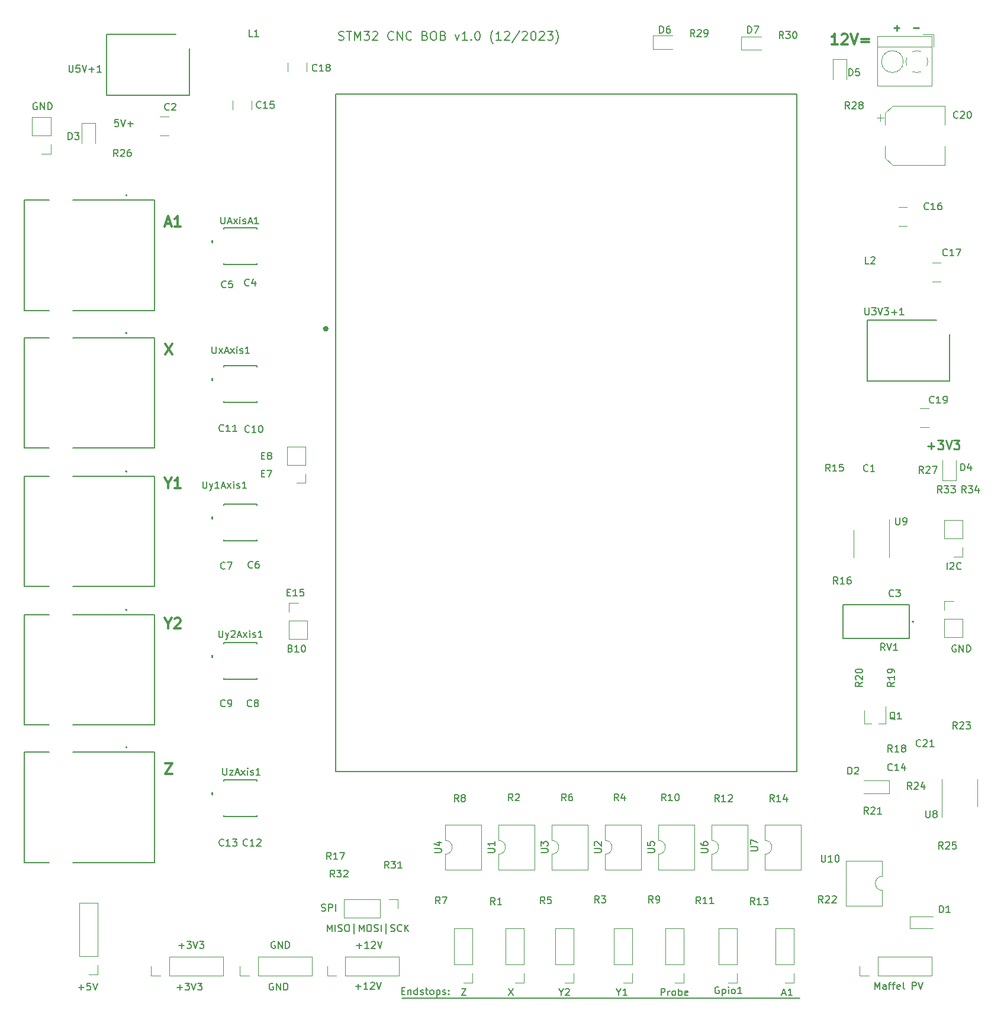
<source format=gbr>
%TF.GenerationSoftware,KiCad,Pcbnew,7.0.8*%
%TF.CreationDate,2023-12-10T21:55:32+01:00*%
%TF.ProjectId,stm_bob,73746d5f-626f-4622-9e6b-696361645f70,rev?*%
%TF.SameCoordinates,Original*%
%TF.FileFunction,Legend,Top*%
%TF.FilePolarity,Positive*%
%FSLAX46Y46*%
G04 Gerber Fmt 4.6, Leading zero omitted, Abs format (unit mm)*
G04 Created by KiCad (PCBNEW 7.0.8) date 2023-12-10 21:55:32*
%MOMM*%
%LPD*%
G01*
G04 APERTURE LIST*
%ADD10C,0.150000*%
%ADD11C,0.300000*%
%ADD12C,0.152400*%
%ADD13C,0.177800*%
%ADD14C,0.279400*%
%ADD15C,0.250000*%
%ADD16C,0.120000*%
%ADD17C,0.127000*%
%ADD18C,0.200000*%
%ADD19C,0.400000*%
G04 APERTURE END LIST*
D10*
X65233779Y-160905819D02*
X65233779Y-159905819D01*
X65233779Y-159905819D02*
X65567112Y-160620104D01*
X65567112Y-160620104D02*
X65900445Y-159905819D01*
X65900445Y-159905819D02*
X65900445Y-160905819D01*
X66376636Y-160905819D02*
X66376636Y-159905819D01*
X66805207Y-160858200D02*
X66948064Y-160905819D01*
X66948064Y-160905819D02*
X67186159Y-160905819D01*
X67186159Y-160905819D02*
X67281397Y-160858200D01*
X67281397Y-160858200D02*
X67329016Y-160810580D01*
X67329016Y-160810580D02*
X67376635Y-160715342D01*
X67376635Y-160715342D02*
X67376635Y-160620104D01*
X67376635Y-160620104D02*
X67329016Y-160524866D01*
X67329016Y-160524866D02*
X67281397Y-160477247D01*
X67281397Y-160477247D02*
X67186159Y-160429628D01*
X67186159Y-160429628D02*
X66995683Y-160382009D01*
X66995683Y-160382009D02*
X66900445Y-160334390D01*
X66900445Y-160334390D02*
X66852826Y-160286771D01*
X66852826Y-160286771D02*
X66805207Y-160191533D01*
X66805207Y-160191533D02*
X66805207Y-160096295D01*
X66805207Y-160096295D02*
X66852826Y-160001057D01*
X66852826Y-160001057D02*
X66900445Y-159953438D01*
X66900445Y-159953438D02*
X66995683Y-159905819D01*
X66995683Y-159905819D02*
X67233778Y-159905819D01*
X67233778Y-159905819D02*
X67376635Y-159953438D01*
X67995683Y-159905819D02*
X68186159Y-159905819D01*
X68186159Y-159905819D02*
X68281397Y-159953438D01*
X68281397Y-159953438D02*
X68376635Y-160048676D01*
X68376635Y-160048676D02*
X68424254Y-160239152D01*
X68424254Y-160239152D02*
X68424254Y-160572485D01*
X68424254Y-160572485D02*
X68376635Y-160762961D01*
X68376635Y-160762961D02*
X68281397Y-160858200D01*
X68281397Y-160858200D02*
X68186159Y-160905819D01*
X68186159Y-160905819D02*
X67995683Y-160905819D01*
X67995683Y-160905819D02*
X67900445Y-160858200D01*
X67900445Y-160858200D02*
X67805207Y-160762961D01*
X67805207Y-160762961D02*
X67757588Y-160572485D01*
X67757588Y-160572485D02*
X67757588Y-160239152D01*
X67757588Y-160239152D02*
X67805207Y-160048676D01*
X67805207Y-160048676D02*
X67900445Y-159953438D01*
X67900445Y-159953438D02*
X67995683Y-159905819D01*
X69090921Y-161239152D02*
X69090921Y-159810580D01*
X69805207Y-160905819D02*
X69805207Y-159905819D01*
X69805207Y-159905819D02*
X70138540Y-160620104D01*
X70138540Y-160620104D02*
X70471873Y-159905819D01*
X70471873Y-159905819D02*
X70471873Y-160905819D01*
X71138540Y-159905819D02*
X71329016Y-159905819D01*
X71329016Y-159905819D02*
X71424254Y-159953438D01*
X71424254Y-159953438D02*
X71519492Y-160048676D01*
X71519492Y-160048676D02*
X71567111Y-160239152D01*
X71567111Y-160239152D02*
X71567111Y-160572485D01*
X71567111Y-160572485D02*
X71519492Y-160762961D01*
X71519492Y-160762961D02*
X71424254Y-160858200D01*
X71424254Y-160858200D02*
X71329016Y-160905819D01*
X71329016Y-160905819D02*
X71138540Y-160905819D01*
X71138540Y-160905819D02*
X71043302Y-160858200D01*
X71043302Y-160858200D02*
X70948064Y-160762961D01*
X70948064Y-160762961D02*
X70900445Y-160572485D01*
X70900445Y-160572485D02*
X70900445Y-160239152D01*
X70900445Y-160239152D02*
X70948064Y-160048676D01*
X70948064Y-160048676D02*
X71043302Y-159953438D01*
X71043302Y-159953438D02*
X71138540Y-159905819D01*
X71948064Y-160858200D02*
X72090921Y-160905819D01*
X72090921Y-160905819D02*
X72329016Y-160905819D01*
X72329016Y-160905819D02*
X72424254Y-160858200D01*
X72424254Y-160858200D02*
X72471873Y-160810580D01*
X72471873Y-160810580D02*
X72519492Y-160715342D01*
X72519492Y-160715342D02*
X72519492Y-160620104D01*
X72519492Y-160620104D02*
X72471873Y-160524866D01*
X72471873Y-160524866D02*
X72424254Y-160477247D01*
X72424254Y-160477247D02*
X72329016Y-160429628D01*
X72329016Y-160429628D02*
X72138540Y-160382009D01*
X72138540Y-160382009D02*
X72043302Y-160334390D01*
X72043302Y-160334390D02*
X71995683Y-160286771D01*
X71995683Y-160286771D02*
X71948064Y-160191533D01*
X71948064Y-160191533D02*
X71948064Y-160096295D01*
X71948064Y-160096295D02*
X71995683Y-160001057D01*
X71995683Y-160001057D02*
X72043302Y-159953438D01*
X72043302Y-159953438D02*
X72138540Y-159905819D01*
X72138540Y-159905819D02*
X72376635Y-159905819D01*
X72376635Y-159905819D02*
X72519492Y-159953438D01*
X72948064Y-160905819D02*
X72948064Y-159905819D01*
X73662349Y-161239152D02*
X73662349Y-159810580D01*
X74329016Y-160858200D02*
X74471873Y-160905819D01*
X74471873Y-160905819D02*
X74709968Y-160905819D01*
X74709968Y-160905819D02*
X74805206Y-160858200D01*
X74805206Y-160858200D02*
X74852825Y-160810580D01*
X74852825Y-160810580D02*
X74900444Y-160715342D01*
X74900444Y-160715342D02*
X74900444Y-160620104D01*
X74900444Y-160620104D02*
X74852825Y-160524866D01*
X74852825Y-160524866D02*
X74805206Y-160477247D01*
X74805206Y-160477247D02*
X74709968Y-160429628D01*
X74709968Y-160429628D02*
X74519492Y-160382009D01*
X74519492Y-160382009D02*
X74424254Y-160334390D01*
X74424254Y-160334390D02*
X74376635Y-160286771D01*
X74376635Y-160286771D02*
X74329016Y-160191533D01*
X74329016Y-160191533D02*
X74329016Y-160096295D01*
X74329016Y-160096295D02*
X74376635Y-160001057D01*
X74376635Y-160001057D02*
X74424254Y-159953438D01*
X74424254Y-159953438D02*
X74519492Y-159905819D01*
X74519492Y-159905819D02*
X74757587Y-159905819D01*
X74757587Y-159905819D02*
X74900444Y-159953438D01*
X75900444Y-160810580D02*
X75852825Y-160858200D01*
X75852825Y-160858200D02*
X75709968Y-160905819D01*
X75709968Y-160905819D02*
X75614730Y-160905819D01*
X75614730Y-160905819D02*
X75471873Y-160858200D01*
X75471873Y-160858200D02*
X75376635Y-160762961D01*
X75376635Y-160762961D02*
X75329016Y-160667723D01*
X75329016Y-160667723D02*
X75281397Y-160477247D01*
X75281397Y-160477247D02*
X75281397Y-160334390D01*
X75281397Y-160334390D02*
X75329016Y-160143914D01*
X75329016Y-160143914D02*
X75376635Y-160048676D01*
X75376635Y-160048676D02*
X75471873Y-159953438D01*
X75471873Y-159953438D02*
X75614730Y-159905819D01*
X75614730Y-159905819D02*
X75709968Y-159905819D01*
X75709968Y-159905819D02*
X75852825Y-159953438D01*
X75852825Y-159953438D02*
X75900444Y-160001057D01*
X76329016Y-160905819D02*
X76329016Y-159905819D01*
X76900444Y-160905819D02*
X76471873Y-160334390D01*
X76900444Y-159905819D02*
X76329016Y-160477247D01*
X64424160Y-157937200D02*
X64567017Y-157984819D01*
X64567017Y-157984819D02*
X64805112Y-157984819D01*
X64805112Y-157984819D02*
X64900350Y-157937200D01*
X64900350Y-157937200D02*
X64947969Y-157889580D01*
X64947969Y-157889580D02*
X64995588Y-157794342D01*
X64995588Y-157794342D02*
X64995588Y-157699104D01*
X64995588Y-157699104D02*
X64947969Y-157603866D01*
X64947969Y-157603866D02*
X64900350Y-157556247D01*
X64900350Y-157556247D02*
X64805112Y-157508628D01*
X64805112Y-157508628D02*
X64614636Y-157461009D01*
X64614636Y-157461009D02*
X64519398Y-157413390D01*
X64519398Y-157413390D02*
X64471779Y-157365771D01*
X64471779Y-157365771D02*
X64424160Y-157270533D01*
X64424160Y-157270533D02*
X64424160Y-157175295D01*
X64424160Y-157175295D02*
X64471779Y-157080057D01*
X64471779Y-157080057D02*
X64519398Y-157032438D01*
X64519398Y-157032438D02*
X64614636Y-156984819D01*
X64614636Y-156984819D02*
X64852731Y-156984819D01*
X64852731Y-156984819D02*
X64995588Y-157032438D01*
X65424160Y-157984819D02*
X65424160Y-156984819D01*
X65424160Y-156984819D02*
X65805112Y-156984819D01*
X65805112Y-156984819D02*
X65900350Y-157032438D01*
X65900350Y-157032438D02*
X65947969Y-157080057D01*
X65947969Y-157080057D02*
X65995588Y-157175295D01*
X65995588Y-157175295D02*
X65995588Y-157318152D01*
X65995588Y-157318152D02*
X65947969Y-157413390D01*
X65947969Y-157413390D02*
X65900350Y-157461009D01*
X65900350Y-157461009D02*
X65805112Y-157508628D01*
X65805112Y-157508628D02*
X65424160Y-157508628D01*
X66424160Y-157984819D02*
X66424160Y-156984819D01*
X75946000Y-170434000D02*
X132842000Y-170434000D01*
D11*
X42067653Y-76786828D02*
X43067653Y-78286828D01*
X43067653Y-76786828D02*
X42067653Y-78286828D01*
X138246225Y-33963828D02*
X137389082Y-33963828D01*
X137817653Y-33963828D02*
X137817653Y-32463828D01*
X137817653Y-32463828D02*
X137674796Y-32678114D01*
X137674796Y-32678114D02*
X137531939Y-32820971D01*
X137531939Y-32820971D02*
X137389082Y-32892400D01*
X138817653Y-32606685D02*
X138889081Y-32535257D01*
X138889081Y-32535257D02*
X139031939Y-32463828D01*
X139031939Y-32463828D02*
X139389081Y-32463828D01*
X139389081Y-32463828D02*
X139531939Y-32535257D01*
X139531939Y-32535257D02*
X139603367Y-32606685D01*
X139603367Y-32606685D02*
X139674796Y-32749542D01*
X139674796Y-32749542D02*
X139674796Y-32892400D01*
X139674796Y-32892400D02*
X139603367Y-33106685D01*
X139603367Y-33106685D02*
X138746224Y-33963828D01*
X138746224Y-33963828D02*
X139674796Y-33963828D01*
X140103367Y-32463828D02*
X140603367Y-33963828D01*
X140603367Y-33963828D02*
X141103367Y-32463828D01*
X141603366Y-33178114D02*
X142746224Y-33178114D01*
X142746224Y-33606685D02*
X141603366Y-33606685D01*
D10*
X84442541Y-169049819D02*
X85109207Y-169049819D01*
X85109207Y-169049819D02*
X84442541Y-170049819D01*
X84442541Y-170049819D02*
X85109207Y-170049819D01*
X55835779Y-95358009D02*
X56169112Y-95358009D01*
X56311969Y-95881819D02*
X55835779Y-95881819D01*
X55835779Y-95881819D02*
X55835779Y-94881819D01*
X55835779Y-94881819D02*
X56311969Y-94881819D01*
X56645303Y-94881819D02*
X57311969Y-94881819D01*
X57311969Y-94881819D02*
X56883398Y-95881819D01*
X112985779Y-170049819D02*
X112985779Y-169049819D01*
X112985779Y-169049819D02*
X113366731Y-169049819D01*
X113366731Y-169049819D02*
X113461969Y-169097438D01*
X113461969Y-169097438D02*
X113509588Y-169145057D01*
X113509588Y-169145057D02*
X113557207Y-169240295D01*
X113557207Y-169240295D02*
X113557207Y-169383152D01*
X113557207Y-169383152D02*
X113509588Y-169478390D01*
X113509588Y-169478390D02*
X113461969Y-169526009D01*
X113461969Y-169526009D02*
X113366731Y-169573628D01*
X113366731Y-169573628D02*
X112985779Y-169573628D01*
X113985779Y-170049819D02*
X113985779Y-169383152D01*
X113985779Y-169573628D02*
X114033398Y-169478390D01*
X114033398Y-169478390D02*
X114081017Y-169430771D01*
X114081017Y-169430771D02*
X114176255Y-169383152D01*
X114176255Y-169383152D02*
X114271493Y-169383152D01*
X114747684Y-170049819D02*
X114652446Y-170002200D01*
X114652446Y-170002200D02*
X114604827Y-169954580D01*
X114604827Y-169954580D02*
X114557208Y-169859342D01*
X114557208Y-169859342D02*
X114557208Y-169573628D01*
X114557208Y-169573628D02*
X114604827Y-169478390D01*
X114604827Y-169478390D02*
X114652446Y-169430771D01*
X114652446Y-169430771D02*
X114747684Y-169383152D01*
X114747684Y-169383152D02*
X114890541Y-169383152D01*
X114890541Y-169383152D02*
X114985779Y-169430771D01*
X114985779Y-169430771D02*
X115033398Y-169478390D01*
X115033398Y-169478390D02*
X115081017Y-169573628D01*
X115081017Y-169573628D02*
X115081017Y-169859342D01*
X115081017Y-169859342D02*
X115033398Y-169954580D01*
X115033398Y-169954580D02*
X114985779Y-170002200D01*
X114985779Y-170002200D02*
X114890541Y-170049819D01*
X114890541Y-170049819D02*
X114747684Y-170049819D01*
X115509589Y-170049819D02*
X115509589Y-169049819D01*
X115509589Y-169430771D02*
X115604827Y-169383152D01*
X115604827Y-169383152D02*
X115795303Y-169383152D01*
X115795303Y-169383152D02*
X115890541Y-169430771D01*
X115890541Y-169430771D02*
X115938160Y-169478390D01*
X115938160Y-169478390D02*
X115985779Y-169573628D01*
X115985779Y-169573628D02*
X115985779Y-169859342D01*
X115985779Y-169859342D02*
X115938160Y-169954580D01*
X115938160Y-169954580D02*
X115890541Y-170002200D01*
X115890541Y-170002200D02*
X115795303Y-170049819D01*
X115795303Y-170049819D02*
X115604827Y-170049819D01*
X115604827Y-170049819D02*
X115509589Y-170002200D01*
X116795303Y-170002200D02*
X116700065Y-170049819D01*
X116700065Y-170049819D02*
X116509589Y-170049819D01*
X116509589Y-170049819D02*
X116414351Y-170002200D01*
X116414351Y-170002200D02*
X116366732Y-169906961D01*
X116366732Y-169906961D02*
X116366732Y-169526009D01*
X116366732Y-169526009D02*
X116414351Y-169430771D01*
X116414351Y-169430771D02*
X116509589Y-169383152D01*
X116509589Y-169383152D02*
X116700065Y-169383152D01*
X116700065Y-169383152D02*
X116795303Y-169430771D01*
X116795303Y-169430771D02*
X116842922Y-169526009D01*
X116842922Y-169526009D02*
X116842922Y-169621247D01*
X116842922Y-169621247D02*
X116366732Y-169716485D01*
X69424779Y-162937866D02*
X70186684Y-162937866D01*
X69805731Y-163318819D02*
X69805731Y-162556914D01*
X71186683Y-163318819D02*
X70615255Y-163318819D01*
X70900969Y-163318819D02*
X70900969Y-162318819D01*
X70900969Y-162318819D02*
X70805731Y-162461676D01*
X70805731Y-162461676D02*
X70710493Y-162556914D01*
X70710493Y-162556914D02*
X70615255Y-162604533D01*
X71567636Y-162414057D02*
X71615255Y-162366438D01*
X71615255Y-162366438D02*
X71710493Y-162318819D01*
X71710493Y-162318819D02*
X71948588Y-162318819D01*
X71948588Y-162318819D02*
X72043826Y-162366438D01*
X72043826Y-162366438D02*
X72091445Y-162414057D01*
X72091445Y-162414057D02*
X72139064Y-162509295D01*
X72139064Y-162509295D02*
X72139064Y-162604533D01*
X72139064Y-162604533D02*
X72091445Y-162747390D01*
X72091445Y-162747390D02*
X71520017Y-163318819D01*
X71520017Y-163318819D02*
X72139064Y-163318819D01*
X72424779Y-162318819D02*
X72758112Y-163318819D01*
X72758112Y-163318819D02*
X73091445Y-162318819D01*
X69297779Y-168779866D02*
X70059684Y-168779866D01*
X69678731Y-169160819D02*
X69678731Y-168398914D01*
X71059683Y-169160819D02*
X70488255Y-169160819D01*
X70773969Y-169160819D02*
X70773969Y-168160819D01*
X70773969Y-168160819D02*
X70678731Y-168303676D01*
X70678731Y-168303676D02*
X70583493Y-168398914D01*
X70583493Y-168398914D02*
X70488255Y-168446533D01*
X71440636Y-168256057D02*
X71488255Y-168208438D01*
X71488255Y-168208438D02*
X71583493Y-168160819D01*
X71583493Y-168160819D02*
X71821588Y-168160819D01*
X71821588Y-168160819D02*
X71916826Y-168208438D01*
X71916826Y-168208438D02*
X71964445Y-168256057D01*
X71964445Y-168256057D02*
X72012064Y-168351295D01*
X72012064Y-168351295D02*
X72012064Y-168446533D01*
X72012064Y-168446533D02*
X71964445Y-168589390D01*
X71964445Y-168589390D02*
X71393017Y-169160819D01*
X71393017Y-169160819D02*
X72012064Y-169160819D01*
X72297779Y-168160819D02*
X72631112Y-169160819D01*
X72631112Y-169160819D02*
X72964445Y-168160819D01*
D12*
X23734358Y-42334116D02*
X23637596Y-42285735D01*
X23637596Y-42285735D02*
X23492453Y-42285735D01*
X23492453Y-42285735D02*
X23347310Y-42334116D01*
X23347310Y-42334116D02*
X23250548Y-42430878D01*
X23250548Y-42430878D02*
X23202167Y-42527640D01*
X23202167Y-42527640D02*
X23153786Y-42721164D01*
X23153786Y-42721164D02*
X23153786Y-42866307D01*
X23153786Y-42866307D02*
X23202167Y-43059831D01*
X23202167Y-43059831D02*
X23250548Y-43156593D01*
X23250548Y-43156593D02*
X23347310Y-43253355D01*
X23347310Y-43253355D02*
X23492453Y-43301735D01*
X23492453Y-43301735D02*
X23589215Y-43301735D01*
X23589215Y-43301735D02*
X23734358Y-43253355D01*
X23734358Y-43253355D02*
X23782739Y-43204974D01*
X23782739Y-43204974D02*
X23782739Y-42866307D01*
X23782739Y-42866307D02*
X23589215Y-42866307D01*
X24218167Y-43301735D02*
X24218167Y-42285735D01*
X24218167Y-42285735D02*
X24798739Y-43301735D01*
X24798739Y-43301735D02*
X24798739Y-42285735D01*
X25282548Y-43301735D02*
X25282548Y-42285735D01*
X25282548Y-42285735D02*
X25524453Y-42285735D01*
X25524453Y-42285735D02*
X25669596Y-42334116D01*
X25669596Y-42334116D02*
X25766358Y-42430878D01*
X25766358Y-42430878D02*
X25814739Y-42527640D01*
X25814739Y-42527640D02*
X25863120Y-42721164D01*
X25863120Y-42721164D02*
X25863120Y-42866307D01*
X25863120Y-42866307D02*
X25814739Y-43059831D01*
X25814739Y-43059831D02*
X25766358Y-43156593D01*
X25766358Y-43156593D02*
X25669596Y-43253355D01*
X25669596Y-43253355D02*
X25524453Y-43301735D01*
X25524453Y-43301735D02*
X25282548Y-43301735D01*
D10*
X57502588Y-168335438D02*
X57407350Y-168287819D01*
X57407350Y-168287819D02*
X57264493Y-168287819D01*
X57264493Y-168287819D02*
X57121636Y-168335438D01*
X57121636Y-168335438D02*
X57026398Y-168430676D01*
X57026398Y-168430676D02*
X56978779Y-168525914D01*
X56978779Y-168525914D02*
X56931160Y-168716390D01*
X56931160Y-168716390D02*
X56931160Y-168859247D01*
X56931160Y-168859247D02*
X56978779Y-169049723D01*
X56978779Y-169049723D02*
X57026398Y-169144961D01*
X57026398Y-169144961D02*
X57121636Y-169240200D01*
X57121636Y-169240200D02*
X57264493Y-169287819D01*
X57264493Y-169287819D02*
X57359731Y-169287819D01*
X57359731Y-169287819D02*
X57502588Y-169240200D01*
X57502588Y-169240200D02*
X57550207Y-169192580D01*
X57550207Y-169192580D02*
X57550207Y-168859247D01*
X57550207Y-168859247D02*
X57359731Y-168859247D01*
X57978779Y-169287819D02*
X57978779Y-168287819D01*
X57978779Y-168287819D02*
X58550207Y-169287819D01*
X58550207Y-169287819D02*
X58550207Y-168287819D01*
X59026398Y-169287819D02*
X59026398Y-168287819D01*
X59026398Y-168287819D02*
X59264493Y-168287819D01*
X59264493Y-168287819D02*
X59407350Y-168335438D01*
X59407350Y-168335438D02*
X59502588Y-168430676D01*
X59502588Y-168430676D02*
X59550207Y-168525914D01*
X59550207Y-168525914D02*
X59597826Y-168716390D01*
X59597826Y-168716390D02*
X59597826Y-168859247D01*
X59597826Y-168859247D02*
X59550207Y-169049723D01*
X59550207Y-169049723D02*
X59502588Y-169144961D01*
X59502588Y-169144961D02*
X59407350Y-169240200D01*
X59407350Y-169240200D02*
X59264493Y-169287819D01*
X59264493Y-169287819D02*
X59026398Y-169287819D01*
D11*
X42496225Y-116815542D02*
X42496225Y-117529828D01*
X41996225Y-116029828D02*
X42496225Y-116815542D01*
X42496225Y-116815542D02*
X42996225Y-116029828D01*
X43424796Y-116172685D02*
X43496224Y-116101257D01*
X43496224Y-116101257D02*
X43639082Y-116029828D01*
X43639082Y-116029828D02*
X43996224Y-116029828D01*
X43996224Y-116029828D02*
X44139082Y-116101257D01*
X44139082Y-116101257D02*
X44210510Y-116172685D01*
X44210510Y-116172685D02*
X44281939Y-116315542D01*
X44281939Y-116315542D02*
X44281939Y-116458400D01*
X44281939Y-116458400D02*
X44210510Y-116672685D01*
X44210510Y-116672685D02*
X43353367Y-117529828D01*
X43353367Y-117529828D02*
X44281939Y-117529828D01*
D12*
X35369977Y-44698735D02*
X34886167Y-44698735D01*
X34886167Y-44698735D02*
X34837786Y-45182545D01*
X34837786Y-45182545D02*
X34886167Y-45134164D01*
X34886167Y-45134164D02*
X34982929Y-45085783D01*
X34982929Y-45085783D02*
X35224834Y-45085783D01*
X35224834Y-45085783D02*
X35321596Y-45134164D01*
X35321596Y-45134164D02*
X35369977Y-45182545D01*
X35369977Y-45182545D02*
X35418358Y-45279307D01*
X35418358Y-45279307D02*
X35418358Y-45521212D01*
X35418358Y-45521212D02*
X35369977Y-45617974D01*
X35369977Y-45617974D02*
X35321596Y-45666355D01*
X35321596Y-45666355D02*
X35224834Y-45714735D01*
X35224834Y-45714735D02*
X34982929Y-45714735D01*
X34982929Y-45714735D02*
X34886167Y-45666355D01*
X34886167Y-45666355D02*
X34837786Y-45617974D01*
X35708643Y-44698735D02*
X36047310Y-45714735D01*
X36047310Y-45714735D02*
X36385977Y-44698735D01*
X36724643Y-45327688D02*
X37498739Y-45327688D01*
X37111691Y-45714735D02*
X37111691Y-44940640D01*
D10*
X57756588Y-162366438D02*
X57661350Y-162318819D01*
X57661350Y-162318819D02*
X57518493Y-162318819D01*
X57518493Y-162318819D02*
X57375636Y-162366438D01*
X57375636Y-162366438D02*
X57280398Y-162461676D01*
X57280398Y-162461676D02*
X57232779Y-162556914D01*
X57232779Y-162556914D02*
X57185160Y-162747390D01*
X57185160Y-162747390D02*
X57185160Y-162890247D01*
X57185160Y-162890247D02*
X57232779Y-163080723D01*
X57232779Y-163080723D02*
X57280398Y-163175961D01*
X57280398Y-163175961D02*
X57375636Y-163271200D01*
X57375636Y-163271200D02*
X57518493Y-163318819D01*
X57518493Y-163318819D02*
X57613731Y-163318819D01*
X57613731Y-163318819D02*
X57756588Y-163271200D01*
X57756588Y-163271200D02*
X57804207Y-163223580D01*
X57804207Y-163223580D02*
X57804207Y-162890247D01*
X57804207Y-162890247D02*
X57613731Y-162890247D01*
X58232779Y-163318819D02*
X58232779Y-162318819D01*
X58232779Y-162318819D02*
X58804207Y-163318819D01*
X58804207Y-163318819D02*
X58804207Y-162318819D01*
X59280398Y-163318819D02*
X59280398Y-162318819D01*
X59280398Y-162318819D02*
X59518493Y-162318819D01*
X59518493Y-162318819D02*
X59661350Y-162366438D01*
X59661350Y-162366438D02*
X59756588Y-162461676D01*
X59756588Y-162461676D02*
X59804207Y-162556914D01*
X59804207Y-162556914D02*
X59851826Y-162747390D01*
X59851826Y-162747390D02*
X59851826Y-162890247D01*
X59851826Y-162890247D02*
X59804207Y-163080723D01*
X59804207Y-163080723D02*
X59756588Y-163175961D01*
X59756588Y-163175961D02*
X59661350Y-163271200D01*
X59661350Y-163271200D02*
X59518493Y-163318819D01*
X59518493Y-163318819D02*
X59280398Y-163318819D01*
D11*
X42067653Y-136857828D02*
X43067653Y-136857828D01*
X43067653Y-136857828D02*
X42067653Y-138357828D01*
X42067653Y-138357828D02*
X43067653Y-138357828D01*
D10*
X43770779Y-168906866D02*
X44532684Y-168906866D01*
X44151731Y-169287819D02*
X44151731Y-168525914D01*
X44913636Y-168287819D02*
X45532683Y-168287819D01*
X45532683Y-168287819D02*
X45199350Y-168668771D01*
X45199350Y-168668771D02*
X45342207Y-168668771D01*
X45342207Y-168668771D02*
X45437445Y-168716390D01*
X45437445Y-168716390D02*
X45485064Y-168764009D01*
X45485064Y-168764009D02*
X45532683Y-168859247D01*
X45532683Y-168859247D02*
X45532683Y-169097342D01*
X45532683Y-169097342D02*
X45485064Y-169192580D01*
X45485064Y-169192580D02*
X45437445Y-169240200D01*
X45437445Y-169240200D02*
X45342207Y-169287819D01*
X45342207Y-169287819D02*
X45056493Y-169287819D01*
X45056493Y-169287819D02*
X44961255Y-169240200D01*
X44961255Y-169240200D02*
X44913636Y-169192580D01*
X45818398Y-168287819D02*
X46151731Y-169287819D01*
X46151731Y-169287819D02*
X46485064Y-168287819D01*
X46723160Y-168287819D02*
X47342207Y-168287819D01*
X47342207Y-168287819D02*
X47008874Y-168668771D01*
X47008874Y-168668771D02*
X47151731Y-168668771D01*
X47151731Y-168668771D02*
X47246969Y-168716390D01*
X47246969Y-168716390D02*
X47294588Y-168764009D01*
X47294588Y-168764009D02*
X47342207Y-168859247D01*
X47342207Y-168859247D02*
X47342207Y-169097342D01*
X47342207Y-169097342D02*
X47294588Y-169192580D01*
X47294588Y-169192580D02*
X47246969Y-169240200D01*
X47246969Y-169240200D02*
X47151731Y-169287819D01*
X47151731Y-169287819D02*
X46866017Y-169287819D01*
X46866017Y-169287819D02*
X46770779Y-169240200D01*
X46770779Y-169240200D02*
X46723160Y-169192580D01*
D13*
X66906877Y-33302854D02*
X67088306Y-33363330D01*
X67088306Y-33363330D02*
X67390687Y-33363330D01*
X67390687Y-33363330D02*
X67511639Y-33302854D01*
X67511639Y-33302854D02*
X67572115Y-33242377D01*
X67572115Y-33242377D02*
X67632592Y-33121425D01*
X67632592Y-33121425D02*
X67632592Y-33000473D01*
X67632592Y-33000473D02*
X67572115Y-32879520D01*
X67572115Y-32879520D02*
X67511639Y-32819044D01*
X67511639Y-32819044D02*
X67390687Y-32758568D01*
X67390687Y-32758568D02*
X67148782Y-32698092D01*
X67148782Y-32698092D02*
X67027830Y-32637615D01*
X67027830Y-32637615D02*
X66967353Y-32577139D01*
X66967353Y-32577139D02*
X66906877Y-32456187D01*
X66906877Y-32456187D02*
X66906877Y-32335234D01*
X66906877Y-32335234D02*
X66967353Y-32214282D01*
X66967353Y-32214282D02*
X67027830Y-32153806D01*
X67027830Y-32153806D02*
X67148782Y-32093330D01*
X67148782Y-32093330D02*
X67451163Y-32093330D01*
X67451163Y-32093330D02*
X67632592Y-32153806D01*
X67995449Y-32093330D02*
X68721163Y-32093330D01*
X68358306Y-33363330D02*
X68358306Y-32093330D01*
X69144496Y-33363330D02*
X69144496Y-32093330D01*
X69144496Y-32093330D02*
X69567830Y-33000473D01*
X69567830Y-33000473D02*
X69991163Y-32093330D01*
X69991163Y-32093330D02*
X69991163Y-33363330D01*
X70474973Y-32093330D02*
X71261164Y-32093330D01*
X71261164Y-32093330D02*
X70837830Y-32577139D01*
X70837830Y-32577139D02*
X71019259Y-32577139D01*
X71019259Y-32577139D02*
X71140211Y-32637615D01*
X71140211Y-32637615D02*
X71200687Y-32698092D01*
X71200687Y-32698092D02*
X71261164Y-32819044D01*
X71261164Y-32819044D02*
X71261164Y-33121425D01*
X71261164Y-33121425D02*
X71200687Y-33242377D01*
X71200687Y-33242377D02*
X71140211Y-33302854D01*
X71140211Y-33302854D02*
X71019259Y-33363330D01*
X71019259Y-33363330D02*
X70656402Y-33363330D01*
X70656402Y-33363330D02*
X70535449Y-33302854D01*
X70535449Y-33302854D02*
X70474973Y-33242377D01*
X71744973Y-32214282D02*
X71805449Y-32153806D01*
X71805449Y-32153806D02*
X71926402Y-32093330D01*
X71926402Y-32093330D02*
X72228783Y-32093330D01*
X72228783Y-32093330D02*
X72349735Y-32153806D01*
X72349735Y-32153806D02*
X72410211Y-32214282D01*
X72410211Y-32214282D02*
X72470688Y-32335234D01*
X72470688Y-32335234D02*
X72470688Y-32456187D01*
X72470688Y-32456187D02*
X72410211Y-32637615D01*
X72410211Y-32637615D02*
X71684497Y-33363330D01*
X71684497Y-33363330D02*
X72470688Y-33363330D01*
X74708307Y-33242377D02*
X74647831Y-33302854D01*
X74647831Y-33302854D02*
X74466402Y-33363330D01*
X74466402Y-33363330D02*
X74345450Y-33363330D01*
X74345450Y-33363330D02*
X74164021Y-33302854D01*
X74164021Y-33302854D02*
X74043069Y-33181901D01*
X74043069Y-33181901D02*
X73982592Y-33060949D01*
X73982592Y-33060949D02*
X73922116Y-32819044D01*
X73922116Y-32819044D02*
X73922116Y-32637615D01*
X73922116Y-32637615D02*
X73982592Y-32395711D01*
X73982592Y-32395711D02*
X74043069Y-32274758D01*
X74043069Y-32274758D02*
X74164021Y-32153806D01*
X74164021Y-32153806D02*
X74345450Y-32093330D01*
X74345450Y-32093330D02*
X74466402Y-32093330D01*
X74466402Y-32093330D02*
X74647831Y-32153806D01*
X74647831Y-32153806D02*
X74708307Y-32214282D01*
X75252592Y-33363330D02*
X75252592Y-32093330D01*
X75252592Y-32093330D02*
X75978307Y-33363330D01*
X75978307Y-33363330D02*
X75978307Y-32093330D01*
X77308783Y-33242377D02*
X77248307Y-33302854D01*
X77248307Y-33302854D02*
X77066878Y-33363330D01*
X77066878Y-33363330D02*
X76945926Y-33363330D01*
X76945926Y-33363330D02*
X76764497Y-33302854D01*
X76764497Y-33302854D02*
X76643545Y-33181901D01*
X76643545Y-33181901D02*
X76583068Y-33060949D01*
X76583068Y-33060949D02*
X76522592Y-32819044D01*
X76522592Y-32819044D02*
X76522592Y-32637615D01*
X76522592Y-32637615D02*
X76583068Y-32395711D01*
X76583068Y-32395711D02*
X76643545Y-32274758D01*
X76643545Y-32274758D02*
X76764497Y-32153806D01*
X76764497Y-32153806D02*
X76945926Y-32093330D01*
X76945926Y-32093330D02*
X77066878Y-32093330D01*
X77066878Y-32093330D02*
X77248307Y-32153806D01*
X77248307Y-32153806D02*
X77308783Y-32214282D01*
X79244021Y-32698092D02*
X79425449Y-32758568D01*
X79425449Y-32758568D02*
X79485926Y-32819044D01*
X79485926Y-32819044D02*
X79546402Y-32939996D01*
X79546402Y-32939996D02*
X79546402Y-33121425D01*
X79546402Y-33121425D02*
X79485926Y-33242377D01*
X79485926Y-33242377D02*
X79425449Y-33302854D01*
X79425449Y-33302854D02*
X79304497Y-33363330D01*
X79304497Y-33363330D02*
X78820687Y-33363330D01*
X78820687Y-33363330D02*
X78820687Y-32093330D01*
X78820687Y-32093330D02*
X79244021Y-32093330D01*
X79244021Y-32093330D02*
X79364973Y-32153806D01*
X79364973Y-32153806D02*
X79425449Y-32214282D01*
X79425449Y-32214282D02*
X79485926Y-32335234D01*
X79485926Y-32335234D02*
X79485926Y-32456187D01*
X79485926Y-32456187D02*
X79425449Y-32577139D01*
X79425449Y-32577139D02*
X79364973Y-32637615D01*
X79364973Y-32637615D02*
X79244021Y-32698092D01*
X79244021Y-32698092D02*
X78820687Y-32698092D01*
X80332592Y-32093330D02*
X80574497Y-32093330D01*
X80574497Y-32093330D02*
X80695449Y-32153806D01*
X80695449Y-32153806D02*
X80816402Y-32274758D01*
X80816402Y-32274758D02*
X80876878Y-32516663D01*
X80876878Y-32516663D02*
X80876878Y-32939996D01*
X80876878Y-32939996D02*
X80816402Y-33181901D01*
X80816402Y-33181901D02*
X80695449Y-33302854D01*
X80695449Y-33302854D02*
X80574497Y-33363330D01*
X80574497Y-33363330D02*
X80332592Y-33363330D01*
X80332592Y-33363330D02*
X80211640Y-33302854D01*
X80211640Y-33302854D02*
X80090687Y-33181901D01*
X80090687Y-33181901D02*
X80030211Y-32939996D01*
X80030211Y-32939996D02*
X80030211Y-32516663D01*
X80030211Y-32516663D02*
X80090687Y-32274758D01*
X80090687Y-32274758D02*
X80211640Y-32153806D01*
X80211640Y-32153806D02*
X80332592Y-32093330D01*
X81844497Y-32698092D02*
X82025925Y-32758568D01*
X82025925Y-32758568D02*
X82086402Y-32819044D01*
X82086402Y-32819044D02*
X82146878Y-32939996D01*
X82146878Y-32939996D02*
X82146878Y-33121425D01*
X82146878Y-33121425D02*
X82086402Y-33242377D01*
X82086402Y-33242377D02*
X82025925Y-33302854D01*
X82025925Y-33302854D02*
X81904973Y-33363330D01*
X81904973Y-33363330D02*
X81421163Y-33363330D01*
X81421163Y-33363330D02*
X81421163Y-32093330D01*
X81421163Y-32093330D02*
X81844497Y-32093330D01*
X81844497Y-32093330D02*
X81965449Y-32153806D01*
X81965449Y-32153806D02*
X82025925Y-32214282D01*
X82025925Y-32214282D02*
X82086402Y-32335234D01*
X82086402Y-32335234D02*
X82086402Y-32456187D01*
X82086402Y-32456187D02*
X82025925Y-32577139D01*
X82025925Y-32577139D02*
X81965449Y-32637615D01*
X81965449Y-32637615D02*
X81844497Y-32698092D01*
X81844497Y-32698092D02*
X81421163Y-32698092D01*
X83537830Y-32516663D02*
X83840211Y-33363330D01*
X83840211Y-33363330D02*
X84142592Y-32516663D01*
X85291640Y-33363330D02*
X84565925Y-33363330D01*
X84928782Y-33363330D02*
X84928782Y-32093330D01*
X84928782Y-32093330D02*
X84807830Y-32274758D01*
X84807830Y-32274758D02*
X84686878Y-32395711D01*
X84686878Y-32395711D02*
X84565925Y-32456187D01*
X85835925Y-33242377D02*
X85896402Y-33302854D01*
X85896402Y-33302854D02*
X85835925Y-33363330D01*
X85835925Y-33363330D02*
X85775449Y-33302854D01*
X85775449Y-33302854D02*
X85835925Y-33242377D01*
X85835925Y-33242377D02*
X85835925Y-33363330D01*
X86682592Y-32093330D02*
X86803545Y-32093330D01*
X86803545Y-32093330D02*
X86924497Y-32153806D01*
X86924497Y-32153806D02*
X86984973Y-32214282D01*
X86984973Y-32214282D02*
X87045449Y-32335234D01*
X87045449Y-32335234D02*
X87105926Y-32577139D01*
X87105926Y-32577139D02*
X87105926Y-32879520D01*
X87105926Y-32879520D02*
X87045449Y-33121425D01*
X87045449Y-33121425D02*
X86984973Y-33242377D01*
X86984973Y-33242377D02*
X86924497Y-33302854D01*
X86924497Y-33302854D02*
X86803545Y-33363330D01*
X86803545Y-33363330D02*
X86682592Y-33363330D01*
X86682592Y-33363330D02*
X86561640Y-33302854D01*
X86561640Y-33302854D02*
X86501164Y-33242377D01*
X86501164Y-33242377D02*
X86440687Y-33121425D01*
X86440687Y-33121425D02*
X86380211Y-32879520D01*
X86380211Y-32879520D02*
X86380211Y-32577139D01*
X86380211Y-32577139D02*
X86440687Y-32335234D01*
X86440687Y-32335234D02*
X86501164Y-32214282D01*
X86501164Y-32214282D02*
X86561640Y-32153806D01*
X86561640Y-32153806D02*
X86682592Y-32093330D01*
X88980688Y-33847139D02*
X88920211Y-33786663D01*
X88920211Y-33786663D02*
X88799259Y-33605234D01*
X88799259Y-33605234D02*
X88738783Y-33484282D01*
X88738783Y-33484282D02*
X88678307Y-33302854D01*
X88678307Y-33302854D02*
X88617830Y-33000473D01*
X88617830Y-33000473D02*
X88617830Y-32758568D01*
X88617830Y-32758568D02*
X88678307Y-32456187D01*
X88678307Y-32456187D02*
X88738783Y-32274758D01*
X88738783Y-32274758D02*
X88799259Y-32153806D01*
X88799259Y-32153806D02*
X88920211Y-31972377D01*
X88920211Y-31972377D02*
X88980688Y-31911901D01*
X90129736Y-33363330D02*
X89404021Y-33363330D01*
X89766878Y-33363330D02*
X89766878Y-32093330D01*
X89766878Y-32093330D02*
X89645926Y-32274758D01*
X89645926Y-32274758D02*
X89524974Y-32395711D01*
X89524974Y-32395711D02*
X89404021Y-32456187D01*
X90613545Y-32214282D02*
X90674021Y-32153806D01*
X90674021Y-32153806D02*
X90794974Y-32093330D01*
X90794974Y-32093330D02*
X91097355Y-32093330D01*
X91097355Y-32093330D02*
X91218307Y-32153806D01*
X91218307Y-32153806D02*
X91278783Y-32214282D01*
X91278783Y-32214282D02*
X91339260Y-32335234D01*
X91339260Y-32335234D02*
X91339260Y-32456187D01*
X91339260Y-32456187D02*
X91278783Y-32637615D01*
X91278783Y-32637615D02*
X90553069Y-33363330D01*
X90553069Y-33363330D02*
X91339260Y-33363330D01*
X92790688Y-32032854D02*
X91702117Y-33665711D01*
X93153545Y-32214282D02*
X93214021Y-32153806D01*
X93214021Y-32153806D02*
X93334974Y-32093330D01*
X93334974Y-32093330D02*
X93637355Y-32093330D01*
X93637355Y-32093330D02*
X93758307Y-32153806D01*
X93758307Y-32153806D02*
X93818783Y-32214282D01*
X93818783Y-32214282D02*
X93879260Y-32335234D01*
X93879260Y-32335234D02*
X93879260Y-32456187D01*
X93879260Y-32456187D02*
X93818783Y-32637615D01*
X93818783Y-32637615D02*
X93093069Y-33363330D01*
X93093069Y-33363330D02*
X93879260Y-33363330D01*
X94665450Y-32093330D02*
X94786403Y-32093330D01*
X94786403Y-32093330D02*
X94907355Y-32153806D01*
X94907355Y-32153806D02*
X94967831Y-32214282D01*
X94967831Y-32214282D02*
X95028307Y-32335234D01*
X95028307Y-32335234D02*
X95088784Y-32577139D01*
X95088784Y-32577139D02*
X95088784Y-32879520D01*
X95088784Y-32879520D02*
X95028307Y-33121425D01*
X95028307Y-33121425D02*
X94967831Y-33242377D01*
X94967831Y-33242377D02*
X94907355Y-33302854D01*
X94907355Y-33302854D02*
X94786403Y-33363330D01*
X94786403Y-33363330D02*
X94665450Y-33363330D01*
X94665450Y-33363330D02*
X94544498Y-33302854D01*
X94544498Y-33302854D02*
X94484022Y-33242377D01*
X94484022Y-33242377D02*
X94423545Y-33121425D01*
X94423545Y-33121425D02*
X94363069Y-32879520D01*
X94363069Y-32879520D02*
X94363069Y-32577139D01*
X94363069Y-32577139D02*
X94423545Y-32335234D01*
X94423545Y-32335234D02*
X94484022Y-32214282D01*
X94484022Y-32214282D02*
X94544498Y-32153806D01*
X94544498Y-32153806D02*
X94665450Y-32093330D01*
X95572593Y-32214282D02*
X95633069Y-32153806D01*
X95633069Y-32153806D02*
X95754022Y-32093330D01*
X95754022Y-32093330D02*
X96056403Y-32093330D01*
X96056403Y-32093330D02*
X96177355Y-32153806D01*
X96177355Y-32153806D02*
X96237831Y-32214282D01*
X96237831Y-32214282D02*
X96298308Y-32335234D01*
X96298308Y-32335234D02*
X96298308Y-32456187D01*
X96298308Y-32456187D02*
X96237831Y-32637615D01*
X96237831Y-32637615D02*
X95512117Y-33363330D01*
X95512117Y-33363330D02*
X96298308Y-33363330D01*
X96721641Y-32093330D02*
X97507832Y-32093330D01*
X97507832Y-32093330D02*
X97084498Y-32577139D01*
X97084498Y-32577139D02*
X97265927Y-32577139D01*
X97265927Y-32577139D02*
X97386879Y-32637615D01*
X97386879Y-32637615D02*
X97447355Y-32698092D01*
X97447355Y-32698092D02*
X97507832Y-32819044D01*
X97507832Y-32819044D02*
X97507832Y-33121425D01*
X97507832Y-33121425D02*
X97447355Y-33242377D01*
X97447355Y-33242377D02*
X97386879Y-33302854D01*
X97386879Y-33302854D02*
X97265927Y-33363330D01*
X97265927Y-33363330D02*
X96903070Y-33363330D01*
X96903070Y-33363330D02*
X96782117Y-33302854D01*
X96782117Y-33302854D02*
X96721641Y-33242377D01*
X97931165Y-33847139D02*
X97991641Y-33786663D01*
X97991641Y-33786663D02*
X98112594Y-33605234D01*
X98112594Y-33605234D02*
X98173070Y-33484282D01*
X98173070Y-33484282D02*
X98233546Y-33302854D01*
X98233546Y-33302854D02*
X98294022Y-33000473D01*
X98294022Y-33000473D02*
X98294022Y-32758568D01*
X98294022Y-32758568D02*
X98233546Y-32456187D01*
X98233546Y-32456187D02*
X98173070Y-32274758D01*
X98173070Y-32274758D02*
X98112594Y-32153806D01*
X98112594Y-32153806D02*
X97991641Y-31972377D01*
X97991641Y-31972377D02*
X97931165Y-31911901D01*
D11*
X42139082Y-59570257D02*
X42853368Y-59570257D01*
X41996225Y-59998828D02*
X42496225Y-58498828D01*
X42496225Y-58498828D02*
X42996225Y-59998828D01*
X44281939Y-59998828D02*
X43424796Y-59998828D01*
X43853367Y-59998828D02*
X43853367Y-58498828D01*
X43853367Y-58498828D02*
X43710510Y-58713114D01*
X43710510Y-58713114D02*
X43567653Y-58855971D01*
X43567653Y-58855971D02*
X43424796Y-58927400D01*
D10*
X44024779Y-162937866D02*
X44786684Y-162937866D01*
X44405731Y-163318819D02*
X44405731Y-162556914D01*
X45167636Y-162318819D02*
X45786683Y-162318819D01*
X45786683Y-162318819D02*
X45453350Y-162699771D01*
X45453350Y-162699771D02*
X45596207Y-162699771D01*
X45596207Y-162699771D02*
X45691445Y-162747390D01*
X45691445Y-162747390D02*
X45739064Y-162795009D01*
X45739064Y-162795009D02*
X45786683Y-162890247D01*
X45786683Y-162890247D02*
X45786683Y-163128342D01*
X45786683Y-163128342D02*
X45739064Y-163223580D01*
X45739064Y-163223580D02*
X45691445Y-163271200D01*
X45691445Y-163271200D02*
X45596207Y-163318819D01*
X45596207Y-163318819D02*
X45310493Y-163318819D01*
X45310493Y-163318819D02*
X45215255Y-163271200D01*
X45215255Y-163271200D02*
X45167636Y-163223580D01*
X46072398Y-162318819D02*
X46405731Y-163318819D01*
X46405731Y-163318819D02*
X46739064Y-162318819D01*
X46977160Y-162318819D02*
X47596207Y-162318819D01*
X47596207Y-162318819D02*
X47262874Y-162699771D01*
X47262874Y-162699771D02*
X47405731Y-162699771D01*
X47405731Y-162699771D02*
X47500969Y-162747390D01*
X47500969Y-162747390D02*
X47548588Y-162795009D01*
X47548588Y-162795009D02*
X47596207Y-162890247D01*
X47596207Y-162890247D02*
X47596207Y-163128342D01*
X47596207Y-163128342D02*
X47548588Y-163223580D01*
X47548588Y-163223580D02*
X47500969Y-163271200D01*
X47500969Y-163271200D02*
X47405731Y-163318819D01*
X47405731Y-163318819D02*
X47120017Y-163318819D01*
X47120017Y-163318819D02*
X47024779Y-163271200D01*
X47024779Y-163271200D02*
X46977160Y-163223580D01*
X59979112Y-120377009D02*
X60121969Y-120424628D01*
X60121969Y-120424628D02*
X60169588Y-120472247D01*
X60169588Y-120472247D02*
X60217207Y-120567485D01*
X60217207Y-120567485D02*
X60217207Y-120710342D01*
X60217207Y-120710342D02*
X60169588Y-120805580D01*
X60169588Y-120805580D02*
X60121969Y-120853200D01*
X60121969Y-120853200D02*
X60026731Y-120900819D01*
X60026731Y-120900819D02*
X59645779Y-120900819D01*
X59645779Y-120900819D02*
X59645779Y-119900819D01*
X59645779Y-119900819D02*
X59979112Y-119900819D01*
X59979112Y-119900819D02*
X60074350Y-119948438D01*
X60074350Y-119948438D02*
X60121969Y-119996057D01*
X60121969Y-119996057D02*
X60169588Y-120091295D01*
X60169588Y-120091295D02*
X60169588Y-120186533D01*
X60169588Y-120186533D02*
X60121969Y-120281771D01*
X60121969Y-120281771D02*
X60074350Y-120329390D01*
X60074350Y-120329390D02*
X59979112Y-120377009D01*
X59979112Y-120377009D02*
X59645779Y-120377009D01*
X61169588Y-120900819D02*
X60598160Y-120900819D01*
X60883874Y-120900819D02*
X60883874Y-119900819D01*
X60883874Y-119900819D02*
X60788636Y-120043676D01*
X60788636Y-120043676D02*
X60693398Y-120138914D01*
X60693398Y-120138914D02*
X60598160Y-120186533D01*
X61788636Y-119900819D02*
X61883874Y-119900819D01*
X61883874Y-119900819D02*
X61979112Y-119948438D01*
X61979112Y-119948438D02*
X62026731Y-119996057D01*
X62026731Y-119996057D02*
X62074350Y-120091295D01*
X62074350Y-120091295D02*
X62121969Y-120281771D01*
X62121969Y-120281771D02*
X62121969Y-120519866D01*
X62121969Y-120519866D02*
X62074350Y-120710342D01*
X62074350Y-120710342D02*
X62026731Y-120805580D01*
X62026731Y-120805580D02*
X61979112Y-120853200D01*
X61979112Y-120853200D02*
X61883874Y-120900819D01*
X61883874Y-120900819D02*
X61788636Y-120900819D01*
X61788636Y-120900819D02*
X61693398Y-120853200D01*
X61693398Y-120853200D02*
X61645779Y-120805580D01*
X61645779Y-120805580D02*
X61598160Y-120710342D01*
X61598160Y-120710342D02*
X61550541Y-120519866D01*
X61550541Y-120519866D02*
X61550541Y-120281771D01*
X61550541Y-120281771D02*
X61598160Y-120091295D01*
X61598160Y-120091295D02*
X61645779Y-119996057D01*
X61645779Y-119996057D02*
X61693398Y-119948438D01*
X61693398Y-119948438D02*
X61788636Y-119900819D01*
X75901779Y-169399009D02*
X76235112Y-169399009D01*
X76377969Y-169922819D02*
X75901779Y-169922819D01*
X75901779Y-169922819D02*
X75901779Y-168922819D01*
X75901779Y-168922819D02*
X76377969Y-168922819D01*
X76806541Y-169256152D02*
X76806541Y-169922819D01*
X76806541Y-169351390D02*
X76854160Y-169303771D01*
X76854160Y-169303771D02*
X76949398Y-169256152D01*
X76949398Y-169256152D02*
X77092255Y-169256152D01*
X77092255Y-169256152D02*
X77187493Y-169303771D01*
X77187493Y-169303771D02*
X77235112Y-169399009D01*
X77235112Y-169399009D02*
X77235112Y-169922819D01*
X78139874Y-169922819D02*
X78139874Y-168922819D01*
X78139874Y-169875200D02*
X78044636Y-169922819D01*
X78044636Y-169922819D02*
X77854160Y-169922819D01*
X77854160Y-169922819D02*
X77758922Y-169875200D01*
X77758922Y-169875200D02*
X77711303Y-169827580D01*
X77711303Y-169827580D02*
X77663684Y-169732342D01*
X77663684Y-169732342D02*
X77663684Y-169446628D01*
X77663684Y-169446628D02*
X77711303Y-169351390D01*
X77711303Y-169351390D02*
X77758922Y-169303771D01*
X77758922Y-169303771D02*
X77854160Y-169256152D01*
X77854160Y-169256152D02*
X78044636Y-169256152D01*
X78044636Y-169256152D02*
X78139874Y-169303771D01*
X78568446Y-169875200D02*
X78663684Y-169922819D01*
X78663684Y-169922819D02*
X78854160Y-169922819D01*
X78854160Y-169922819D02*
X78949398Y-169875200D01*
X78949398Y-169875200D02*
X78997017Y-169779961D01*
X78997017Y-169779961D02*
X78997017Y-169732342D01*
X78997017Y-169732342D02*
X78949398Y-169637104D01*
X78949398Y-169637104D02*
X78854160Y-169589485D01*
X78854160Y-169589485D02*
X78711303Y-169589485D01*
X78711303Y-169589485D02*
X78616065Y-169541866D01*
X78616065Y-169541866D02*
X78568446Y-169446628D01*
X78568446Y-169446628D02*
X78568446Y-169399009D01*
X78568446Y-169399009D02*
X78616065Y-169303771D01*
X78616065Y-169303771D02*
X78711303Y-169256152D01*
X78711303Y-169256152D02*
X78854160Y-169256152D01*
X78854160Y-169256152D02*
X78949398Y-169303771D01*
X79282732Y-169256152D02*
X79663684Y-169256152D01*
X79425589Y-168922819D02*
X79425589Y-169779961D01*
X79425589Y-169779961D02*
X79473208Y-169875200D01*
X79473208Y-169875200D02*
X79568446Y-169922819D01*
X79568446Y-169922819D02*
X79663684Y-169922819D01*
X80139875Y-169922819D02*
X80044637Y-169875200D01*
X80044637Y-169875200D02*
X79997018Y-169827580D01*
X79997018Y-169827580D02*
X79949399Y-169732342D01*
X79949399Y-169732342D02*
X79949399Y-169446628D01*
X79949399Y-169446628D02*
X79997018Y-169351390D01*
X79997018Y-169351390D02*
X80044637Y-169303771D01*
X80044637Y-169303771D02*
X80139875Y-169256152D01*
X80139875Y-169256152D02*
X80282732Y-169256152D01*
X80282732Y-169256152D02*
X80377970Y-169303771D01*
X80377970Y-169303771D02*
X80425589Y-169351390D01*
X80425589Y-169351390D02*
X80473208Y-169446628D01*
X80473208Y-169446628D02*
X80473208Y-169732342D01*
X80473208Y-169732342D02*
X80425589Y-169827580D01*
X80425589Y-169827580D02*
X80377970Y-169875200D01*
X80377970Y-169875200D02*
X80282732Y-169922819D01*
X80282732Y-169922819D02*
X80139875Y-169922819D01*
X80901780Y-169256152D02*
X80901780Y-170256152D01*
X80901780Y-169303771D02*
X80997018Y-169256152D01*
X80997018Y-169256152D02*
X81187494Y-169256152D01*
X81187494Y-169256152D02*
X81282732Y-169303771D01*
X81282732Y-169303771D02*
X81330351Y-169351390D01*
X81330351Y-169351390D02*
X81377970Y-169446628D01*
X81377970Y-169446628D02*
X81377970Y-169732342D01*
X81377970Y-169732342D02*
X81330351Y-169827580D01*
X81330351Y-169827580D02*
X81282732Y-169875200D01*
X81282732Y-169875200D02*
X81187494Y-169922819D01*
X81187494Y-169922819D02*
X80997018Y-169922819D01*
X80997018Y-169922819D02*
X80901780Y-169875200D01*
X81758923Y-169875200D02*
X81854161Y-169922819D01*
X81854161Y-169922819D02*
X82044637Y-169922819D01*
X82044637Y-169922819D02*
X82139875Y-169875200D01*
X82139875Y-169875200D02*
X82187494Y-169779961D01*
X82187494Y-169779961D02*
X82187494Y-169732342D01*
X82187494Y-169732342D02*
X82139875Y-169637104D01*
X82139875Y-169637104D02*
X82044637Y-169589485D01*
X82044637Y-169589485D02*
X81901780Y-169589485D01*
X81901780Y-169589485D02*
X81806542Y-169541866D01*
X81806542Y-169541866D02*
X81758923Y-169446628D01*
X81758923Y-169446628D02*
X81758923Y-169399009D01*
X81758923Y-169399009D02*
X81806542Y-169303771D01*
X81806542Y-169303771D02*
X81901780Y-169256152D01*
X81901780Y-169256152D02*
X82044637Y-169256152D01*
X82044637Y-169256152D02*
X82139875Y-169303771D01*
X82616066Y-169827580D02*
X82663685Y-169875200D01*
X82663685Y-169875200D02*
X82616066Y-169922819D01*
X82616066Y-169922819D02*
X82568447Y-169875200D01*
X82568447Y-169875200D02*
X82616066Y-169827580D01*
X82616066Y-169827580D02*
X82616066Y-169922819D01*
X82616066Y-169303771D02*
X82663685Y-169351390D01*
X82663685Y-169351390D02*
X82616066Y-169399009D01*
X82616066Y-169399009D02*
X82568447Y-169351390D01*
X82568447Y-169351390D02*
X82616066Y-169303771D01*
X82616066Y-169303771D02*
X82616066Y-169399009D01*
D11*
X42496225Y-96749542D02*
X42496225Y-97463828D01*
X41996225Y-95963828D02*
X42496225Y-96749542D01*
X42496225Y-96749542D02*
X42996225Y-95963828D01*
X44281939Y-97463828D02*
X43424796Y-97463828D01*
X43853367Y-97463828D02*
X43853367Y-95963828D01*
X43853367Y-95963828D02*
X43710510Y-96178114D01*
X43710510Y-96178114D02*
X43567653Y-96320971D01*
X43567653Y-96320971D02*
X43424796Y-96392400D01*
D10*
X55835779Y-92818009D02*
X56169112Y-92818009D01*
X56311969Y-93341819D02*
X55835779Y-93341819D01*
X55835779Y-93341819D02*
X55835779Y-92341819D01*
X55835779Y-92341819D02*
X56311969Y-92341819D01*
X56883398Y-92770390D02*
X56788160Y-92722771D01*
X56788160Y-92722771D02*
X56740541Y-92675152D01*
X56740541Y-92675152D02*
X56692922Y-92579914D01*
X56692922Y-92579914D02*
X56692922Y-92532295D01*
X56692922Y-92532295D02*
X56740541Y-92437057D01*
X56740541Y-92437057D02*
X56788160Y-92389438D01*
X56788160Y-92389438D02*
X56883398Y-92341819D01*
X56883398Y-92341819D02*
X57073874Y-92341819D01*
X57073874Y-92341819D02*
X57169112Y-92389438D01*
X57169112Y-92389438D02*
X57216731Y-92437057D01*
X57216731Y-92437057D02*
X57264350Y-92532295D01*
X57264350Y-92532295D02*
X57264350Y-92579914D01*
X57264350Y-92579914D02*
X57216731Y-92675152D01*
X57216731Y-92675152D02*
X57169112Y-92722771D01*
X57169112Y-92722771D02*
X57073874Y-92770390D01*
X57073874Y-92770390D02*
X56883398Y-92770390D01*
X56883398Y-92770390D02*
X56788160Y-92818009D01*
X56788160Y-92818009D02*
X56740541Y-92865628D01*
X56740541Y-92865628D02*
X56692922Y-92960866D01*
X56692922Y-92960866D02*
X56692922Y-93151342D01*
X56692922Y-93151342D02*
X56740541Y-93246580D01*
X56740541Y-93246580D02*
X56788160Y-93294200D01*
X56788160Y-93294200D02*
X56883398Y-93341819D01*
X56883398Y-93341819D02*
X57073874Y-93341819D01*
X57073874Y-93341819D02*
X57169112Y-93294200D01*
X57169112Y-93294200D02*
X57216731Y-93246580D01*
X57216731Y-93246580D02*
X57264350Y-93151342D01*
X57264350Y-93151342D02*
X57264350Y-92960866D01*
X57264350Y-92960866D02*
X57216731Y-92865628D01*
X57216731Y-92865628D02*
X57169112Y-92818009D01*
X57169112Y-92818009D02*
X57073874Y-92770390D01*
D14*
X151108195Y-91421237D02*
X152075815Y-91421237D01*
X151592005Y-91905047D02*
X151592005Y-90937428D01*
X152559624Y-90635047D02*
X153345815Y-90635047D01*
X153345815Y-90635047D02*
X152922481Y-91118856D01*
X152922481Y-91118856D02*
X153103910Y-91118856D01*
X153103910Y-91118856D02*
X153224862Y-91179332D01*
X153224862Y-91179332D02*
X153285338Y-91239809D01*
X153285338Y-91239809D02*
X153345815Y-91360761D01*
X153345815Y-91360761D02*
X153345815Y-91663142D01*
X153345815Y-91663142D02*
X153285338Y-91784094D01*
X153285338Y-91784094D02*
X153224862Y-91844571D01*
X153224862Y-91844571D02*
X153103910Y-91905047D01*
X153103910Y-91905047D02*
X152741053Y-91905047D01*
X152741053Y-91905047D02*
X152620100Y-91844571D01*
X152620100Y-91844571D02*
X152559624Y-91784094D01*
X153708672Y-90635047D02*
X154132005Y-91905047D01*
X154132005Y-91905047D02*
X154555339Y-90635047D01*
X154857719Y-90635047D02*
X155643910Y-90635047D01*
X155643910Y-90635047D02*
X155220576Y-91118856D01*
X155220576Y-91118856D02*
X155402005Y-91118856D01*
X155402005Y-91118856D02*
X155522957Y-91179332D01*
X155522957Y-91179332D02*
X155583433Y-91239809D01*
X155583433Y-91239809D02*
X155643910Y-91360761D01*
X155643910Y-91360761D02*
X155643910Y-91663142D01*
X155643910Y-91663142D02*
X155583433Y-91784094D01*
X155583433Y-91784094D02*
X155522957Y-91844571D01*
X155522957Y-91844571D02*
X155402005Y-91905047D01*
X155402005Y-91905047D02*
X155039148Y-91905047D01*
X155039148Y-91905047D02*
X154918195Y-91844571D01*
X154918195Y-91844571D02*
X154857719Y-91784094D01*
D15*
X146325568Y-31614666D02*
X147087473Y-31614666D01*
X146706520Y-31995619D02*
X146706520Y-31233714D01*
X149087473Y-31614666D02*
X149849378Y-31614666D01*
D10*
X143592779Y-169160819D02*
X143592779Y-168160819D01*
X143592779Y-168160819D02*
X143926112Y-168875104D01*
X143926112Y-168875104D02*
X144259445Y-168160819D01*
X144259445Y-168160819D02*
X144259445Y-169160819D01*
X145164207Y-169160819D02*
X145164207Y-168637009D01*
X145164207Y-168637009D02*
X145116588Y-168541771D01*
X145116588Y-168541771D02*
X145021350Y-168494152D01*
X145021350Y-168494152D02*
X144830874Y-168494152D01*
X144830874Y-168494152D02*
X144735636Y-168541771D01*
X145164207Y-169113200D02*
X145068969Y-169160819D01*
X145068969Y-169160819D02*
X144830874Y-169160819D01*
X144830874Y-169160819D02*
X144735636Y-169113200D01*
X144735636Y-169113200D02*
X144688017Y-169017961D01*
X144688017Y-169017961D02*
X144688017Y-168922723D01*
X144688017Y-168922723D02*
X144735636Y-168827485D01*
X144735636Y-168827485D02*
X144830874Y-168779866D01*
X144830874Y-168779866D02*
X145068969Y-168779866D01*
X145068969Y-168779866D02*
X145164207Y-168732247D01*
X145497541Y-168494152D02*
X145878493Y-168494152D01*
X145640398Y-169160819D02*
X145640398Y-168303676D01*
X145640398Y-168303676D02*
X145688017Y-168208438D01*
X145688017Y-168208438D02*
X145783255Y-168160819D01*
X145783255Y-168160819D02*
X145878493Y-168160819D01*
X146068970Y-168494152D02*
X146449922Y-168494152D01*
X146211827Y-169160819D02*
X146211827Y-168303676D01*
X146211827Y-168303676D02*
X146259446Y-168208438D01*
X146259446Y-168208438D02*
X146354684Y-168160819D01*
X146354684Y-168160819D02*
X146449922Y-168160819D01*
X147164208Y-169113200D02*
X147068970Y-169160819D01*
X147068970Y-169160819D02*
X146878494Y-169160819D01*
X146878494Y-169160819D02*
X146783256Y-169113200D01*
X146783256Y-169113200D02*
X146735637Y-169017961D01*
X146735637Y-169017961D02*
X146735637Y-168637009D01*
X146735637Y-168637009D02*
X146783256Y-168541771D01*
X146783256Y-168541771D02*
X146878494Y-168494152D01*
X146878494Y-168494152D02*
X147068970Y-168494152D01*
X147068970Y-168494152D02*
X147164208Y-168541771D01*
X147164208Y-168541771D02*
X147211827Y-168637009D01*
X147211827Y-168637009D02*
X147211827Y-168732247D01*
X147211827Y-168732247D02*
X146735637Y-168827485D01*
X147783256Y-169160819D02*
X147688018Y-169113200D01*
X147688018Y-169113200D02*
X147640399Y-169017961D01*
X147640399Y-169017961D02*
X147640399Y-168160819D01*
X148926114Y-169160819D02*
X148926114Y-168160819D01*
X148926114Y-168160819D02*
X149307066Y-168160819D01*
X149307066Y-168160819D02*
X149402304Y-168208438D01*
X149402304Y-168208438D02*
X149449923Y-168256057D01*
X149449923Y-168256057D02*
X149497542Y-168351295D01*
X149497542Y-168351295D02*
X149497542Y-168494152D01*
X149497542Y-168494152D02*
X149449923Y-168589390D01*
X149449923Y-168589390D02*
X149402304Y-168637009D01*
X149402304Y-168637009D02*
X149307066Y-168684628D01*
X149307066Y-168684628D02*
X148926114Y-168684628D01*
X149783257Y-168160819D02*
X150116590Y-169160819D01*
X150116590Y-169160819D02*
X150449923Y-168160819D01*
X153879779Y-109089819D02*
X153879779Y-108089819D01*
X154308350Y-108185057D02*
X154355969Y-108137438D01*
X154355969Y-108137438D02*
X154451207Y-108089819D01*
X154451207Y-108089819D02*
X154689302Y-108089819D01*
X154689302Y-108089819D02*
X154784540Y-108137438D01*
X154784540Y-108137438D02*
X154832159Y-108185057D01*
X154832159Y-108185057D02*
X154879778Y-108280295D01*
X154879778Y-108280295D02*
X154879778Y-108375533D01*
X154879778Y-108375533D02*
X154832159Y-108518390D01*
X154832159Y-108518390D02*
X154260731Y-109089819D01*
X154260731Y-109089819D02*
X154879778Y-109089819D01*
X155879778Y-108994580D02*
X155832159Y-109042200D01*
X155832159Y-109042200D02*
X155689302Y-109089819D01*
X155689302Y-109089819D02*
X155594064Y-109089819D01*
X155594064Y-109089819D02*
X155451207Y-109042200D01*
X155451207Y-109042200D02*
X155355969Y-108946961D01*
X155355969Y-108946961D02*
X155308350Y-108851723D01*
X155308350Y-108851723D02*
X155260731Y-108661247D01*
X155260731Y-108661247D02*
X155260731Y-108518390D01*
X155260731Y-108518390D02*
X155308350Y-108327914D01*
X155308350Y-108327914D02*
X155355969Y-108232676D01*
X155355969Y-108232676D02*
X155451207Y-108137438D01*
X155451207Y-108137438D02*
X155594064Y-108089819D01*
X155594064Y-108089819D02*
X155689302Y-108089819D01*
X155689302Y-108089819D02*
X155832159Y-108137438D01*
X155832159Y-108137438D02*
X155879778Y-108185057D01*
X130337160Y-169764104D02*
X130813350Y-169764104D01*
X130241922Y-170049819D02*
X130575255Y-169049819D01*
X130575255Y-169049819D02*
X130908588Y-170049819D01*
X131765731Y-170049819D02*
X131194303Y-170049819D01*
X131480017Y-170049819D02*
X131480017Y-169049819D01*
X131480017Y-169049819D02*
X131384779Y-169192676D01*
X131384779Y-169192676D02*
X131289541Y-169287914D01*
X131289541Y-169287914D02*
X131194303Y-169335533D01*
X121256588Y-168843438D02*
X121161350Y-168795819D01*
X121161350Y-168795819D02*
X121018493Y-168795819D01*
X121018493Y-168795819D02*
X120875636Y-168843438D01*
X120875636Y-168843438D02*
X120780398Y-168938676D01*
X120780398Y-168938676D02*
X120732779Y-169033914D01*
X120732779Y-169033914D02*
X120685160Y-169224390D01*
X120685160Y-169224390D02*
X120685160Y-169367247D01*
X120685160Y-169367247D02*
X120732779Y-169557723D01*
X120732779Y-169557723D02*
X120780398Y-169652961D01*
X120780398Y-169652961D02*
X120875636Y-169748200D01*
X120875636Y-169748200D02*
X121018493Y-169795819D01*
X121018493Y-169795819D02*
X121113731Y-169795819D01*
X121113731Y-169795819D02*
X121256588Y-169748200D01*
X121256588Y-169748200D02*
X121304207Y-169700580D01*
X121304207Y-169700580D02*
X121304207Y-169367247D01*
X121304207Y-169367247D02*
X121113731Y-169367247D01*
X121732779Y-169129152D02*
X121732779Y-170129152D01*
X121732779Y-169176771D02*
X121828017Y-169129152D01*
X121828017Y-169129152D02*
X122018493Y-169129152D01*
X122018493Y-169129152D02*
X122113731Y-169176771D01*
X122113731Y-169176771D02*
X122161350Y-169224390D01*
X122161350Y-169224390D02*
X122208969Y-169319628D01*
X122208969Y-169319628D02*
X122208969Y-169605342D01*
X122208969Y-169605342D02*
X122161350Y-169700580D01*
X122161350Y-169700580D02*
X122113731Y-169748200D01*
X122113731Y-169748200D02*
X122018493Y-169795819D01*
X122018493Y-169795819D02*
X121828017Y-169795819D01*
X121828017Y-169795819D02*
X121732779Y-169748200D01*
X122637541Y-169795819D02*
X122637541Y-169129152D01*
X122637541Y-168795819D02*
X122589922Y-168843438D01*
X122589922Y-168843438D02*
X122637541Y-168891057D01*
X122637541Y-168891057D02*
X122685160Y-168843438D01*
X122685160Y-168843438D02*
X122637541Y-168795819D01*
X122637541Y-168795819D02*
X122637541Y-168891057D01*
X123256588Y-169795819D02*
X123161350Y-169748200D01*
X123161350Y-169748200D02*
X123113731Y-169700580D01*
X123113731Y-169700580D02*
X123066112Y-169605342D01*
X123066112Y-169605342D02*
X123066112Y-169319628D01*
X123066112Y-169319628D02*
X123113731Y-169224390D01*
X123113731Y-169224390D02*
X123161350Y-169176771D01*
X123161350Y-169176771D02*
X123256588Y-169129152D01*
X123256588Y-169129152D02*
X123399445Y-169129152D01*
X123399445Y-169129152D02*
X123494683Y-169176771D01*
X123494683Y-169176771D02*
X123542302Y-169224390D01*
X123542302Y-169224390D02*
X123589921Y-169319628D01*
X123589921Y-169319628D02*
X123589921Y-169605342D01*
X123589921Y-169605342D02*
X123542302Y-169700580D01*
X123542302Y-169700580D02*
X123494683Y-169748200D01*
X123494683Y-169748200D02*
X123399445Y-169795819D01*
X123399445Y-169795819D02*
X123256588Y-169795819D01*
X124542302Y-169795819D02*
X123970874Y-169795819D01*
X124256588Y-169795819D02*
X124256588Y-168795819D01*
X124256588Y-168795819D02*
X124161350Y-168938676D01*
X124161350Y-168938676D02*
X124066112Y-169033914D01*
X124066112Y-169033914D02*
X123970874Y-169081533D01*
X155165588Y-119948438D02*
X155070350Y-119900819D01*
X155070350Y-119900819D02*
X154927493Y-119900819D01*
X154927493Y-119900819D02*
X154784636Y-119948438D01*
X154784636Y-119948438D02*
X154689398Y-120043676D01*
X154689398Y-120043676D02*
X154641779Y-120138914D01*
X154641779Y-120138914D02*
X154594160Y-120329390D01*
X154594160Y-120329390D02*
X154594160Y-120472247D01*
X154594160Y-120472247D02*
X154641779Y-120662723D01*
X154641779Y-120662723D02*
X154689398Y-120757961D01*
X154689398Y-120757961D02*
X154784636Y-120853200D01*
X154784636Y-120853200D02*
X154927493Y-120900819D01*
X154927493Y-120900819D02*
X155022731Y-120900819D01*
X155022731Y-120900819D02*
X155165588Y-120853200D01*
X155165588Y-120853200D02*
X155213207Y-120805580D01*
X155213207Y-120805580D02*
X155213207Y-120472247D01*
X155213207Y-120472247D02*
X155022731Y-120472247D01*
X155641779Y-120900819D02*
X155641779Y-119900819D01*
X155641779Y-119900819D02*
X156213207Y-120900819D01*
X156213207Y-120900819D02*
X156213207Y-119900819D01*
X156689398Y-120900819D02*
X156689398Y-119900819D01*
X156689398Y-119900819D02*
X156927493Y-119900819D01*
X156927493Y-119900819D02*
X157070350Y-119948438D01*
X157070350Y-119948438D02*
X157165588Y-120043676D01*
X157165588Y-120043676D02*
X157213207Y-120138914D01*
X157213207Y-120138914D02*
X157260826Y-120329390D01*
X157260826Y-120329390D02*
X157260826Y-120472247D01*
X157260826Y-120472247D02*
X157213207Y-120662723D01*
X157213207Y-120662723D02*
X157165588Y-120757961D01*
X157165588Y-120757961D02*
X157070350Y-120853200D01*
X157070350Y-120853200D02*
X156927493Y-120900819D01*
X156927493Y-120900819D02*
X156689398Y-120900819D01*
X29673779Y-168906866D02*
X30435684Y-168906866D01*
X30054731Y-169287819D02*
X30054731Y-168525914D01*
X31388064Y-168287819D02*
X30911874Y-168287819D01*
X30911874Y-168287819D02*
X30864255Y-168764009D01*
X30864255Y-168764009D02*
X30911874Y-168716390D01*
X30911874Y-168716390D02*
X31007112Y-168668771D01*
X31007112Y-168668771D02*
X31245207Y-168668771D01*
X31245207Y-168668771D02*
X31340445Y-168716390D01*
X31340445Y-168716390D02*
X31388064Y-168764009D01*
X31388064Y-168764009D02*
X31435683Y-168859247D01*
X31435683Y-168859247D02*
X31435683Y-169097342D01*
X31435683Y-169097342D02*
X31388064Y-169192580D01*
X31388064Y-169192580D02*
X31340445Y-169240200D01*
X31340445Y-169240200D02*
X31245207Y-169287819D01*
X31245207Y-169287819D02*
X31007112Y-169287819D01*
X31007112Y-169287819D02*
X30911874Y-169240200D01*
X30911874Y-169240200D02*
X30864255Y-169192580D01*
X31721398Y-168287819D02*
X32054731Y-169287819D01*
X32054731Y-169287819D02*
X32388064Y-168287819D01*
X91173541Y-169049819D02*
X91840207Y-170049819D01*
X91840207Y-169049819D02*
X91173541Y-170049819D01*
X106953255Y-169573628D02*
X106953255Y-170049819D01*
X106619922Y-169049819D02*
X106953255Y-169573628D01*
X106953255Y-169573628D02*
X107286588Y-169049819D01*
X108143731Y-170049819D02*
X107572303Y-170049819D01*
X107858017Y-170049819D02*
X107858017Y-169049819D01*
X107858017Y-169049819D02*
X107762779Y-169192676D01*
X107762779Y-169192676D02*
X107667541Y-169287914D01*
X107667541Y-169287914D02*
X107572303Y-169335533D01*
X98698255Y-169573628D02*
X98698255Y-170049819D01*
X98364922Y-169049819D02*
X98698255Y-169573628D01*
X98698255Y-169573628D02*
X99031588Y-169049819D01*
X99317303Y-169145057D02*
X99364922Y-169097438D01*
X99364922Y-169097438D02*
X99460160Y-169049819D01*
X99460160Y-169049819D02*
X99698255Y-169049819D01*
X99698255Y-169049819D02*
X99793493Y-169097438D01*
X99793493Y-169097438D02*
X99841112Y-169145057D01*
X99841112Y-169145057D02*
X99888731Y-169240295D01*
X99888731Y-169240295D02*
X99888731Y-169335533D01*
X99888731Y-169335533D02*
X99841112Y-169478390D01*
X99841112Y-169478390D02*
X99269684Y-170049819D01*
X99269684Y-170049819D02*
X99888731Y-170049819D01*
X59518779Y-112376009D02*
X59852112Y-112376009D01*
X59994969Y-112899819D02*
X59518779Y-112899819D01*
X59518779Y-112899819D02*
X59518779Y-111899819D01*
X59518779Y-111899819D02*
X59994969Y-111899819D01*
X60947350Y-112899819D02*
X60375922Y-112899819D01*
X60661636Y-112899819D02*
X60661636Y-111899819D01*
X60661636Y-111899819D02*
X60566398Y-112042676D01*
X60566398Y-112042676D02*
X60471160Y-112137914D01*
X60471160Y-112137914D02*
X60375922Y-112185533D01*
X61852112Y-111899819D02*
X61375922Y-111899819D01*
X61375922Y-111899819D02*
X61328303Y-112376009D01*
X61328303Y-112376009D02*
X61375922Y-112328390D01*
X61375922Y-112328390D02*
X61471160Y-112280771D01*
X61471160Y-112280771D02*
X61709255Y-112280771D01*
X61709255Y-112280771D02*
X61804493Y-112328390D01*
X61804493Y-112328390D02*
X61852112Y-112376009D01*
X61852112Y-112376009D02*
X61899731Y-112471247D01*
X61899731Y-112471247D02*
X61899731Y-112709342D01*
X61899731Y-112709342D02*
X61852112Y-112804580D01*
X61852112Y-112804580D02*
X61804493Y-112852200D01*
X61804493Y-112852200D02*
X61709255Y-112899819D01*
X61709255Y-112899819D02*
X61471160Y-112899819D01*
X61471160Y-112899819D02*
X61375922Y-112852200D01*
X61375922Y-112852200D02*
X61328303Y-112804580D01*
X146462761Y-130598057D02*
X146367523Y-130550438D01*
X146367523Y-130550438D02*
X146272285Y-130455200D01*
X146272285Y-130455200D02*
X146129428Y-130312342D01*
X146129428Y-130312342D02*
X146034190Y-130264723D01*
X146034190Y-130264723D02*
X145938952Y-130264723D01*
X145986571Y-130502819D02*
X145891333Y-130455200D01*
X145891333Y-130455200D02*
X145796095Y-130359961D01*
X145796095Y-130359961D02*
X145748476Y-130169485D01*
X145748476Y-130169485D02*
X145748476Y-129836152D01*
X145748476Y-129836152D02*
X145796095Y-129645676D01*
X145796095Y-129645676D02*
X145891333Y-129550438D01*
X145891333Y-129550438D02*
X145986571Y-129502819D01*
X145986571Y-129502819D02*
X146177047Y-129502819D01*
X146177047Y-129502819D02*
X146272285Y-129550438D01*
X146272285Y-129550438D02*
X146367523Y-129645676D01*
X146367523Y-129645676D02*
X146415142Y-129836152D01*
X146415142Y-129836152D02*
X146415142Y-130169485D01*
X146415142Y-130169485D02*
X146367523Y-130359961D01*
X146367523Y-130359961D02*
X146272285Y-130455200D01*
X146272285Y-130455200D02*
X146177047Y-130502819D01*
X146177047Y-130502819D02*
X145986571Y-130502819D01*
X147367523Y-130502819D02*
X146796095Y-130502819D01*
X147081809Y-130502819D02*
X147081809Y-129502819D01*
X147081809Y-129502819D02*
X146986571Y-129645676D01*
X146986571Y-129645676D02*
X146891333Y-129740914D01*
X146891333Y-129740914D02*
X146796095Y-129788533D01*
X150876095Y-143599819D02*
X150876095Y-144409342D01*
X150876095Y-144409342D02*
X150923714Y-144504580D01*
X150923714Y-144504580D02*
X150971333Y-144552200D01*
X150971333Y-144552200D02*
X151066571Y-144599819D01*
X151066571Y-144599819D02*
X151257047Y-144599819D01*
X151257047Y-144599819D02*
X151352285Y-144552200D01*
X151352285Y-144552200D02*
X151399904Y-144504580D01*
X151399904Y-144504580D02*
X151447523Y-144409342D01*
X151447523Y-144409342D02*
X151447523Y-143599819D01*
X152066571Y-144028390D02*
X151971333Y-143980771D01*
X151971333Y-143980771D02*
X151923714Y-143933152D01*
X151923714Y-143933152D02*
X151876095Y-143837914D01*
X151876095Y-143837914D02*
X151876095Y-143790295D01*
X151876095Y-143790295D02*
X151923714Y-143695057D01*
X151923714Y-143695057D02*
X151971333Y-143647438D01*
X151971333Y-143647438D02*
X152066571Y-143599819D01*
X152066571Y-143599819D02*
X152257047Y-143599819D01*
X152257047Y-143599819D02*
X152352285Y-143647438D01*
X152352285Y-143647438D02*
X152399904Y-143695057D01*
X152399904Y-143695057D02*
X152447523Y-143790295D01*
X152447523Y-143790295D02*
X152447523Y-143837914D01*
X152447523Y-143837914D02*
X152399904Y-143933152D01*
X152399904Y-143933152D02*
X152352285Y-143980771D01*
X152352285Y-143980771D02*
X152257047Y-144028390D01*
X152257047Y-144028390D02*
X152066571Y-144028390D01*
X152066571Y-144028390D02*
X151971333Y-144076009D01*
X151971333Y-144076009D02*
X151923714Y-144123628D01*
X151923714Y-144123628D02*
X151876095Y-144218866D01*
X151876095Y-144218866D02*
X151876095Y-144409342D01*
X151876095Y-144409342D02*
X151923714Y-144504580D01*
X151923714Y-144504580D02*
X151971333Y-144552200D01*
X151971333Y-144552200D02*
X152066571Y-144599819D01*
X152066571Y-144599819D02*
X152257047Y-144599819D01*
X152257047Y-144599819D02*
X152352285Y-144552200D01*
X152352285Y-144552200D02*
X152399904Y-144504580D01*
X152399904Y-144504580D02*
X152447523Y-144409342D01*
X152447523Y-144409342D02*
X152447523Y-144218866D01*
X152447523Y-144218866D02*
X152399904Y-144123628D01*
X152399904Y-144123628D02*
X152352285Y-144076009D01*
X152352285Y-144076009D02*
X152257047Y-144028390D01*
X152804905Y-158188819D02*
X152804905Y-157188819D01*
X152804905Y-157188819D02*
X153043000Y-157188819D01*
X153043000Y-157188819D02*
X153185857Y-157236438D01*
X153185857Y-157236438D02*
X153281095Y-157331676D01*
X153281095Y-157331676D02*
X153328714Y-157426914D01*
X153328714Y-157426914D02*
X153376333Y-157617390D01*
X153376333Y-157617390D02*
X153376333Y-157760247D01*
X153376333Y-157760247D02*
X153328714Y-157950723D01*
X153328714Y-157950723D02*
X153281095Y-158045961D01*
X153281095Y-158045961D02*
X153185857Y-158141200D01*
X153185857Y-158141200D02*
X153043000Y-158188819D01*
X153043000Y-158188819D02*
X152804905Y-158188819D01*
X154328714Y-158188819D02*
X153757286Y-158188819D01*
X154043000Y-158188819D02*
X154043000Y-157188819D01*
X154043000Y-157188819D02*
X153947762Y-157331676D01*
X153947762Y-157331676D02*
X153852524Y-157426914D01*
X153852524Y-157426914D02*
X153757286Y-157474533D01*
X88184519Y-149605904D02*
X88994042Y-149605904D01*
X88994042Y-149605904D02*
X89089280Y-149558285D01*
X89089280Y-149558285D02*
X89136900Y-149510666D01*
X89136900Y-149510666D02*
X89184519Y-149415428D01*
X89184519Y-149415428D02*
X89184519Y-149224952D01*
X89184519Y-149224952D02*
X89136900Y-149129714D01*
X89136900Y-149129714D02*
X89089280Y-149082095D01*
X89089280Y-149082095D02*
X88994042Y-149034476D01*
X88994042Y-149034476D02*
X88184519Y-149034476D01*
X89184519Y-148034476D02*
X89184519Y-148605904D01*
X89184519Y-148320190D02*
X88184519Y-148320190D01*
X88184519Y-148320190D02*
X88327376Y-148415428D01*
X88327376Y-148415428D02*
X88422614Y-148510666D01*
X88422614Y-148510666D02*
X88470233Y-148605904D01*
X137152142Y-95035819D02*
X136818809Y-94559628D01*
X136580714Y-95035819D02*
X136580714Y-94035819D01*
X136580714Y-94035819D02*
X136961666Y-94035819D01*
X136961666Y-94035819D02*
X137056904Y-94083438D01*
X137056904Y-94083438D02*
X137104523Y-94131057D01*
X137104523Y-94131057D02*
X137152142Y-94226295D01*
X137152142Y-94226295D02*
X137152142Y-94369152D01*
X137152142Y-94369152D02*
X137104523Y-94464390D01*
X137104523Y-94464390D02*
X137056904Y-94512009D01*
X137056904Y-94512009D02*
X136961666Y-94559628D01*
X136961666Y-94559628D02*
X136580714Y-94559628D01*
X138104523Y-95035819D02*
X137533095Y-95035819D01*
X137818809Y-95035819D02*
X137818809Y-94035819D01*
X137818809Y-94035819D02*
X137723571Y-94178676D01*
X137723571Y-94178676D02*
X137628333Y-94273914D01*
X137628333Y-94273914D02*
X137533095Y-94321533D01*
X139009285Y-94035819D02*
X138533095Y-94035819D01*
X138533095Y-94035819D02*
X138485476Y-94512009D01*
X138485476Y-94512009D02*
X138533095Y-94464390D01*
X138533095Y-94464390D02*
X138628333Y-94416771D01*
X138628333Y-94416771D02*
X138866428Y-94416771D01*
X138866428Y-94416771D02*
X138961666Y-94464390D01*
X138961666Y-94464390D02*
X139009285Y-94512009D01*
X139009285Y-94512009D02*
X139056904Y-94607247D01*
X139056904Y-94607247D02*
X139056904Y-94845342D01*
X139056904Y-94845342D02*
X139009285Y-94940580D01*
X139009285Y-94940580D02*
X138961666Y-94988200D01*
X138961666Y-94988200D02*
X138866428Y-95035819D01*
X138866428Y-95035819D02*
X138628333Y-95035819D01*
X138628333Y-95035819D02*
X138533095Y-94988200D01*
X138533095Y-94988200D02*
X138485476Y-94940580D01*
X50411142Y-89259580D02*
X50363523Y-89307200D01*
X50363523Y-89307200D02*
X50220666Y-89354819D01*
X50220666Y-89354819D02*
X50125428Y-89354819D01*
X50125428Y-89354819D02*
X49982571Y-89307200D01*
X49982571Y-89307200D02*
X49887333Y-89211961D01*
X49887333Y-89211961D02*
X49839714Y-89116723D01*
X49839714Y-89116723D02*
X49792095Y-88926247D01*
X49792095Y-88926247D02*
X49792095Y-88783390D01*
X49792095Y-88783390D02*
X49839714Y-88592914D01*
X49839714Y-88592914D02*
X49887333Y-88497676D01*
X49887333Y-88497676D02*
X49982571Y-88402438D01*
X49982571Y-88402438D02*
X50125428Y-88354819D01*
X50125428Y-88354819D02*
X50220666Y-88354819D01*
X50220666Y-88354819D02*
X50363523Y-88402438D01*
X50363523Y-88402438D02*
X50411142Y-88450057D01*
X51363523Y-89354819D02*
X50792095Y-89354819D01*
X51077809Y-89354819D02*
X51077809Y-88354819D01*
X51077809Y-88354819D02*
X50982571Y-88497676D01*
X50982571Y-88497676D02*
X50887333Y-88592914D01*
X50887333Y-88592914D02*
X50792095Y-88640533D01*
X52315904Y-89354819D02*
X51744476Y-89354819D01*
X52030190Y-89354819D02*
X52030190Y-88354819D01*
X52030190Y-88354819D02*
X51934952Y-88497676D01*
X51934952Y-88497676D02*
X51839714Y-88592914D01*
X51839714Y-88592914D02*
X51744476Y-88640533D01*
X50038333Y-58636819D02*
X50038333Y-59446342D01*
X50038333Y-59446342D02*
X50085952Y-59541580D01*
X50085952Y-59541580D02*
X50133571Y-59589200D01*
X50133571Y-59589200D02*
X50228809Y-59636819D01*
X50228809Y-59636819D02*
X50419285Y-59636819D01*
X50419285Y-59636819D02*
X50514523Y-59589200D01*
X50514523Y-59589200D02*
X50562142Y-59541580D01*
X50562142Y-59541580D02*
X50609761Y-59446342D01*
X50609761Y-59446342D02*
X50609761Y-58636819D01*
X51038333Y-59351104D02*
X51514523Y-59351104D01*
X50943095Y-59636819D02*
X51276428Y-58636819D01*
X51276428Y-58636819D02*
X51609761Y-59636819D01*
X51847857Y-59636819D02*
X52371666Y-58970152D01*
X51847857Y-58970152D02*
X52371666Y-59636819D01*
X52752619Y-59636819D02*
X52752619Y-58970152D01*
X52752619Y-58636819D02*
X52705000Y-58684438D01*
X52705000Y-58684438D02*
X52752619Y-58732057D01*
X52752619Y-58732057D02*
X52800238Y-58684438D01*
X52800238Y-58684438D02*
X52752619Y-58636819D01*
X52752619Y-58636819D02*
X52752619Y-58732057D01*
X53181190Y-59589200D02*
X53276428Y-59636819D01*
X53276428Y-59636819D02*
X53466904Y-59636819D01*
X53466904Y-59636819D02*
X53562142Y-59589200D01*
X53562142Y-59589200D02*
X53609761Y-59493961D01*
X53609761Y-59493961D02*
X53609761Y-59446342D01*
X53609761Y-59446342D02*
X53562142Y-59351104D01*
X53562142Y-59351104D02*
X53466904Y-59303485D01*
X53466904Y-59303485D02*
X53324047Y-59303485D01*
X53324047Y-59303485D02*
X53228809Y-59255866D01*
X53228809Y-59255866D02*
X53181190Y-59160628D01*
X53181190Y-59160628D02*
X53181190Y-59113009D01*
X53181190Y-59113009D02*
X53228809Y-59017771D01*
X53228809Y-59017771D02*
X53324047Y-58970152D01*
X53324047Y-58970152D02*
X53466904Y-58970152D01*
X53466904Y-58970152D02*
X53562142Y-59017771D01*
X53990714Y-59351104D02*
X54466904Y-59351104D01*
X53895476Y-59636819D02*
X54228809Y-58636819D01*
X54228809Y-58636819D02*
X54562142Y-59636819D01*
X55419285Y-59636819D02*
X54847857Y-59636819D01*
X55133571Y-59636819D02*
X55133571Y-58636819D01*
X55133571Y-58636819D02*
X55038333Y-58779676D01*
X55038333Y-58779676D02*
X54943095Y-58874914D01*
X54943095Y-58874914D02*
X54847857Y-58922533D01*
X155852905Y-94942819D02*
X155852905Y-93942819D01*
X155852905Y-93942819D02*
X156091000Y-93942819D01*
X156091000Y-93942819D02*
X156233857Y-93990438D01*
X156233857Y-93990438D02*
X156329095Y-94085676D01*
X156329095Y-94085676D02*
X156376714Y-94180914D01*
X156376714Y-94180914D02*
X156424333Y-94371390D01*
X156424333Y-94371390D02*
X156424333Y-94514247D01*
X156424333Y-94514247D02*
X156376714Y-94704723D01*
X156376714Y-94704723D02*
X156329095Y-94799961D01*
X156329095Y-94799961D02*
X156233857Y-94895200D01*
X156233857Y-94895200D02*
X156091000Y-94942819D01*
X156091000Y-94942819D02*
X155852905Y-94942819D01*
X157281476Y-94276152D02*
X157281476Y-94942819D01*
X157043381Y-93895200D02*
X156805286Y-94609485D01*
X156805286Y-94609485D02*
X157424333Y-94609485D01*
X117796642Y-32839819D02*
X117463309Y-32363628D01*
X117225214Y-32839819D02*
X117225214Y-31839819D01*
X117225214Y-31839819D02*
X117606166Y-31839819D01*
X117606166Y-31839819D02*
X117701404Y-31887438D01*
X117701404Y-31887438D02*
X117749023Y-31935057D01*
X117749023Y-31935057D02*
X117796642Y-32030295D01*
X117796642Y-32030295D02*
X117796642Y-32173152D01*
X117796642Y-32173152D02*
X117749023Y-32268390D01*
X117749023Y-32268390D02*
X117701404Y-32316009D01*
X117701404Y-32316009D02*
X117606166Y-32363628D01*
X117606166Y-32363628D02*
X117225214Y-32363628D01*
X118177595Y-31935057D02*
X118225214Y-31887438D01*
X118225214Y-31887438D02*
X118320452Y-31839819D01*
X118320452Y-31839819D02*
X118558547Y-31839819D01*
X118558547Y-31839819D02*
X118653785Y-31887438D01*
X118653785Y-31887438D02*
X118701404Y-31935057D01*
X118701404Y-31935057D02*
X118749023Y-32030295D01*
X118749023Y-32030295D02*
X118749023Y-32125533D01*
X118749023Y-32125533D02*
X118701404Y-32268390D01*
X118701404Y-32268390D02*
X118129976Y-32839819D01*
X118129976Y-32839819D02*
X118749023Y-32839819D01*
X119225214Y-32839819D02*
X119415690Y-32839819D01*
X119415690Y-32839819D02*
X119510928Y-32792200D01*
X119510928Y-32792200D02*
X119558547Y-32744580D01*
X119558547Y-32744580D02*
X119653785Y-32601723D01*
X119653785Y-32601723D02*
X119701404Y-32411247D01*
X119701404Y-32411247D02*
X119701404Y-32030295D01*
X119701404Y-32030295D02*
X119653785Y-31935057D01*
X119653785Y-31935057D02*
X119606166Y-31887438D01*
X119606166Y-31887438D02*
X119510928Y-31839819D01*
X119510928Y-31839819D02*
X119320452Y-31839819D01*
X119320452Y-31839819D02*
X119225214Y-31887438D01*
X119225214Y-31887438D02*
X119177595Y-31935057D01*
X119177595Y-31935057D02*
X119129976Y-32030295D01*
X119129976Y-32030295D02*
X119129976Y-32268390D01*
X119129976Y-32268390D02*
X119177595Y-32363628D01*
X119177595Y-32363628D02*
X119225214Y-32411247D01*
X119225214Y-32411247D02*
X119320452Y-32458866D01*
X119320452Y-32458866D02*
X119510928Y-32458866D01*
X119510928Y-32458866D02*
X119606166Y-32411247D01*
X119606166Y-32411247D02*
X119653785Y-32363628D01*
X119653785Y-32363628D02*
X119701404Y-32268390D01*
X89241333Y-157045819D02*
X88908000Y-156569628D01*
X88669905Y-157045819D02*
X88669905Y-156045819D01*
X88669905Y-156045819D02*
X89050857Y-156045819D01*
X89050857Y-156045819D02*
X89146095Y-156093438D01*
X89146095Y-156093438D02*
X89193714Y-156141057D01*
X89193714Y-156141057D02*
X89241333Y-156236295D01*
X89241333Y-156236295D02*
X89241333Y-156379152D01*
X89241333Y-156379152D02*
X89193714Y-156474390D01*
X89193714Y-156474390D02*
X89146095Y-156522009D01*
X89146095Y-156522009D02*
X89050857Y-156569628D01*
X89050857Y-156569628D02*
X88669905Y-156569628D01*
X90193714Y-157045819D02*
X89622286Y-157045819D01*
X89908000Y-157045819D02*
X89908000Y-156045819D01*
X89908000Y-156045819D02*
X89812762Y-156188676D01*
X89812762Y-156188676D02*
X89717524Y-156283914D01*
X89717524Y-156283914D02*
X89622286Y-156331533D01*
X50411142Y-148568580D02*
X50363523Y-148616200D01*
X50363523Y-148616200D02*
X50220666Y-148663819D01*
X50220666Y-148663819D02*
X50125428Y-148663819D01*
X50125428Y-148663819D02*
X49982571Y-148616200D01*
X49982571Y-148616200D02*
X49887333Y-148520961D01*
X49887333Y-148520961D02*
X49839714Y-148425723D01*
X49839714Y-148425723D02*
X49792095Y-148235247D01*
X49792095Y-148235247D02*
X49792095Y-148092390D01*
X49792095Y-148092390D02*
X49839714Y-147901914D01*
X49839714Y-147901914D02*
X49887333Y-147806676D01*
X49887333Y-147806676D02*
X49982571Y-147711438D01*
X49982571Y-147711438D02*
X50125428Y-147663819D01*
X50125428Y-147663819D02*
X50220666Y-147663819D01*
X50220666Y-147663819D02*
X50363523Y-147711438D01*
X50363523Y-147711438D02*
X50411142Y-147759057D01*
X51363523Y-148663819D02*
X50792095Y-148663819D01*
X51077809Y-148663819D02*
X51077809Y-147663819D01*
X51077809Y-147663819D02*
X50982571Y-147806676D01*
X50982571Y-147806676D02*
X50887333Y-147901914D01*
X50887333Y-147901914D02*
X50792095Y-147949533D01*
X51696857Y-147663819D02*
X52315904Y-147663819D01*
X52315904Y-147663819D02*
X51982571Y-148044771D01*
X51982571Y-148044771D02*
X52125428Y-148044771D01*
X52125428Y-148044771D02*
X52220666Y-148092390D01*
X52220666Y-148092390D02*
X52268285Y-148140009D01*
X52268285Y-148140009D02*
X52315904Y-148235247D01*
X52315904Y-148235247D02*
X52315904Y-148473342D01*
X52315904Y-148473342D02*
X52268285Y-148568580D01*
X52268285Y-148568580D02*
X52220666Y-148616200D01*
X52220666Y-148616200D02*
X52125428Y-148663819D01*
X52125428Y-148663819D02*
X51839714Y-148663819D01*
X51839714Y-148663819D02*
X51744476Y-148616200D01*
X51744476Y-148616200D02*
X51696857Y-148568580D01*
X146377819Y-125229857D02*
X145901628Y-125563190D01*
X146377819Y-125801285D02*
X145377819Y-125801285D01*
X145377819Y-125801285D02*
X145377819Y-125420333D01*
X145377819Y-125420333D02*
X145425438Y-125325095D01*
X145425438Y-125325095D02*
X145473057Y-125277476D01*
X145473057Y-125277476D02*
X145568295Y-125229857D01*
X145568295Y-125229857D02*
X145711152Y-125229857D01*
X145711152Y-125229857D02*
X145806390Y-125277476D01*
X145806390Y-125277476D02*
X145854009Y-125325095D01*
X145854009Y-125325095D02*
X145901628Y-125420333D01*
X145901628Y-125420333D02*
X145901628Y-125801285D01*
X146377819Y-124277476D02*
X146377819Y-124848904D01*
X146377819Y-124563190D02*
X145377819Y-124563190D01*
X145377819Y-124563190D02*
X145520676Y-124658428D01*
X145520676Y-124658428D02*
X145615914Y-124753666D01*
X145615914Y-124753666D02*
X145663533Y-124848904D01*
X146377819Y-123801285D02*
X146377819Y-123610809D01*
X146377819Y-123610809D02*
X146330200Y-123515571D01*
X146330200Y-123515571D02*
X146282580Y-123467952D01*
X146282580Y-123467952D02*
X146139723Y-123372714D01*
X146139723Y-123372714D02*
X145949247Y-123325095D01*
X145949247Y-123325095D02*
X145568295Y-123325095D01*
X145568295Y-123325095D02*
X145473057Y-123372714D01*
X145473057Y-123372714D02*
X145425438Y-123420333D01*
X145425438Y-123420333D02*
X145377819Y-123515571D01*
X145377819Y-123515571D02*
X145377819Y-123706047D01*
X145377819Y-123706047D02*
X145425438Y-123801285D01*
X145425438Y-123801285D02*
X145473057Y-123848904D01*
X145473057Y-123848904D02*
X145568295Y-123896523D01*
X145568295Y-123896523D02*
X145806390Y-123896523D01*
X145806390Y-123896523D02*
X145901628Y-123848904D01*
X145901628Y-123848904D02*
X145949247Y-123801285D01*
X145949247Y-123801285D02*
X145996866Y-123706047D01*
X145996866Y-123706047D02*
X145996866Y-123515571D01*
X145996866Y-123515571D02*
X145949247Y-123420333D01*
X145949247Y-123420333D02*
X145901628Y-123372714D01*
X145901628Y-123372714D02*
X145806390Y-123325095D01*
X54570333Y-32839819D02*
X54094143Y-32839819D01*
X54094143Y-32839819D02*
X54094143Y-31839819D01*
X55427476Y-32839819D02*
X54856048Y-32839819D01*
X55141762Y-32839819D02*
X55141762Y-31839819D01*
X55141762Y-31839819D02*
X55046524Y-31982676D01*
X55046524Y-31982676D02*
X54951286Y-32077914D01*
X54951286Y-32077914D02*
X54856048Y-32125533D01*
X121277142Y-142313819D02*
X120943809Y-141837628D01*
X120705714Y-142313819D02*
X120705714Y-141313819D01*
X120705714Y-141313819D02*
X121086666Y-141313819D01*
X121086666Y-141313819D02*
X121181904Y-141361438D01*
X121181904Y-141361438D02*
X121229523Y-141409057D01*
X121229523Y-141409057D02*
X121277142Y-141504295D01*
X121277142Y-141504295D02*
X121277142Y-141647152D01*
X121277142Y-141647152D02*
X121229523Y-141742390D01*
X121229523Y-141742390D02*
X121181904Y-141790009D01*
X121181904Y-141790009D02*
X121086666Y-141837628D01*
X121086666Y-141837628D02*
X120705714Y-141837628D01*
X122229523Y-142313819D02*
X121658095Y-142313819D01*
X121943809Y-142313819D02*
X121943809Y-141313819D01*
X121943809Y-141313819D02*
X121848571Y-141456676D01*
X121848571Y-141456676D02*
X121753333Y-141551914D01*
X121753333Y-141551914D02*
X121658095Y-141599533D01*
X122610476Y-141409057D02*
X122658095Y-141361438D01*
X122658095Y-141361438D02*
X122753333Y-141313819D01*
X122753333Y-141313819D02*
X122991428Y-141313819D01*
X122991428Y-141313819D02*
X123086666Y-141361438D01*
X123086666Y-141361438D02*
X123134285Y-141409057D01*
X123134285Y-141409057D02*
X123181904Y-141504295D01*
X123181904Y-141504295D02*
X123181904Y-141599533D01*
X123181904Y-141599533D02*
X123134285Y-141742390D01*
X123134285Y-141742390D02*
X122562857Y-142313819D01*
X122562857Y-142313819D02*
X123181904Y-142313819D01*
X54443333Y-128629580D02*
X54395714Y-128677200D01*
X54395714Y-128677200D02*
X54252857Y-128724819D01*
X54252857Y-128724819D02*
X54157619Y-128724819D01*
X54157619Y-128724819D02*
X54014762Y-128677200D01*
X54014762Y-128677200D02*
X53919524Y-128581961D01*
X53919524Y-128581961D02*
X53871905Y-128486723D01*
X53871905Y-128486723D02*
X53824286Y-128296247D01*
X53824286Y-128296247D02*
X53824286Y-128153390D01*
X53824286Y-128153390D02*
X53871905Y-127962914D01*
X53871905Y-127962914D02*
X53919524Y-127867676D01*
X53919524Y-127867676D02*
X54014762Y-127772438D01*
X54014762Y-127772438D02*
X54157619Y-127724819D01*
X54157619Y-127724819D02*
X54252857Y-127724819D01*
X54252857Y-127724819D02*
X54395714Y-127772438D01*
X54395714Y-127772438D02*
X54443333Y-127820057D01*
X55014762Y-128153390D02*
X54919524Y-128105771D01*
X54919524Y-128105771D02*
X54871905Y-128058152D01*
X54871905Y-128058152D02*
X54824286Y-127962914D01*
X54824286Y-127962914D02*
X54824286Y-127915295D01*
X54824286Y-127915295D02*
X54871905Y-127820057D01*
X54871905Y-127820057D02*
X54919524Y-127772438D01*
X54919524Y-127772438D02*
X55014762Y-127724819D01*
X55014762Y-127724819D02*
X55205238Y-127724819D01*
X55205238Y-127724819D02*
X55300476Y-127772438D01*
X55300476Y-127772438D02*
X55348095Y-127820057D01*
X55348095Y-127820057D02*
X55395714Y-127915295D01*
X55395714Y-127915295D02*
X55395714Y-127962914D01*
X55395714Y-127962914D02*
X55348095Y-128058152D01*
X55348095Y-128058152D02*
X55300476Y-128105771D01*
X55300476Y-128105771D02*
X55205238Y-128153390D01*
X55205238Y-128153390D02*
X55014762Y-128153390D01*
X55014762Y-128153390D02*
X54919524Y-128201009D01*
X54919524Y-128201009D02*
X54871905Y-128248628D01*
X54871905Y-128248628D02*
X54824286Y-128343866D01*
X54824286Y-128343866D02*
X54824286Y-128534342D01*
X54824286Y-128534342D02*
X54871905Y-128629580D01*
X54871905Y-128629580D02*
X54919524Y-128677200D01*
X54919524Y-128677200D02*
X55014762Y-128724819D01*
X55014762Y-128724819D02*
X55205238Y-128724819D01*
X55205238Y-128724819D02*
X55300476Y-128677200D01*
X55300476Y-128677200D02*
X55348095Y-128629580D01*
X55348095Y-128629580D02*
X55395714Y-128534342D01*
X55395714Y-128534342D02*
X55395714Y-128343866D01*
X55395714Y-128343866D02*
X55348095Y-128248628D01*
X55348095Y-128248628D02*
X55300476Y-128201009D01*
X55300476Y-128201009D02*
X55205238Y-128153390D01*
X103424519Y-149605904D02*
X104234042Y-149605904D01*
X104234042Y-149605904D02*
X104329280Y-149558285D01*
X104329280Y-149558285D02*
X104376900Y-149510666D01*
X104376900Y-149510666D02*
X104424519Y-149415428D01*
X104424519Y-149415428D02*
X104424519Y-149224952D01*
X104424519Y-149224952D02*
X104376900Y-149129714D01*
X104376900Y-149129714D02*
X104329280Y-149082095D01*
X104329280Y-149082095D02*
X104234042Y-149034476D01*
X104234042Y-149034476D02*
X103424519Y-149034476D01*
X103519757Y-148605904D02*
X103472138Y-148558285D01*
X103472138Y-148558285D02*
X103424519Y-148463047D01*
X103424519Y-148463047D02*
X103424519Y-148224952D01*
X103424519Y-148224952D02*
X103472138Y-148129714D01*
X103472138Y-148129714D02*
X103519757Y-148082095D01*
X103519757Y-148082095D02*
X103614995Y-148034476D01*
X103614995Y-148034476D02*
X103710233Y-148034476D01*
X103710233Y-148034476D02*
X103853090Y-148082095D01*
X103853090Y-148082095D02*
X104424519Y-148653523D01*
X104424519Y-148653523D02*
X104424519Y-148034476D01*
X66286142Y-153108819D02*
X65952809Y-152632628D01*
X65714714Y-153108819D02*
X65714714Y-152108819D01*
X65714714Y-152108819D02*
X66095666Y-152108819D01*
X66095666Y-152108819D02*
X66190904Y-152156438D01*
X66190904Y-152156438D02*
X66238523Y-152204057D01*
X66238523Y-152204057D02*
X66286142Y-152299295D01*
X66286142Y-152299295D02*
X66286142Y-152442152D01*
X66286142Y-152442152D02*
X66238523Y-152537390D01*
X66238523Y-152537390D02*
X66190904Y-152585009D01*
X66190904Y-152585009D02*
X66095666Y-152632628D01*
X66095666Y-152632628D02*
X65714714Y-152632628D01*
X66619476Y-152108819D02*
X67238523Y-152108819D01*
X67238523Y-152108819D02*
X66905190Y-152489771D01*
X66905190Y-152489771D02*
X67048047Y-152489771D01*
X67048047Y-152489771D02*
X67143285Y-152537390D01*
X67143285Y-152537390D02*
X67190904Y-152585009D01*
X67190904Y-152585009D02*
X67238523Y-152680247D01*
X67238523Y-152680247D02*
X67238523Y-152918342D01*
X67238523Y-152918342D02*
X67190904Y-153013580D01*
X67190904Y-153013580D02*
X67143285Y-153061200D01*
X67143285Y-153061200D02*
X67048047Y-153108819D01*
X67048047Y-153108819D02*
X66762333Y-153108819D01*
X66762333Y-153108819D02*
X66667095Y-153061200D01*
X66667095Y-153061200D02*
X66619476Y-153013580D01*
X67619476Y-152204057D02*
X67667095Y-152156438D01*
X67667095Y-152156438D02*
X67762333Y-152108819D01*
X67762333Y-152108819D02*
X68000428Y-152108819D01*
X68000428Y-152108819D02*
X68095666Y-152156438D01*
X68095666Y-152156438D02*
X68143285Y-152204057D01*
X68143285Y-152204057D02*
X68190904Y-152299295D01*
X68190904Y-152299295D02*
X68190904Y-152394533D01*
X68190904Y-152394533D02*
X68143285Y-152537390D01*
X68143285Y-152537390D02*
X67571857Y-153108819D01*
X67571857Y-153108819D02*
X68190904Y-153108819D01*
X142708333Y-65351819D02*
X142232143Y-65351819D01*
X142232143Y-65351819D02*
X142232143Y-64351819D01*
X142994048Y-64447057D02*
X143041667Y-64399438D01*
X143041667Y-64399438D02*
X143136905Y-64351819D01*
X143136905Y-64351819D02*
X143375000Y-64351819D01*
X143375000Y-64351819D02*
X143470238Y-64399438D01*
X143470238Y-64399438D02*
X143517857Y-64447057D01*
X143517857Y-64447057D02*
X143565476Y-64542295D01*
X143565476Y-64542295D02*
X143565476Y-64637533D01*
X143565476Y-64637533D02*
X143517857Y-64780390D01*
X143517857Y-64780390D02*
X142946429Y-65351819D01*
X142946429Y-65351819D02*
X143565476Y-65351819D01*
X47450762Y-96482819D02*
X47450762Y-97292342D01*
X47450762Y-97292342D02*
X47498381Y-97387580D01*
X47498381Y-97387580D02*
X47546000Y-97435200D01*
X47546000Y-97435200D02*
X47641238Y-97482819D01*
X47641238Y-97482819D02*
X47831714Y-97482819D01*
X47831714Y-97482819D02*
X47926952Y-97435200D01*
X47926952Y-97435200D02*
X47974571Y-97387580D01*
X47974571Y-97387580D02*
X48022190Y-97292342D01*
X48022190Y-97292342D02*
X48022190Y-96482819D01*
X48403143Y-96816152D02*
X48641238Y-97482819D01*
X48879333Y-96816152D02*
X48641238Y-97482819D01*
X48641238Y-97482819D02*
X48546000Y-97720914D01*
X48546000Y-97720914D02*
X48498381Y-97768533D01*
X48498381Y-97768533D02*
X48403143Y-97816152D01*
X49784095Y-97482819D02*
X49212667Y-97482819D01*
X49498381Y-97482819D02*
X49498381Y-96482819D01*
X49498381Y-96482819D02*
X49403143Y-96625676D01*
X49403143Y-96625676D02*
X49307905Y-96720914D01*
X49307905Y-96720914D02*
X49212667Y-96768533D01*
X50165048Y-97197104D02*
X50641238Y-97197104D01*
X50069810Y-97482819D02*
X50403143Y-96482819D01*
X50403143Y-96482819D02*
X50736476Y-97482819D01*
X50974572Y-97482819D02*
X51498381Y-96816152D01*
X50974572Y-96816152D02*
X51498381Y-97482819D01*
X51879334Y-97482819D02*
X51879334Y-96816152D01*
X51879334Y-96482819D02*
X51831715Y-96530438D01*
X51831715Y-96530438D02*
X51879334Y-96578057D01*
X51879334Y-96578057D02*
X51926953Y-96530438D01*
X51926953Y-96530438D02*
X51879334Y-96482819D01*
X51879334Y-96482819D02*
X51879334Y-96578057D01*
X52307905Y-97435200D02*
X52403143Y-97482819D01*
X52403143Y-97482819D02*
X52593619Y-97482819D01*
X52593619Y-97482819D02*
X52688857Y-97435200D01*
X52688857Y-97435200D02*
X52736476Y-97339961D01*
X52736476Y-97339961D02*
X52736476Y-97292342D01*
X52736476Y-97292342D02*
X52688857Y-97197104D01*
X52688857Y-97197104D02*
X52593619Y-97149485D01*
X52593619Y-97149485D02*
X52450762Y-97149485D01*
X52450762Y-97149485D02*
X52355524Y-97101866D01*
X52355524Y-97101866D02*
X52307905Y-97006628D01*
X52307905Y-97006628D02*
X52307905Y-96959009D01*
X52307905Y-96959009D02*
X52355524Y-96863771D01*
X52355524Y-96863771D02*
X52450762Y-96816152D01*
X52450762Y-96816152D02*
X52593619Y-96816152D01*
X52593619Y-96816152D02*
X52688857Y-96863771D01*
X53688857Y-97482819D02*
X53117429Y-97482819D01*
X53403143Y-97482819D02*
X53403143Y-96482819D01*
X53403143Y-96482819D02*
X53307905Y-96625676D01*
X53307905Y-96625676D02*
X53212667Y-96720914D01*
X53212667Y-96720914D02*
X53117429Y-96768533D01*
X42632333Y-43285580D02*
X42584714Y-43333200D01*
X42584714Y-43333200D02*
X42441857Y-43380819D01*
X42441857Y-43380819D02*
X42346619Y-43380819D01*
X42346619Y-43380819D02*
X42203762Y-43333200D01*
X42203762Y-43333200D02*
X42108524Y-43237961D01*
X42108524Y-43237961D02*
X42060905Y-43142723D01*
X42060905Y-43142723D02*
X42013286Y-42952247D01*
X42013286Y-42952247D02*
X42013286Y-42809390D01*
X42013286Y-42809390D02*
X42060905Y-42618914D01*
X42060905Y-42618914D02*
X42108524Y-42523676D01*
X42108524Y-42523676D02*
X42203762Y-42428438D01*
X42203762Y-42428438D02*
X42346619Y-42380819D01*
X42346619Y-42380819D02*
X42441857Y-42380819D01*
X42441857Y-42380819D02*
X42584714Y-42428438D01*
X42584714Y-42428438D02*
X42632333Y-42476057D01*
X43013286Y-42476057D02*
X43060905Y-42428438D01*
X43060905Y-42428438D02*
X43156143Y-42380819D01*
X43156143Y-42380819D02*
X43394238Y-42380819D01*
X43394238Y-42380819D02*
X43489476Y-42428438D01*
X43489476Y-42428438D02*
X43537095Y-42476057D01*
X43537095Y-42476057D02*
X43584714Y-42571295D01*
X43584714Y-42571295D02*
X43584714Y-42666533D01*
X43584714Y-42666533D02*
X43537095Y-42809390D01*
X43537095Y-42809390D02*
X42965667Y-43380819D01*
X42965667Y-43380819D02*
X43584714Y-43380819D01*
X55745142Y-42995080D02*
X55697523Y-43042700D01*
X55697523Y-43042700D02*
X55554666Y-43090319D01*
X55554666Y-43090319D02*
X55459428Y-43090319D01*
X55459428Y-43090319D02*
X55316571Y-43042700D01*
X55316571Y-43042700D02*
X55221333Y-42947461D01*
X55221333Y-42947461D02*
X55173714Y-42852223D01*
X55173714Y-42852223D02*
X55126095Y-42661747D01*
X55126095Y-42661747D02*
X55126095Y-42518890D01*
X55126095Y-42518890D02*
X55173714Y-42328414D01*
X55173714Y-42328414D02*
X55221333Y-42233176D01*
X55221333Y-42233176D02*
X55316571Y-42137938D01*
X55316571Y-42137938D02*
X55459428Y-42090319D01*
X55459428Y-42090319D02*
X55554666Y-42090319D01*
X55554666Y-42090319D02*
X55697523Y-42137938D01*
X55697523Y-42137938D02*
X55745142Y-42185557D01*
X56697523Y-43090319D02*
X56126095Y-43090319D01*
X56411809Y-43090319D02*
X56411809Y-42090319D01*
X56411809Y-42090319D02*
X56316571Y-42233176D01*
X56316571Y-42233176D02*
X56221333Y-42328414D01*
X56221333Y-42328414D02*
X56126095Y-42376033D01*
X57602285Y-42090319D02*
X57126095Y-42090319D01*
X57126095Y-42090319D02*
X57078476Y-42566509D01*
X57078476Y-42566509D02*
X57126095Y-42518890D01*
X57126095Y-42518890D02*
X57221333Y-42471271D01*
X57221333Y-42471271D02*
X57459428Y-42471271D01*
X57459428Y-42471271D02*
X57554666Y-42518890D01*
X57554666Y-42518890D02*
X57602285Y-42566509D01*
X57602285Y-42566509D02*
X57649904Y-42661747D01*
X57649904Y-42661747D02*
X57649904Y-42899842D01*
X57649904Y-42899842D02*
X57602285Y-42995080D01*
X57602285Y-42995080D02*
X57554666Y-43042700D01*
X57554666Y-43042700D02*
X57459428Y-43090319D01*
X57459428Y-43090319D02*
X57221333Y-43090319D01*
X57221333Y-43090319D02*
X57126095Y-43042700D01*
X57126095Y-43042700D02*
X57078476Y-42995080D01*
X130496642Y-33093819D02*
X130163309Y-32617628D01*
X129925214Y-33093819D02*
X129925214Y-32093819D01*
X129925214Y-32093819D02*
X130306166Y-32093819D01*
X130306166Y-32093819D02*
X130401404Y-32141438D01*
X130401404Y-32141438D02*
X130449023Y-32189057D01*
X130449023Y-32189057D02*
X130496642Y-32284295D01*
X130496642Y-32284295D02*
X130496642Y-32427152D01*
X130496642Y-32427152D02*
X130449023Y-32522390D01*
X130449023Y-32522390D02*
X130401404Y-32570009D01*
X130401404Y-32570009D02*
X130306166Y-32617628D01*
X130306166Y-32617628D02*
X129925214Y-32617628D01*
X130829976Y-32093819D02*
X131449023Y-32093819D01*
X131449023Y-32093819D02*
X131115690Y-32474771D01*
X131115690Y-32474771D02*
X131258547Y-32474771D01*
X131258547Y-32474771D02*
X131353785Y-32522390D01*
X131353785Y-32522390D02*
X131401404Y-32570009D01*
X131401404Y-32570009D02*
X131449023Y-32665247D01*
X131449023Y-32665247D02*
X131449023Y-32903342D01*
X131449023Y-32903342D02*
X131401404Y-32998580D01*
X131401404Y-32998580D02*
X131353785Y-33046200D01*
X131353785Y-33046200D02*
X131258547Y-33093819D01*
X131258547Y-33093819D02*
X130972833Y-33093819D01*
X130972833Y-33093819D02*
X130877595Y-33046200D01*
X130877595Y-33046200D02*
X130829976Y-32998580D01*
X132068071Y-32093819D02*
X132163309Y-32093819D01*
X132163309Y-32093819D02*
X132258547Y-32141438D01*
X132258547Y-32141438D02*
X132306166Y-32189057D01*
X132306166Y-32189057D02*
X132353785Y-32284295D01*
X132353785Y-32284295D02*
X132401404Y-32474771D01*
X132401404Y-32474771D02*
X132401404Y-32712866D01*
X132401404Y-32712866D02*
X132353785Y-32903342D01*
X132353785Y-32903342D02*
X132306166Y-32998580D01*
X132306166Y-32998580D02*
X132258547Y-33046200D01*
X132258547Y-33046200D02*
X132163309Y-33093819D01*
X132163309Y-33093819D02*
X132068071Y-33093819D01*
X132068071Y-33093819D02*
X131972833Y-33046200D01*
X131972833Y-33046200D02*
X131925214Y-32998580D01*
X131925214Y-32998580D02*
X131877595Y-32903342D01*
X131877595Y-32903342D02*
X131829976Y-32712866D01*
X131829976Y-32712866D02*
X131829976Y-32474771D01*
X131829976Y-32474771D02*
X131877595Y-32284295D01*
X131877595Y-32284295D02*
X131925214Y-32189057D01*
X131925214Y-32189057D02*
X131972833Y-32141438D01*
X131972833Y-32141438D02*
X132068071Y-32093819D01*
X96353333Y-156918819D02*
X96020000Y-156442628D01*
X95781905Y-156918819D02*
X95781905Y-155918819D01*
X95781905Y-155918819D02*
X96162857Y-155918819D01*
X96162857Y-155918819D02*
X96258095Y-155966438D01*
X96258095Y-155966438D02*
X96305714Y-156014057D01*
X96305714Y-156014057D02*
X96353333Y-156109295D01*
X96353333Y-156109295D02*
X96353333Y-156252152D01*
X96353333Y-156252152D02*
X96305714Y-156347390D01*
X96305714Y-156347390D02*
X96258095Y-156395009D01*
X96258095Y-156395009D02*
X96162857Y-156442628D01*
X96162857Y-156442628D02*
X95781905Y-156442628D01*
X97258095Y-155918819D02*
X96781905Y-155918819D01*
X96781905Y-155918819D02*
X96734286Y-156395009D01*
X96734286Y-156395009D02*
X96781905Y-156347390D01*
X96781905Y-156347390D02*
X96877143Y-156299771D01*
X96877143Y-156299771D02*
X97115238Y-156299771D01*
X97115238Y-156299771D02*
X97210476Y-156347390D01*
X97210476Y-156347390D02*
X97258095Y-156395009D01*
X97258095Y-156395009D02*
X97305714Y-156490247D01*
X97305714Y-156490247D02*
X97305714Y-156728342D01*
X97305714Y-156728342D02*
X97258095Y-156823580D01*
X97258095Y-156823580D02*
X97210476Y-156871200D01*
X97210476Y-156871200D02*
X97115238Y-156918819D01*
X97115238Y-156918819D02*
X96877143Y-156918819D01*
X96877143Y-156918819D02*
X96781905Y-156871200D01*
X96781905Y-156871200D02*
X96734286Y-156823580D01*
X146230333Y-112881580D02*
X146182714Y-112929200D01*
X146182714Y-112929200D02*
X146039857Y-112976819D01*
X146039857Y-112976819D02*
X145944619Y-112976819D01*
X145944619Y-112976819D02*
X145801762Y-112929200D01*
X145801762Y-112929200D02*
X145706524Y-112833961D01*
X145706524Y-112833961D02*
X145658905Y-112738723D01*
X145658905Y-112738723D02*
X145611286Y-112548247D01*
X145611286Y-112548247D02*
X145611286Y-112405390D01*
X145611286Y-112405390D02*
X145658905Y-112214914D01*
X145658905Y-112214914D02*
X145706524Y-112119676D01*
X145706524Y-112119676D02*
X145801762Y-112024438D01*
X145801762Y-112024438D02*
X145944619Y-111976819D01*
X145944619Y-111976819D02*
X146039857Y-111976819D01*
X146039857Y-111976819D02*
X146182714Y-112024438D01*
X146182714Y-112024438D02*
X146230333Y-112072057D01*
X146563667Y-111976819D02*
X147182714Y-111976819D01*
X147182714Y-111976819D02*
X146849381Y-112357771D01*
X146849381Y-112357771D02*
X146992238Y-112357771D01*
X146992238Y-112357771D02*
X147087476Y-112405390D01*
X147087476Y-112405390D02*
X147135095Y-112453009D01*
X147135095Y-112453009D02*
X147182714Y-112548247D01*
X147182714Y-112548247D02*
X147182714Y-112786342D01*
X147182714Y-112786342D02*
X147135095Y-112881580D01*
X147135095Y-112881580D02*
X147087476Y-112929200D01*
X147087476Y-112929200D02*
X146992238Y-112976819D01*
X146992238Y-112976819D02*
X146706524Y-112976819D01*
X146706524Y-112976819D02*
X146611286Y-112929200D01*
X146611286Y-112929200D02*
X146563667Y-112881580D01*
X138257659Y-111164819D02*
X137924326Y-110688628D01*
X137686231Y-111164819D02*
X137686231Y-110164819D01*
X137686231Y-110164819D02*
X138067183Y-110164819D01*
X138067183Y-110164819D02*
X138162421Y-110212438D01*
X138162421Y-110212438D02*
X138210040Y-110260057D01*
X138210040Y-110260057D02*
X138257659Y-110355295D01*
X138257659Y-110355295D02*
X138257659Y-110498152D01*
X138257659Y-110498152D02*
X138210040Y-110593390D01*
X138210040Y-110593390D02*
X138162421Y-110641009D01*
X138162421Y-110641009D02*
X138067183Y-110688628D01*
X138067183Y-110688628D02*
X137686231Y-110688628D01*
X139210040Y-111164819D02*
X138638612Y-111164819D01*
X138924326Y-111164819D02*
X138924326Y-110164819D01*
X138924326Y-110164819D02*
X138829088Y-110307676D01*
X138829088Y-110307676D02*
X138733850Y-110402914D01*
X138733850Y-110402914D02*
X138638612Y-110450533D01*
X140067183Y-110164819D02*
X139876707Y-110164819D01*
X139876707Y-110164819D02*
X139781469Y-110212438D01*
X139781469Y-110212438D02*
X139733850Y-110260057D01*
X139733850Y-110260057D02*
X139638612Y-110402914D01*
X139638612Y-110402914D02*
X139590993Y-110593390D01*
X139590993Y-110593390D02*
X139590993Y-110974342D01*
X139590993Y-110974342D02*
X139638612Y-111069580D01*
X139638612Y-111069580D02*
X139686231Y-111117200D01*
X139686231Y-111117200D02*
X139781469Y-111164819D01*
X139781469Y-111164819D02*
X139971945Y-111164819D01*
X139971945Y-111164819D02*
X140067183Y-111117200D01*
X140067183Y-111117200D02*
X140114802Y-111069580D01*
X140114802Y-111069580D02*
X140162421Y-110974342D01*
X140162421Y-110974342D02*
X140162421Y-110736247D01*
X140162421Y-110736247D02*
X140114802Y-110641009D01*
X140114802Y-110641009D02*
X140067183Y-110593390D01*
X140067183Y-110593390D02*
X139971945Y-110545771D01*
X139971945Y-110545771D02*
X139781469Y-110545771D01*
X139781469Y-110545771D02*
X139686231Y-110593390D01*
X139686231Y-110593390D02*
X139638612Y-110641009D01*
X139638612Y-110641009D02*
X139590993Y-110736247D01*
X111847333Y-156791819D02*
X111514000Y-156315628D01*
X111275905Y-156791819D02*
X111275905Y-155791819D01*
X111275905Y-155791819D02*
X111656857Y-155791819D01*
X111656857Y-155791819D02*
X111752095Y-155839438D01*
X111752095Y-155839438D02*
X111799714Y-155887057D01*
X111799714Y-155887057D02*
X111847333Y-155982295D01*
X111847333Y-155982295D02*
X111847333Y-156125152D01*
X111847333Y-156125152D02*
X111799714Y-156220390D01*
X111799714Y-156220390D02*
X111752095Y-156268009D01*
X111752095Y-156268009D02*
X111656857Y-156315628D01*
X111656857Y-156315628D02*
X111275905Y-156315628D01*
X112323524Y-156791819D02*
X112514000Y-156791819D01*
X112514000Y-156791819D02*
X112609238Y-156744200D01*
X112609238Y-156744200D02*
X112656857Y-156696580D01*
X112656857Y-156696580D02*
X112752095Y-156553723D01*
X112752095Y-156553723D02*
X112799714Y-156363247D01*
X112799714Y-156363247D02*
X112799714Y-155982295D01*
X112799714Y-155982295D02*
X112752095Y-155887057D01*
X112752095Y-155887057D02*
X112704476Y-155839438D01*
X112704476Y-155839438D02*
X112609238Y-155791819D01*
X112609238Y-155791819D02*
X112418762Y-155791819D01*
X112418762Y-155791819D02*
X112323524Y-155839438D01*
X112323524Y-155839438D02*
X112275905Y-155887057D01*
X112275905Y-155887057D02*
X112228286Y-155982295D01*
X112228286Y-155982295D02*
X112228286Y-156220390D01*
X112228286Y-156220390D02*
X112275905Y-156315628D01*
X112275905Y-156315628D02*
X112323524Y-156363247D01*
X112323524Y-156363247D02*
X112418762Y-156410866D01*
X112418762Y-156410866D02*
X112609238Y-156410866D01*
X112609238Y-156410866D02*
X112704476Y-156363247D01*
X112704476Y-156363247D02*
X112752095Y-156315628D01*
X112752095Y-156315628D02*
X112799714Y-156220390D01*
X54062333Y-68431580D02*
X54014714Y-68479200D01*
X54014714Y-68479200D02*
X53871857Y-68526819D01*
X53871857Y-68526819D02*
X53776619Y-68526819D01*
X53776619Y-68526819D02*
X53633762Y-68479200D01*
X53633762Y-68479200D02*
X53538524Y-68383961D01*
X53538524Y-68383961D02*
X53490905Y-68288723D01*
X53490905Y-68288723D02*
X53443286Y-68098247D01*
X53443286Y-68098247D02*
X53443286Y-67955390D01*
X53443286Y-67955390D02*
X53490905Y-67764914D01*
X53490905Y-67764914D02*
X53538524Y-67669676D01*
X53538524Y-67669676D02*
X53633762Y-67574438D01*
X53633762Y-67574438D02*
X53776619Y-67526819D01*
X53776619Y-67526819D02*
X53871857Y-67526819D01*
X53871857Y-67526819D02*
X54014714Y-67574438D01*
X54014714Y-67574438D02*
X54062333Y-67622057D01*
X54919476Y-67860152D02*
X54919476Y-68526819D01*
X54681381Y-67479200D02*
X54443286Y-68193485D01*
X54443286Y-68193485D02*
X55062333Y-68193485D01*
X148836142Y-140535819D02*
X148502809Y-140059628D01*
X148264714Y-140535819D02*
X148264714Y-139535819D01*
X148264714Y-139535819D02*
X148645666Y-139535819D01*
X148645666Y-139535819D02*
X148740904Y-139583438D01*
X148740904Y-139583438D02*
X148788523Y-139631057D01*
X148788523Y-139631057D02*
X148836142Y-139726295D01*
X148836142Y-139726295D02*
X148836142Y-139869152D01*
X148836142Y-139869152D02*
X148788523Y-139964390D01*
X148788523Y-139964390D02*
X148740904Y-140012009D01*
X148740904Y-140012009D02*
X148645666Y-140059628D01*
X148645666Y-140059628D02*
X148264714Y-140059628D01*
X149217095Y-139631057D02*
X149264714Y-139583438D01*
X149264714Y-139583438D02*
X149359952Y-139535819D01*
X149359952Y-139535819D02*
X149598047Y-139535819D01*
X149598047Y-139535819D02*
X149693285Y-139583438D01*
X149693285Y-139583438D02*
X149740904Y-139631057D01*
X149740904Y-139631057D02*
X149788523Y-139726295D01*
X149788523Y-139726295D02*
X149788523Y-139821533D01*
X149788523Y-139821533D02*
X149740904Y-139964390D01*
X149740904Y-139964390D02*
X149169476Y-140535819D01*
X149169476Y-140535819D02*
X149788523Y-140535819D01*
X150645666Y-139869152D02*
X150645666Y-140535819D01*
X150407571Y-139488200D02*
X150169476Y-140202485D01*
X150169476Y-140202485D02*
X150788523Y-140202485D01*
X155440142Y-44428580D02*
X155392523Y-44476200D01*
X155392523Y-44476200D02*
X155249666Y-44523819D01*
X155249666Y-44523819D02*
X155154428Y-44523819D01*
X155154428Y-44523819D02*
X155011571Y-44476200D01*
X155011571Y-44476200D02*
X154916333Y-44380961D01*
X154916333Y-44380961D02*
X154868714Y-44285723D01*
X154868714Y-44285723D02*
X154821095Y-44095247D01*
X154821095Y-44095247D02*
X154821095Y-43952390D01*
X154821095Y-43952390D02*
X154868714Y-43761914D01*
X154868714Y-43761914D02*
X154916333Y-43666676D01*
X154916333Y-43666676D02*
X155011571Y-43571438D01*
X155011571Y-43571438D02*
X155154428Y-43523819D01*
X155154428Y-43523819D02*
X155249666Y-43523819D01*
X155249666Y-43523819D02*
X155392523Y-43571438D01*
X155392523Y-43571438D02*
X155440142Y-43619057D01*
X155821095Y-43619057D02*
X155868714Y-43571438D01*
X155868714Y-43571438D02*
X155963952Y-43523819D01*
X155963952Y-43523819D02*
X156202047Y-43523819D01*
X156202047Y-43523819D02*
X156297285Y-43571438D01*
X156297285Y-43571438D02*
X156344904Y-43619057D01*
X156344904Y-43619057D02*
X156392523Y-43714295D01*
X156392523Y-43714295D02*
X156392523Y-43809533D01*
X156392523Y-43809533D02*
X156344904Y-43952390D01*
X156344904Y-43952390D02*
X155773476Y-44523819D01*
X155773476Y-44523819D02*
X156392523Y-44523819D01*
X157011571Y-43523819D02*
X157106809Y-43523819D01*
X157106809Y-43523819D02*
X157202047Y-43571438D01*
X157202047Y-43571438D02*
X157249666Y-43619057D01*
X157249666Y-43619057D02*
X157297285Y-43714295D01*
X157297285Y-43714295D02*
X157344904Y-43904771D01*
X157344904Y-43904771D02*
X157344904Y-44142866D01*
X157344904Y-44142866D02*
X157297285Y-44333342D01*
X157297285Y-44333342D02*
X157249666Y-44428580D01*
X157249666Y-44428580D02*
X157202047Y-44476200D01*
X157202047Y-44476200D02*
X157106809Y-44523819D01*
X157106809Y-44523819D02*
X157011571Y-44523819D01*
X157011571Y-44523819D02*
X156916333Y-44476200D01*
X156916333Y-44476200D02*
X156868714Y-44428580D01*
X156868714Y-44428580D02*
X156821095Y-44333342D01*
X156821095Y-44333342D02*
X156773476Y-44142866D01*
X156773476Y-44142866D02*
X156773476Y-43904771D01*
X156773476Y-43904771D02*
X156821095Y-43714295D01*
X156821095Y-43714295D02*
X156868714Y-43619057D01*
X156868714Y-43619057D02*
X156916333Y-43571438D01*
X156916333Y-43571438D02*
X157011571Y-43523819D01*
X146042142Y-137773580D02*
X145994523Y-137821200D01*
X145994523Y-137821200D02*
X145851666Y-137868819D01*
X145851666Y-137868819D02*
X145756428Y-137868819D01*
X145756428Y-137868819D02*
X145613571Y-137821200D01*
X145613571Y-137821200D02*
X145518333Y-137725961D01*
X145518333Y-137725961D02*
X145470714Y-137630723D01*
X145470714Y-137630723D02*
X145423095Y-137440247D01*
X145423095Y-137440247D02*
X145423095Y-137297390D01*
X145423095Y-137297390D02*
X145470714Y-137106914D01*
X145470714Y-137106914D02*
X145518333Y-137011676D01*
X145518333Y-137011676D02*
X145613571Y-136916438D01*
X145613571Y-136916438D02*
X145756428Y-136868819D01*
X145756428Y-136868819D02*
X145851666Y-136868819D01*
X145851666Y-136868819D02*
X145994523Y-136916438D01*
X145994523Y-136916438D02*
X146042142Y-136964057D01*
X146994523Y-137868819D02*
X146423095Y-137868819D01*
X146708809Y-137868819D02*
X146708809Y-136868819D01*
X146708809Y-136868819D02*
X146613571Y-137011676D01*
X146613571Y-137011676D02*
X146518333Y-137106914D01*
X146518333Y-137106914D02*
X146423095Y-137154533D01*
X147851666Y-137202152D02*
X147851666Y-137868819D01*
X147613571Y-136821200D02*
X147375476Y-137535485D01*
X147375476Y-137535485D02*
X147994523Y-137535485D01*
X81367333Y-156918819D02*
X81034000Y-156442628D01*
X80795905Y-156918819D02*
X80795905Y-155918819D01*
X80795905Y-155918819D02*
X81176857Y-155918819D01*
X81176857Y-155918819D02*
X81272095Y-155966438D01*
X81272095Y-155966438D02*
X81319714Y-156014057D01*
X81319714Y-156014057D02*
X81367333Y-156109295D01*
X81367333Y-156109295D02*
X81367333Y-156252152D01*
X81367333Y-156252152D02*
X81319714Y-156347390D01*
X81319714Y-156347390D02*
X81272095Y-156395009D01*
X81272095Y-156395009D02*
X81176857Y-156442628D01*
X81176857Y-156442628D02*
X80795905Y-156442628D01*
X81700667Y-155918819D02*
X82367333Y-155918819D01*
X82367333Y-155918819D02*
X81938762Y-156918819D01*
X35298142Y-49984819D02*
X34964809Y-49508628D01*
X34726714Y-49984819D02*
X34726714Y-48984819D01*
X34726714Y-48984819D02*
X35107666Y-48984819D01*
X35107666Y-48984819D02*
X35202904Y-49032438D01*
X35202904Y-49032438D02*
X35250523Y-49080057D01*
X35250523Y-49080057D02*
X35298142Y-49175295D01*
X35298142Y-49175295D02*
X35298142Y-49318152D01*
X35298142Y-49318152D02*
X35250523Y-49413390D01*
X35250523Y-49413390D02*
X35202904Y-49461009D01*
X35202904Y-49461009D02*
X35107666Y-49508628D01*
X35107666Y-49508628D02*
X34726714Y-49508628D01*
X35679095Y-49080057D02*
X35726714Y-49032438D01*
X35726714Y-49032438D02*
X35821952Y-48984819D01*
X35821952Y-48984819D02*
X36060047Y-48984819D01*
X36060047Y-48984819D02*
X36155285Y-49032438D01*
X36155285Y-49032438D02*
X36202904Y-49080057D01*
X36202904Y-49080057D02*
X36250523Y-49175295D01*
X36250523Y-49175295D02*
X36250523Y-49270533D01*
X36250523Y-49270533D02*
X36202904Y-49413390D01*
X36202904Y-49413390D02*
X35631476Y-49984819D01*
X35631476Y-49984819D02*
X36250523Y-49984819D01*
X37107666Y-48984819D02*
X36917190Y-48984819D01*
X36917190Y-48984819D02*
X36821952Y-49032438D01*
X36821952Y-49032438D02*
X36774333Y-49080057D01*
X36774333Y-49080057D02*
X36679095Y-49222914D01*
X36679095Y-49222914D02*
X36631476Y-49413390D01*
X36631476Y-49413390D02*
X36631476Y-49794342D01*
X36631476Y-49794342D02*
X36679095Y-49889580D01*
X36679095Y-49889580D02*
X36726714Y-49937200D01*
X36726714Y-49937200D02*
X36821952Y-49984819D01*
X36821952Y-49984819D02*
X37012428Y-49984819D01*
X37012428Y-49984819D02*
X37107666Y-49937200D01*
X37107666Y-49937200D02*
X37155285Y-49889580D01*
X37155285Y-49889580D02*
X37202904Y-49794342D01*
X37202904Y-49794342D02*
X37202904Y-49556247D01*
X37202904Y-49556247D02*
X37155285Y-49461009D01*
X37155285Y-49461009D02*
X37107666Y-49413390D01*
X37107666Y-49413390D02*
X37012428Y-49365771D01*
X37012428Y-49365771D02*
X36821952Y-49365771D01*
X36821952Y-49365771D02*
X36726714Y-49413390D01*
X36726714Y-49413390D02*
X36679095Y-49461009D01*
X36679095Y-49461009D02*
X36631476Y-49556247D01*
X80564519Y-149605904D02*
X81374042Y-149605904D01*
X81374042Y-149605904D02*
X81469280Y-149558285D01*
X81469280Y-149558285D02*
X81516900Y-149510666D01*
X81516900Y-149510666D02*
X81564519Y-149415428D01*
X81564519Y-149415428D02*
X81564519Y-149224952D01*
X81564519Y-149224952D02*
X81516900Y-149129714D01*
X81516900Y-149129714D02*
X81469280Y-149082095D01*
X81469280Y-149082095D02*
X81374042Y-149034476D01*
X81374042Y-149034476D02*
X80564519Y-149034476D01*
X80897852Y-148129714D02*
X81564519Y-148129714D01*
X80516900Y-148367809D02*
X81231185Y-148605904D01*
X81231185Y-148605904D02*
X81231185Y-147986857D01*
X136136142Y-156791819D02*
X135802809Y-156315628D01*
X135564714Y-156791819D02*
X135564714Y-155791819D01*
X135564714Y-155791819D02*
X135945666Y-155791819D01*
X135945666Y-155791819D02*
X136040904Y-155839438D01*
X136040904Y-155839438D02*
X136088523Y-155887057D01*
X136088523Y-155887057D02*
X136136142Y-155982295D01*
X136136142Y-155982295D02*
X136136142Y-156125152D01*
X136136142Y-156125152D02*
X136088523Y-156220390D01*
X136088523Y-156220390D02*
X136040904Y-156268009D01*
X136040904Y-156268009D02*
X135945666Y-156315628D01*
X135945666Y-156315628D02*
X135564714Y-156315628D01*
X136517095Y-155887057D02*
X136564714Y-155839438D01*
X136564714Y-155839438D02*
X136659952Y-155791819D01*
X136659952Y-155791819D02*
X136898047Y-155791819D01*
X136898047Y-155791819D02*
X136993285Y-155839438D01*
X136993285Y-155839438D02*
X137040904Y-155887057D01*
X137040904Y-155887057D02*
X137088523Y-155982295D01*
X137088523Y-155982295D02*
X137088523Y-156077533D01*
X137088523Y-156077533D02*
X137040904Y-156220390D01*
X137040904Y-156220390D02*
X136469476Y-156791819D01*
X136469476Y-156791819D02*
X137088523Y-156791819D01*
X137469476Y-155887057D02*
X137517095Y-155839438D01*
X137517095Y-155839438D02*
X137612333Y-155791819D01*
X137612333Y-155791819D02*
X137850428Y-155791819D01*
X137850428Y-155791819D02*
X137945666Y-155839438D01*
X137945666Y-155839438D02*
X137993285Y-155887057D01*
X137993285Y-155887057D02*
X138040904Y-155982295D01*
X138040904Y-155982295D02*
X138040904Y-156077533D01*
X138040904Y-156077533D02*
X137993285Y-156220390D01*
X137993285Y-156220390D02*
X137421857Y-156791819D01*
X137421857Y-156791819D02*
X138040904Y-156791819D01*
X142581333Y-94974580D02*
X142533714Y-95022200D01*
X142533714Y-95022200D02*
X142390857Y-95069819D01*
X142390857Y-95069819D02*
X142295619Y-95069819D01*
X142295619Y-95069819D02*
X142152762Y-95022200D01*
X142152762Y-95022200D02*
X142057524Y-94926961D01*
X142057524Y-94926961D02*
X142009905Y-94831723D01*
X142009905Y-94831723D02*
X141962286Y-94641247D01*
X141962286Y-94641247D02*
X141962286Y-94498390D01*
X141962286Y-94498390D02*
X142009905Y-94307914D01*
X142009905Y-94307914D02*
X142057524Y-94212676D01*
X142057524Y-94212676D02*
X142152762Y-94117438D01*
X142152762Y-94117438D02*
X142295619Y-94069819D01*
X142295619Y-94069819D02*
X142390857Y-94069819D01*
X142390857Y-94069819D02*
X142533714Y-94117438D01*
X142533714Y-94117438D02*
X142581333Y-94165057D01*
X143533714Y-95069819D02*
X142962286Y-95069819D01*
X143248000Y-95069819D02*
X143248000Y-94069819D01*
X143248000Y-94069819D02*
X143152762Y-94212676D01*
X143152762Y-94212676D02*
X143057524Y-94307914D01*
X143057524Y-94307914D02*
X142962286Y-94355533D01*
X118664519Y-149605904D02*
X119474042Y-149605904D01*
X119474042Y-149605904D02*
X119569280Y-149558285D01*
X119569280Y-149558285D02*
X119616900Y-149510666D01*
X119616900Y-149510666D02*
X119664519Y-149415428D01*
X119664519Y-149415428D02*
X119664519Y-149224952D01*
X119664519Y-149224952D02*
X119616900Y-149129714D01*
X119616900Y-149129714D02*
X119569280Y-149082095D01*
X119569280Y-149082095D02*
X119474042Y-149034476D01*
X119474042Y-149034476D02*
X118664519Y-149034476D01*
X118664519Y-148129714D02*
X118664519Y-148320190D01*
X118664519Y-148320190D02*
X118712138Y-148415428D01*
X118712138Y-148415428D02*
X118759757Y-148463047D01*
X118759757Y-148463047D02*
X118902614Y-148558285D01*
X118902614Y-148558285D02*
X119093090Y-148605904D01*
X119093090Y-148605904D02*
X119474042Y-148605904D01*
X119474042Y-148605904D02*
X119569280Y-148558285D01*
X119569280Y-148558285D02*
X119616900Y-148510666D01*
X119616900Y-148510666D02*
X119664519Y-148415428D01*
X119664519Y-148415428D02*
X119664519Y-148224952D01*
X119664519Y-148224952D02*
X119616900Y-148129714D01*
X119616900Y-148129714D02*
X119569280Y-148082095D01*
X119569280Y-148082095D02*
X119474042Y-148034476D01*
X119474042Y-148034476D02*
X119235947Y-148034476D01*
X119235947Y-148034476D02*
X119140709Y-148082095D01*
X119140709Y-148082095D02*
X119093090Y-148129714D01*
X119093090Y-148129714D02*
X119045471Y-148224952D01*
X119045471Y-148224952D02*
X119045471Y-148415428D01*
X119045471Y-148415428D02*
X119093090Y-148510666D01*
X119093090Y-148510666D02*
X119140709Y-148558285D01*
X119140709Y-148558285D02*
X119235947Y-148605904D01*
X139850905Y-38427819D02*
X139850905Y-37427819D01*
X139850905Y-37427819D02*
X140089000Y-37427819D01*
X140089000Y-37427819D02*
X140231857Y-37475438D01*
X140231857Y-37475438D02*
X140327095Y-37570676D01*
X140327095Y-37570676D02*
X140374714Y-37665914D01*
X140374714Y-37665914D02*
X140422333Y-37856390D01*
X140422333Y-37856390D02*
X140422333Y-37999247D01*
X140422333Y-37999247D02*
X140374714Y-38189723D01*
X140374714Y-38189723D02*
X140327095Y-38284961D01*
X140327095Y-38284961D02*
X140231857Y-38380200D01*
X140231857Y-38380200D02*
X140089000Y-38427819D01*
X140089000Y-38427819D02*
X139850905Y-38427819D01*
X141327095Y-37427819D02*
X140850905Y-37427819D01*
X140850905Y-37427819D02*
X140803286Y-37904009D01*
X140803286Y-37904009D02*
X140850905Y-37856390D01*
X140850905Y-37856390D02*
X140946143Y-37808771D01*
X140946143Y-37808771D02*
X141184238Y-37808771D01*
X141184238Y-37808771D02*
X141279476Y-37856390D01*
X141279476Y-37856390D02*
X141327095Y-37904009D01*
X141327095Y-37904009D02*
X141374714Y-37999247D01*
X141374714Y-37999247D02*
X141374714Y-38237342D01*
X141374714Y-38237342D02*
X141327095Y-38332580D01*
X141327095Y-38332580D02*
X141279476Y-38380200D01*
X141279476Y-38380200D02*
X141184238Y-38427819D01*
X141184238Y-38427819D02*
X140946143Y-38427819D01*
X140946143Y-38427819D02*
X140850905Y-38380200D01*
X140850905Y-38380200D02*
X140803286Y-38332580D01*
X125372905Y-32331819D02*
X125372905Y-31331819D01*
X125372905Y-31331819D02*
X125611000Y-31331819D01*
X125611000Y-31331819D02*
X125753857Y-31379438D01*
X125753857Y-31379438D02*
X125849095Y-31474676D01*
X125849095Y-31474676D02*
X125896714Y-31569914D01*
X125896714Y-31569914D02*
X125944333Y-31760390D01*
X125944333Y-31760390D02*
X125944333Y-31903247D01*
X125944333Y-31903247D02*
X125896714Y-32093723D01*
X125896714Y-32093723D02*
X125849095Y-32188961D01*
X125849095Y-32188961D02*
X125753857Y-32284200D01*
X125753857Y-32284200D02*
X125611000Y-32331819D01*
X125611000Y-32331819D02*
X125372905Y-32331819D01*
X126277667Y-31331819D02*
X126944333Y-31331819D01*
X126944333Y-31331819D02*
X126515762Y-32331819D01*
X84034333Y-142313819D02*
X83701000Y-141837628D01*
X83462905Y-142313819D02*
X83462905Y-141313819D01*
X83462905Y-141313819D02*
X83843857Y-141313819D01*
X83843857Y-141313819D02*
X83939095Y-141361438D01*
X83939095Y-141361438D02*
X83986714Y-141409057D01*
X83986714Y-141409057D02*
X84034333Y-141504295D01*
X84034333Y-141504295D02*
X84034333Y-141647152D01*
X84034333Y-141647152D02*
X83986714Y-141742390D01*
X83986714Y-141742390D02*
X83939095Y-141790009D01*
X83939095Y-141790009D02*
X83843857Y-141837628D01*
X83843857Y-141837628D02*
X83462905Y-141837628D01*
X84605762Y-141742390D02*
X84510524Y-141694771D01*
X84510524Y-141694771D02*
X84462905Y-141647152D01*
X84462905Y-141647152D02*
X84415286Y-141551914D01*
X84415286Y-141551914D02*
X84415286Y-141504295D01*
X84415286Y-141504295D02*
X84462905Y-141409057D01*
X84462905Y-141409057D02*
X84510524Y-141361438D01*
X84510524Y-141361438D02*
X84605762Y-141313819D01*
X84605762Y-141313819D02*
X84796238Y-141313819D01*
X84796238Y-141313819D02*
X84891476Y-141361438D01*
X84891476Y-141361438D02*
X84939095Y-141409057D01*
X84939095Y-141409057D02*
X84986714Y-141504295D01*
X84986714Y-141504295D02*
X84986714Y-141551914D01*
X84986714Y-141551914D02*
X84939095Y-141647152D01*
X84939095Y-141647152D02*
X84891476Y-141694771D01*
X84891476Y-141694771D02*
X84796238Y-141742390D01*
X84796238Y-141742390D02*
X84605762Y-141742390D01*
X84605762Y-141742390D02*
X84510524Y-141790009D01*
X84510524Y-141790009D02*
X84462905Y-141837628D01*
X84462905Y-141837628D02*
X84415286Y-141932866D01*
X84415286Y-141932866D02*
X84415286Y-142123342D01*
X84415286Y-142123342D02*
X84462905Y-142218580D01*
X84462905Y-142218580D02*
X84510524Y-142266200D01*
X84510524Y-142266200D02*
X84605762Y-142313819D01*
X84605762Y-142313819D02*
X84796238Y-142313819D01*
X84796238Y-142313819D02*
X84891476Y-142266200D01*
X84891476Y-142266200D02*
X84939095Y-142218580D01*
X84939095Y-142218580D02*
X84986714Y-142123342D01*
X84986714Y-142123342D02*
X84986714Y-141932866D01*
X84986714Y-141932866D02*
X84939095Y-141837628D01*
X84939095Y-141837628D02*
X84891476Y-141790009D01*
X84891476Y-141790009D02*
X84796238Y-141742390D01*
X118610142Y-156918819D02*
X118276809Y-156442628D01*
X118038714Y-156918819D02*
X118038714Y-155918819D01*
X118038714Y-155918819D02*
X118419666Y-155918819D01*
X118419666Y-155918819D02*
X118514904Y-155966438D01*
X118514904Y-155966438D02*
X118562523Y-156014057D01*
X118562523Y-156014057D02*
X118610142Y-156109295D01*
X118610142Y-156109295D02*
X118610142Y-156252152D01*
X118610142Y-156252152D02*
X118562523Y-156347390D01*
X118562523Y-156347390D02*
X118514904Y-156395009D01*
X118514904Y-156395009D02*
X118419666Y-156442628D01*
X118419666Y-156442628D02*
X118038714Y-156442628D01*
X119562523Y-156918819D02*
X118991095Y-156918819D01*
X119276809Y-156918819D02*
X119276809Y-155918819D01*
X119276809Y-155918819D02*
X119181571Y-156061676D01*
X119181571Y-156061676D02*
X119086333Y-156156914D01*
X119086333Y-156156914D02*
X118991095Y-156204533D01*
X120514904Y-156918819D02*
X119943476Y-156918819D01*
X120229190Y-156918819D02*
X120229190Y-155918819D01*
X120229190Y-155918819D02*
X120133952Y-156061676D01*
X120133952Y-156061676D02*
X120038714Y-156156914D01*
X120038714Y-156156914D02*
X119943476Y-156204533D01*
X152011142Y-85195580D02*
X151963523Y-85243200D01*
X151963523Y-85243200D02*
X151820666Y-85290819D01*
X151820666Y-85290819D02*
X151725428Y-85290819D01*
X151725428Y-85290819D02*
X151582571Y-85243200D01*
X151582571Y-85243200D02*
X151487333Y-85147961D01*
X151487333Y-85147961D02*
X151439714Y-85052723D01*
X151439714Y-85052723D02*
X151392095Y-84862247D01*
X151392095Y-84862247D02*
X151392095Y-84719390D01*
X151392095Y-84719390D02*
X151439714Y-84528914D01*
X151439714Y-84528914D02*
X151487333Y-84433676D01*
X151487333Y-84433676D02*
X151582571Y-84338438D01*
X151582571Y-84338438D02*
X151725428Y-84290819D01*
X151725428Y-84290819D02*
X151820666Y-84290819D01*
X151820666Y-84290819D02*
X151963523Y-84338438D01*
X151963523Y-84338438D02*
X152011142Y-84386057D01*
X152963523Y-85290819D02*
X152392095Y-85290819D01*
X152677809Y-85290819D02*
X152677809Y-84290819D01*
X152677809Y-84290819D02*
X152582571Y-84433676D01*
X152582571Y-84433676D02*
X152487333Y-84528914D01*
X152487333Y-84528914D02*
X152392095Y-84576533D01*
X153439714Y-85290819D02*
X153630190Y-85290819D01*
X153630190Y-85290819D02*
X153725428Y-85243200D01*
X153725428Y-85243200D02*
X153773047Y-85195580D01*
X153773047Y-85195580D02*
X153868285Y-85052723D01*
X153868285Y-85052723D02*
X153915904Y-84862247D01*
X153915904Y-84862247D02*
X153915904Y-84481295D01*
X153915904Y-84481295D02*
X153868285Y-84386057D01*
X153868285Y-84386057D02*
X153820666Y-84338438D01*
X153820666Y-84338438D02*
X153725428Y-84290819D01*
X153725428Y-84290819D02*
X153534952Y-84290819D01*
X153534952Y-84290819D02*
X153439714Y-84338438D01*
X153439714Y-84338438D02*
X153392095Y-84386057D01*
X153392095Y-84386057D02*
X153344476Y-84481295D01*
X153344476Y-84481295D02*
X153344476Y-84719390D01*
X153344476Y-84719390D02*
X153392095Y-84814628D01*
X153392095Y-84814628D02*
X153439714Y-84862247D01*
X153439714Y-84862247D02*
X153534952Y-84909866D01*
X153534952Y-84909866D02*
X153725428Y-84909866D01*
X153725428Y-84909866D02*
X153820666Y-84862247D01*
X153820666Y-84862247D02*
X153868285Y-84814628D01*
X153868285Y-84814628D02*
X153915904Y-84719390D01*
X112799905Y-32331819D02*
X112799905Y-31331819D01*
X112799905Y-31331819D02*
X113038000Y-31331819D01*
X113038000Y-31331819D02*
X113180857Y-31379438D01*
X113180857Y-31379438D02*
X113276095Y-31474676D01*
X113276095Y-31474676D02*
X113323714Y-31569914D01*
X113323714Y-31569914D02*
X113371333Y-31760390D01*
X113371333Y-31760390D02*
X113371333Y-31903247D01*
X113371333Y-31903247D02*
X113323714Y-32093723D01*
X113323714Y-32093723D02*
X113276095Y-32188961D01*
X113276095Y-32188961D02*
X113180857Y-32284200D01*
X113180857Y-32284200D02*
X113038000Y-32331819D01*
X113038000Y-32331819D02*
X112799905Y-32331819D01*
X114228476Y-31331819D02*
X114038000Y-31331819D01*
X114038000Y-31331819D02*
X113942762Y-31379438D01*
X113942762Y-31379438D02*
X113895143Y-31427057D01*
X113895143Y-31427057D02*
X113799905Y-31569914D01*
X113799905Y-31569914D02*
X113752286Y-31760390D01*
X113752286Y-31760390D02*
X113752286Y-32141342D01*
X113752286Y-32141342D02*
X113799905Y-32236580D01*
X113799905Y-32236580D02*
X113847524Y-32284200D01*
X113847524Y-32284200D02*
X113942762Y-32331819D01*
X113942762Y-32331819D02*
X114133238Y-32331819D01*
X114133238Y-32331819D02*
X114228476Y-32284200D01*
X114228476Y-32284200D02*
X114276095Y-32236580D01*
X114276095Y-32236580D02*
X114323714Y-32141342D01*
X114323714Y-32141342D02*
X114323714Y-31903247D01*
X114323714Y-31903247D02*
X114276095Y-31808009D01*
X114276095Y-31808009D02*
X114228476Y-31760390D01*
X114228476Y-31760390D02*
X114133238Y-31712771D01*
X114133238Y-31712771D02*
X113942762Y-31712771D01*
X113942762Y-31712771D02*
X113847524Y-31760390D01*
X113847524Y-31760390D02*
X113799905Y-31808009D01*
X113799905Y-31808009D02*
X113752286Y-31903247D01*
X153916142Y-64113580D02*
X153868523Y-64161200D01*
X153868523Y-64161200D02*
X153725666Y-64208819D01*
X153725666Y-64208819D02*
X153630428Y-64208819D01*
X153630428Y-64208819D02*
X153487571Y-64161200D01*
X153487571Y-64161200D02*
X153392333Y-64065961D01*
X153392333Y-64065961D02*
X153344714Y-63970723D01*
X153344714Y-63970723D02*
X153297095Y-63780247D01*
X153297095Y-63780247D02*
X153297095Y-63637390D01*
X153297095Y-63637390D02*
X153344714Y-63446914D01*
X153344714Y-63446914D02*
X153392333Y-63351676D01*
X153392333Y-63351676D02*
X153487571Y-63256438D01*
X153487571Y-63256438D02*
X153630428Y-63208819D01*
X153630428Y-63208819D02*
X153725666Y-63208819D01*
X153725666Y-63208819D02*
X153868523Y-63256438D01*
X153868523Y-63256438D02*
X153916142Y-63304057D01*
X154868523Y-64208819D02*
X154297095Y-64208819D01*
X154582809Y-64208819D02*
X154582809Y-63208819D01*
X154582809Y-63208819D02*
X154487571Y-63351676D01*
X154487571Y-63351676D02*
X154392333Y-63446914D01*
X154392333Y-63446914D02*
X154297095Y-63494533D01*
X155201857Y-63208819D02*
X155868523Y-63208819D01*
X155868523Y-63208819D02*
X155439952Y-64208819D01*
X150487142Y-95323819D02*
X150153809Y-94847628D01*
X149915714Y-95323819D02*
X149915714Y-94323819D01*
X149915714Y-94323819D02*
X150296666Y-94323819D01*
X150296666Y-94323819D02*
X150391904Y-94371438D01*
X150391904Y-94371438D02*
X150439523Y-94419057D01*
X150439523Y-94419057D02*
X150487142Y-94514295D01*
X150487142Y-94514295D02*
X150487142Y-94657152D01*
X150487142Y-94657152D02*
X150439523Y-94752390D01*
X150439523Y-94752390D02*
X150391904Y-94800009D01*
X150391904Y-94800009D02*
X150296666Y-94847628D01*
X150296666Y-94847628D02*
X149915714Y-94847628D01*
X150868095Y-94419057D02*
X150915714Y-94371438D01*
X150915714Y-94371438D02*
X151010952Y-94323819D01*
X151010952Y-94323819D02*
X151249047Y-94323819D01*
X151249047Y-94323819D02*
X151344285Y-94371438D01*
X151344285Y-94371438D02*
X151391904Y-94419057D01*
X151391904Y-94419057D02*
X151439523Y-94514295D01*
X151439523Y-94514295D02*
X151439523Y-94609533D01*
X151439523Y-94609533D02*
X151391904Y-94752390D01*
X151391904Y-94752390D02*
X150820476Y-95323819D01*
X150820476Y-95323819D02*
X151439523Y-95323819D01*
X151772857Y-94323819D02*
X152439523Y-94323819D01*
X152439523Y-94323819D02*
X152010952Y-95323819D01*
X91781333Y-142186819D02*
X91448000Y-141710628D01*
X91209905Y-142186819D02*
X91209905Y-141186819D01*
X91209905Y-141186819D02*
X91590857Y-141186819D01*
X91590857Y-141186819D02*
X91686095Y-141234438D01*
X91686095Y-141234438D02*
X91733714Y-141282057D01*
X91733714Y-141282057D02*
X91781333Y-141377295D01*
X91781333Y-141377295D02*
X91781333Y-141520152D01*
X91781333Y-141520152D02*
X91733714Y-141615390D01*
X91733714Y-141615390D02*
X91686095Y-141663009D01*
X91686095Y-141663009D02*
X91590857Y-141710628D01*
X91590857Y-141710628D02*
X91209905Y-141710628D01*
X92162286Y-141282057D02*
X92209905Y-141234438D01*
X92209905Y-141234438D02*
X92305143Y-141186819D01*
X92305143Y-141186819D02*
X92543238Y-141186819D01*
X92543238Y-141186819D02*
X92638476Y-141234438D01*
X92638476Y-141234438D02*
X92686095Y-141282057D01*
X92686095Y-141282057D02*
X92733714Y-141377295D01*
X92733714Y-141377295D02*
X92733714Y-141472533D01*
X92733714Y-141472533D02*
X92686095Y-141615390D01*
X92686095Y-141615390D02*
X92114667Y-142186819D01*
X92114667Y-142186819D02*
X92733714Y-142186819D01*
X150106142Y-134344580D02*
X150058523Y-134392200D01*
X150058523Y-134392200D02*
X149915666Y-134439819D01*
X149915666Y-134439819D02*
X149820428Y-134439819D01*
X149820428Y-134439819D02*
X149677571Y-134392200D01*
X149677571Y-134392200D02*
X149582333Y-134296961D01*
X149582333Y-134296961D02*
X149534714Y-134201723D01*
X149534714Y-134201723D02*
X149487095Y-134011247D01*
X149487095Y-134011247D02*
X149487095Y-133868390D01*
X149487095Y-133868390D02*
X149534714Y-133677914D01*
X149534714Y-133677914D02*
X149582333Y-133582676D01*
X149582333Y-133582676D02*
X149677571Y-133487438D01*
X149677571Y-133487438D02*
X149820428Y-133439819D01*
X149820428Y-133439819D02*
X149915666Y-133439819D01*
X149915666Y-133439819D02*
X150058523Y-133487438D01*
X150058523Y-133487438D02*
X150106142Y-133535057D01*
X150487095Y-133535057D02*
X150534714Y-133487438D01*
X150534714Y-133487438D02*
X150629952Y-133439819D01*
X150629952Y-133439819D02*
X150868047Y-133439819D01*
X150868047Y-133439819D02*
X150963285Y-133487438D01*
X150963285Y-133487438D02*
X151010904Y-133535057D01*
X151010904Y-133535057D02*
X151058523Y-133630295D01*
X151058523Y-133630295D02*
X151058523Y-133725533D01*
X151058523Y-133725533D02*
X151010904Y-133868390D01*
X151010904Y-133868390D02*
X150439476Y-134439819D01*
X150439476Y-134439819D02*
X151058523Y-134439819D01*
X152010904Y-134439819D02*
X151439476Y-134439819D01*
X151725190Y-134439819D02*
X151725190Y-133439819D01*
X151725190Y-133439819D02*
X151629952Y-133582676D01*
X151629952Y-133582676D02*
X151534714Y-133677914D01*
X151534714Y-133677914D02*
X151439476Y-133725533D01*
X156583142Y-98117819D02*
X156249809Y-97641628D01*
X156011714Y-98117819D02*
X156011714Y-97117819D01*
X156011714Y-97117819D02*
X156392666Y-97117819D01*
X156392666Y-97117819D02*
X156487904Y-97165438D01*
X156487904Y-97165438D02*
X156535523Y-97213057D01*
X156535523Y-97213057D02*
X156583142Y-97308295D01*
X156583142Y-97308295D02*
X156583142Y-97451152D01*
X156583142Y-97451152D02*
X156535523Y-97546390D01*
X156535523Y-97546390D02*
X156487904Y-97594009D01*
X156487904Y-97594009D02*
X156392666Y-97641628D01*
X156392666Y-97641628D02*
X156011714Y-97641628D01*
X156916476Y-97117819D02*
X157535523Y-97117819D01*
X157535523Y-97117819D02*
X157202190Y-97498771D01*
X157202190Y-97498771D02*
X157345047Y-97498771D01*
X157345047Y-97498771D02*
X157440285Y-97546390D01*
X157440285Y-97546390D02*
X157487904Y-97594009D01*
X157487904Y-97594009D02*
X157535523Y-97689247D01*
X157535523Y-97689247D02*
X157535523Y-97927342D01*
X157535523Y-97927342D02*
X157487904Y-98022580D01*
X157487904Y-98022580D02*
X157440285Y-98070200D01*
X157440285Y-98070200D02*
X157345047Y-98117819D01*
X157345047Y-98117819D02*
X157059333Y-98117819D01*
X157059333Y-98117819D02*
X156964095Y-98070200D01*
X156964095Y-98070200D02*
X156916476Y-98022580D01*
X158392666Y-97451152D02*
X158392666Y-98117819D01*
X158154571Y-97070200D02*
X157916476Y-97784485D01*
X157916476Y-97784485D02*
X158535523Y-97784485D01*
X54570333Y-108817580D02*
X54522714Y-108865200D01*
X54522714Y-108865200D02*
X54379857Y-108912819D01*
X54379857Y-108912819D02*
X54284619Y-108912819D01*
X54284619Y-108912819D02*
X54141762Y-108865200D01*
X54141762Y-108865200D02*
X54046524Y-108769961D01*
X54046524Y-108769961D02*
X53998905Y-108674723D01*
X53998905Y-108674723D02*
X53951286Y-108484247D01*
X53951286Y-108484247D02*
X53951286Y-108341390D01*
X53951286Y-108341390D02*
X53998905Y-108150914D01*
X53998905Y-108150914D02*
X54046524Y-108055676D01*
X54046524Y-108055676D02*
X54141762Y-107960438D01*
X54141762Y-107960438D02*
X54284619Y-107912819D01*
X54284619Y-107912819D02*
X54379857Y-107912819D01*
X54379857Y-107912819D02*
X54522714Y-107960438D01*
X54522714Y-107960438D02*
X54570333Y-108008057D01*
X55427476Y-107912819D02*
X55237000Y-107912819D01*
X55237000Y-107912819D02*
X55141762Y-107960438D01*
X55141762Y-107960438D02*
X55094143Y-108008057D01*
X55094143Y-108008057D02*
X54998905Y-108150914D01*
X54998905Y-108150914D02*
X54951286Y-108341390D01*
X54951286Y-108341390D02*
X54951286Y-108722342D01*
X54951286Y-108722342D02*
X54998905Y-108817580D01*
X54998905Y-108817580D02*
X55046524Y-108865200D01*
X55046524Y-108865200D02*
X55141762Y-108912819D01*
X55141762Y-108912819D02*
X55332238Y-108912819D01*
X55332238Y-108912819D02*
X55427476Y-108865200D01*
X55427476Y-108865200D02*
X55475095Y-108817580D01*
X55475095Y-108817580D02*
X55522714Y-108722342D01*
X55522714Y-108722342D02*
X55522714Y-108484247D01*
X55522714Y-108484247D02*
X55475095Y-108389009D01*
X55475095Y-108389009D02*
X55427476Y-108341390D01*
X55427476Y-108341390D02*
X55332238Y-108293771D01*
X55332238Y-108293771D02*
X55141762Y-108293771D01*
X55141762Y-108293771D02*
X55046524Y-108341390D01*
X55046524Y-108341390D02*
X54998905Y-108389009D01*
X54998905Y-108389009D02*
X54951286Y-108484247D01*
X126357142Y-157045819D02*
X126023809Y-156569628D01*
X125785714Y-157045819D02*
X125785714Y-156045819D01*
X125785714Y-156045819D02*
X126166666Y-156045819D01*
X126166666Y-156045819D02*
X126261904Y-156093438D01*
X126261904Y-156093438D02*
X126309523Y-156141057D01*
X126309523Y-156141057D02*
X126357142Y-156236295D01*
X126357142Y-156236295D02*
X126357142Y-156379152D01*
X126357142Y-156379152D02*
X126309523Y-156474390D01*
X126309523Y-156474390D02*
X126261904Y-156522009D01*
X126261904Y-156522009D02*
X126166666Y-156569628D01*
X126166666Y-156569628D02*
X125785714Y-156569628D01*
X127309523Y-157045819D02*
X126738095Y-157045819D01*
X127023809Y-157045819D02*
X127023809Y-156045819D01*
X127023809Y-156045819D02*
X126928571Y-156188676D01*
X126928571Y-156188676D02*
X126833333Y-156283914D01*
X126833333Y-156283914D02*
X126738095Y-156331533D01*
X127642857Y-156045819D02*
X128261904Y-156045819D01*
X128261904Y-156045819D02*
X127928571Y-156426771D01*
X127928571Y-156426771D02*
X128071428Y-156426771D01*
X128071428Y-156426771D02*
X128166666Y-156474390D01*
X128166666Y-156474390D02*
X128214285Y-156522009D01*
X128214285Y-156522009D02*
X128261904Y-156617247D01*
X128261904Y-156617247D02*
X128261904Y-156855342D01*
X128261904Y-156855342D02*
X128214285Y-156950580D01*
X128214285Y-156950580D02*
X128166666Y-156998200D01*
X128166666Y-156998200D02*
X128071428Y-157045819D01*
X128071428Y-157045819D02*
X127785714Y-157045819D01*
X127785714Y-157045819D02*
X127690476Y-156998200D01*
X127690476Y-156998200D02*
X127642857Y-156950580D01*
X153310681Y-149078819D02*
X152977348Y-148602628D01*
X152739253Y-149078819D02*
X152739253Y-148078819D01*
X152739253Y-148078819D02*
X153120205Y-148078819D01*
X153120205Y-148078819D02*
X153215443Y-148126438D01*
X153215443Y-148126438D02*
X153263062Y-148174057D01*
X153263062Y-148174057D02*
X153310681Y-148269295D01*
X153310681Y-148269295D02*
X153310681Y-148412152D01*
X153310681Y-148412152D02*
X153263062Y-148507390D01*
X153263062Y-148507390D02*
X153215443Y-148555009D01*
X153215443Y-148555009D02*
X153120205Y-148602628D01*
X153120205Y-148602628D02*
X152739253Y-148602628D01*
X153691634Y-148174057D02*
X153739253Y-148126438D01*
X153739253Y-148126438D02*
X153834491Y-148078819D01*
X153834491Y-148078819D02*
X154072586Y-148078819D01*
X154072586Y-148078819D02*
X154167824Y-148126438D01*
X154167824Y-148126438D02*
X154215443Y-148174057D01*
X154215443Y-148174057D02*
X154263062Y-148269295D01*
X154263062Y-148269295D02*
X154263062Y-148364533D01*
X154263062Y-148364533D02*
X154215443Y-148507390D01*
X154215443Y-148507390D02*
X153644015Y-149078819D01*
X153644015Y-149078819D02*
X154263062Y-149078819D01*
X155167824Y-148078819D02*
X154691634Y-148078819D01*
X154691634Y-148078819D02*
X154644015Y-148555009D01*
X154644015Y-148555009D02*
X154691634Y-148507390D01*
X154691634Y-148507390D02*
X154786872Y-148459771D01*
X154786872Y-148459771D02*
X155024967Y-148459771D01*
X155024967Y-148459771D02*
X155120205Y-148507390D01*
X155120205Y-148507390D02*
X155167824Y-148555009D01*
X155167824Y-148555009D02*
X155215443Y-148650247D01*
X155215443Y-148650247D02*
X155215443Y-148888342D01*
X155215443Y-148888342D02*
X155167824Y-148983580D01*
X155167824Y-148983580D02*
X155120205Y-149031200D01*
X155120205Y-149031200D02*
X155024967Y-149078819D01*
X155024967Y-149078819D02*
X154786872Y-149078819D01*
X154786872Y-149078819D02*
X154691634Y-149031200D01*
X154691634Y-149031200D02*
X154644015Y-148983580D01*
X48792143Y-77178819D02*
X48792143Y-77988342D01*
X48792143Y-77988342D02*
X48839762Y-78083580D01*
X48839762Y-78083580D02*
X48887381Y-78131200D01*
X48887381Y-78131200D02*
X48982619Y-78178819D01*
X48982619Y-78178819D02*
X49173095Y-78178819D01*
X49173095Y-78178819D02*
X49268333Y-78131200D01*
X49268333Y-78131200D02*
X49315952Y-78083580D01*
X49315952Y-78083580D02*
X49363571Y-77988342D01*
X49363571Y-77988342D02*
X49363571Y-77178819D01*
X49744524Y-78178819D02*
X50268333Y-77512152D01*
X49744524Y-77512152D02*
X50268333Y-78178819D01*
X50601667Y-77893104D02*
X51077857Y-77893104D01*
X50506429Y-78178819D02*
X50839762Y-77178819D01*
X50839762Y-77178819D02*
X51173095Y-78178819D01*
X51411191Y-78178819D02*
X51935000Y-77512152D01*
X51411191Y-77512152D02*
X51935000Y-78178819D01*
X52315953Y-78178819D02*
X52315953Y-77512152D01*
X52315953Y-77178819D02*
X52268334Y-77226438D01*
X52268334Y-77226438D02*
X52315953Y-77274057D01*
X52315953Y-77274057D02*
X52363572Y-77226438D01*
X52363572Y-77226438D02*
X52315953Y-77178819D01*
X52315953Y-77178819D02*
X52315953Y-77274057D01*
X52744524Y-78131200D02*
X52839762Y-78178819D01*
X52839762Y-78178819D02*
X53030238Y-78178819D01*
X53030238Y-78178819D02*
X53125476Y-78131200D01*
X53125476Y-78131200D02*
X53173095Y-78035961D01*
X53173095Y-78035961D02*
X53173095Y-77988342D01*
X53173095Y-77988342D02*
X53125476Y-77893104D01*
X53125476Y-77893104D02*
X53030238Y-77845485D01*
X53030238Y-77845485D02*
X52887381Y-77845485D01*
X52887381Y-77845485D02*
X52792143Y-77797866D01*
X52792143Y-77797866D02*
X52744524Y-77702628D01*
X52744524Y-77702628D02*
X52744524Y-77655009D01*
X52744524Y-77655009D02*
X52792143Y-77559771D01*
X52792143Y-77559771D02*
X52887381Y-77512152D01*
X52887381Y-77512152D02*
X53030238Y-77512152D01*
X53030238Y-77512152D02*
X53125476Y-77559771D01*
X54125476Y-78178819D02*
X53554048Y-78178819D01*
X53839762Y-78178819D02*
X53839762Y-77178819D01*
X53839762Y-77178819D02*
X53744524Y-77321676D01*
X53744524Y-77321676D02*
X53649286Y-77416914D01*
X53649286Y-77416914D02*
X53554048Y-77464533D01*
X142613142Y-144091819D02*
X142279809Y-143615628D01*
X142041714Y-144091819D02*
X142041714Y-143091819D01*
X142041714Y-143091819D02*
X142422666Y-143091819D01*
X142422666Y-143091819D02*
X142517904Y-143139438D01*
X142517904Y-143139438D02*
X142565523Y-143187057D01*
X142565523Y-143187057D02*
X142613142Y-143282295D01*
X142613142Y-143282295D02*
X142613142Y-143425152D01*
X142613142Y-143425152D02*
X142565523Y-143520390D01*
X142565523Y-143520390D02*
X142517904Y-143568009D01*
X142517904Y-143568009D02*
X142422666Y-143615628D01*
X142422666Y-143615628D02*
X142041714Y-143615628D01*
X142994095Y-143187057D02*
X143041714Y-143139438D01*
X143041714Y-143139438D02*
X143136952Y-143091819D01*
X143136952Y-143091819D02*
X143375047Y-143091819D01*
X143375047Y-143091819D02*
X143470285Y-143139438D01*
X143470285Y-143139438D02*
X143517904Y-143187057D01*
X143517904Y-143187057D02*
X143565523Y-143282295D01*
X143565523Y-143282295D02*
X143565523Y-143377533D01*
X143565523Y-143377533D02*
X143517904Y-143520390D01*
X143517904Y-143520390D02*
X142946476Y-144091819D01*
X142946476Y-144091819D02*
X143565523Y-144091819D01*
X144517904Y-144091819D02*
X143946476Y-144091819D01*
X144232190Y-144091819D02*
X144232190Y-143091819D01*
X144232190Y-143091819D02*
X144136952Y-143234676D01*
X144136952Y-143234676D02*
X144041714Y-143329914D01*
X144041714Y-143329914D02*
X143946476Y-143377533D01*
X74033142Y-151838819D02*
X73699809Y-151362628D01*
X73461714Y-151838819D02*
X73461714Y-150838819D01*
X73461714Y-150838819D02*
X73842666Y-150838819D01*
X73842666Y-150838819D02*
X73937904Y-150886438D01*
X73937904Y-150886438D02*
X73985523Y-150934057D01*
X73985523Y-150934057D02*
X74033142Y-151029295D01*
X74033142Y-151029295D02*
X74033142Y-151172152D01*
X74033142Y-151172152D02*
X73985523Y-151267390D01*
X73985523Y-151267390D02*
X73937904Y-151315009D01*
X73937904Y-151315009D02*
X73842666Y-151362628D01*
X73842666Y-151362628D02*
X73461714Y-151362628D01*
X74366476Y-150838819D02*
X74985523Y-150838819D01*
X74985523Y-150838819D02*
X74652190Y-151219771D01*
X74652190Y-151219771D02*
X74795047Y-151219771D01*
X74795047Y-151219771D02*
X74890285Y-151267390D01*
X74890285Y-151267390D02*
X74937904Y-151315009D01*
X74937904Y-151315009D02*
X74985523Y-151410247D01*
X74985523Y-151410247D02*
X74985523Y-151648342D01*
X74985523Y-151648342D02*
X74937904Y-151743580D01*
X74937904Y-151743580D02*
X74890285Y-151791200D01*
X74890285Y-151791200D02*
X74795047Y-151838819D01*
X74795047Y-151838819D02*
X74509333Y-151838819D01*
X74509333Y-151838819D02*
X74414095Y-151791200D01*
X74414095Y-151791200D02*
X74366476Y-151743580D01*
X75937904Y-151838819D02*
X75366476Y-151838819D01*
X75652190Y-151838819D02*
X75652190Y-150838819D01*
X75652190Y-150838819D02*
X75556952Y-150981676D01*
X75556952Y-150981676D02*
X75461714Y-151076914D01*
X75461714Y-151076914D02*
X75366476Y-151124533D01*
X54094142Y-89386580D02*
X54046523Y-89434200D01*
X54046523Y-89434200D02*
X53903666Y-89481819D01*
X53903666Y-89481819D02*
X53808428Y-89481819D01*
X53808428Y-89481819D02*
X53665571Y-89434200D01*
X53665571Y-89434200D02*
X53570333Y-89338961D01*
X53570333Y-89338961D02*
X53522714Y-89243723D01*
X53522714Y-89243723D02*
X53475095Y-89053247D01*
X53475095Y-89053247D02*
X53475095Y-88910390D01*
X53475095Y-88910390D02*
X53522714Y-88719914D01*
X53522714Y-88719914D02*
X53570333Y-88624676D01*
X53570333Y-88624676D02*
X53665571Y-88529438D01*
X53665571Y-88529438D02*
X53808428Y-88481819D01*
X53808428Y-88481819D02*
X53903666Y-88481819D01*
X53903666Y-88481819D02*
X54046523Y-88529438D01*
X54046523Y-88529438D02*
X54094142Y-88577057D01*
X55046523Y-89481819D02*
X54475095Y-89481819D01*
X54760809Y-89481819D02*
X54760809Y-88481819D01*
X54760809Y-88481819D02*
X54665571Y-88624676D01*
X54665571Y-88624676D02*
X54570333Y-88719914D01*
X54570333Y-88719914D02*
X54475095Y-88767533D01*
X55665571Y-88481819D02*
X55760809Y-88481819D01*
X55760809Y-88481819D02*
X55856047Y-88529438D01*
X55856047Y-88529438D02*
X55903666Y-88577057D01*
X55903666Y-88577057D02*
X55951285Y-88672295D01*
X55951285Y-88672295D02*
X55998904Y-88862771D01*
X55998904Y-88862771D02*
X55998904Y-89100866D01*
X55998904Y-89100866D02*
X55951285Y-89291342D01*
X55951285Y-89291342D02*
X55903666Y-89386580D01*
X55903666Y-89386580D02*
X55856047Y-89434200D01*
X55856047Y-89434200D02*
X55760809Y-89481819D01*
X55760809Y-89481819D02*
X55665571Y-89481819D01*
X55665571Y-89481819D02*
X55570333Y-89434200D01*
X55570333Y-89434200D02*
X55522714Y-89386580D01*
X55522714Y-89386580D02*
X55475095Y-89291342D01*
X55475095Y-89291342D02*
X55427476Y-89100866D01*
X55427476Y-89100866D02*
X55427476Y-88862771D01*
X55427476Y-88862771D02*
X55475095Y-88672295D01*
X55475095Y-88672295D02*
X55522714Y-88577057D01*
X55522714Y-88577057D02*
X55570333Y-88529438D01*
X55570333Y-88529438D02*
X55665571Y-88481819D01*
X95804519Y-149605904D02*
X96614042Y-149605904D01*
X96614042Y-149605904D02*
X96709280Y-149558285D01*
X96709280Y-149558285D02*
X96756900Y-149510666D01*
X96756900Y-149510666D02*
X96804519Y-149415428D01*
X96804519Y-149415428D02*
X96804519Y-149224952D01*
X96804519Y-149224952D02*
X96756900Y-149129714D01*
X96756900Y-149129714D02*
X96709280Y-149082095D01*
X96709280Y-149082095D02*
X96614042Y-149034476D01*
X96614042Y-149034476D02*
X95804519Y-149034476D01*
X95804519Y-148653523D02*
X95804519Y-148034476D01*
X95804519Y-148034476D02*
X96185471Y-148367809D01*
X96185471Y-148367809D02*
X96185471Y-148224952D01*
X96185471Y-148224952D02*
X96233090Y-148129714D01*
X96233090Y-148129714D02*
X96280709Y-148082095D01*
X96280709Y-148082095D02*
X96375947Y-148034476D01*
X96375947Y-148034476D02*
X96614042Y-148034476D01*
X96614042Y-148034476D02*
X96709280Y-148082095D01*
X96709280Y-148082095D02*
X96756900Y-148129714D01*
X96756900Y-148129714D02*
X96804519Y-148224952D01*
X96804519Y-148224952D02*
X96804519Y-148510666D01*
X96804519Y-148510666D02*
X96756900Y-148605904D01*
X96756900Y-148605904D02*
X96709280Y-148653523D01*
X151249142Y-57509580D02*
X151201523Y-57557200D01*
X151201523Y-57557200D02*
X151058666Y-57604819D01*
X151058666Y-57604819D02*
X150963428Y-57604819D01*
X150963428Y-57604819D02*
X150820571Y-57557200D01*
X150820571Y-57557200D02*
X150725333Y-57461961D01*
X150725333Y-57461961D02*
X150677714Y-57366723D01*
X150677714Y-57366723D02*
X150630095Y-57176247D01*
X150630095Y-57176247D02*
X150630095Y-57033390D01*
X150630095Y-57033390D02*
X150677714Y-56842914D01*
X150677714Y-56842914D02*
X150725333Y-56747676D01*
X150725333Y-56747676D02*
X150820571Y-56652438D01*
X150820571Y-56652438D02*
X150963428Y-56604819D01*
X150963428Y-56604819D02*
X151058666Y-56604819D01*
X151058666Y-56604819D02*
X151201523Y-56652438D01*
X151201523Y-56652438D02*
X151249142Y-56700057D01*
X152201523Y-57604819D02*
X151630095Y-57604819D01*
X151915809Y-57604819D02*
X151915809Y-56604819D01*
X151915809Y-56604819D02*
X151820571Y-56747676D01*
X151820571Y-56747676D02*
X151725333Y-56842914D01*
X151725333Y-56842914D02*
X151630095Y-56890533D01*
X153058666Y-56604819D02*
X152868190Y-56604819D01*
X152868190Y-56604819D02*
X152772952Y-56652438D01*
X152772952Y-56652438D02*
X152725333Y-56700057D01*
X152725333Y-56700057D02*
X152630095Y-56842914D01*
X152630095Y-56842914D02*
X152582476Y-57033390D01*
X152582476Y-57033390D02*
X152582476Y-57414342D01*
X152582476Y-57414342D02*
X152630095Y-57509580D01*
X152630095Y-57509580D02*
X152677714Y-57557200D01*
X152677714Y-57557200D02*
X152772952Y-57604819D01*
X152772952Y-57604819D02*
X152963428Y-57604819D01*
X152963428Y-57604819D02*
X153058666Y-57557200D01*
X153058666Y-57557200D02*
X153106285Y-57509580D01*
X153106285Y-57509580D02*
X153153904Y-57414342D01*
X153153904Y-57414342D02*
X153153904Y-57176247D01*
X153153904Y-57176247D02*
X153106285Y-57081009D01*
X153106285Y-57081009D02*
X153058666Y-57033390D01*
X153058666Y-57033390D02*
X152963428Y-56985771D01*
X152963428Y-56985771D02*
X152772952Y-56985771D01*
X152772952Y-56985771D02*
X152677714Y-57033390D01*
X152677714Y-57033390D02*
X152630095Y-57081009D01*
X152630095Y-57081009D02*
X152582476Y-57176247D01*
X50633333Y-128629580D02*
X50585714Y-128677200D01*
X50585714Y-128677200D02*
X50442857Y-128724819D01*
X50442857Y-128724819D02*
X50347619Y-128724819D01*
X50347619Y-128724819D02*
X50204762Y-128677200D01*
X50204762Y-128677200D02*
X50109524Y-128581961D01*
X50109524Y-128581961D02*
X50061905Y-128486723D01*
X50061905Y-128486723D02*
X50014286Y-128296247D01*
X50014286Y-128296247D02*
X50014286Y-128153390D01*
X50014286Y-128153390D02*
X50061905Y-127962914D01*
X50061905Y-127962914D02*
X50109524Y-127867676D01*
X50109524Y-127867676D02*
X50204762Y-127772438D01*
X50204762Y-127772438D02*
X50347619Y-127724819D01*
X50347619Y-127724819D02*
X50442857Y-127724819D01*
X50442857Y-127724819D02*
X50585714Y-127772438D01*
X50585714Y-127772438D02*
X50633333Y-127820057D01*
X51109524Y-128724819D02*
X51300000Y-128724819D01*
X51300000Y-128724819D02*
X51395238Y-128677200D01*
X51395238Y-128677200D02*
X51442857Y-128629580D01*
X51442857Y-128629580D02*
X51538095Y-128486723D01*
X51538095Y-128486723D02*
X51585714Y-128296247D01*
X51585714Y-128296247D02*
X51585714Y-127915295D01*
X51585714Y-127915295D02*
X51538095Y-127820057D01*
X51538095Y-127820057D02*
X51490476Y-127772438D01*
X51490476Y-127772438D02*
X51395238Y-127724819D01*
X51395238Y-127724819D02*
X51204762Y-127724819D01*
X51204762Y-127724819D02*
X51109524Y-127772438D01*
X51109524Y-127772438D02*
X51061905Y-127820057D01*
X51061905Y-127820057D02*
X51014286Y-127915295D01*
X51014286Y-127915295D02*
X51014286Y-128153390D01*
X51014286Y-128153390D02*
X51061905Y-128248628D01*
X51061905Y-128248628D02*
X51109524Y-128296247D01*
X51109524Y-128296247D02*
X51204762Y-128343866D01*
X51204762Y-128343866D02*
X51395238Y-128343866D01*
X51395238Y-128343866D02*
X51490476Y-128296247D01*
X51490476Y-128296247D02*
X51538095Y-128248628D01*
X51538095Y-128248628D02*
X51585714Y-128153390D01*
X28217905Y-47571819D02*
X28217905Y-46571819D01*
X28217905Y-46571819D02*
X28456000Y-46571819D01*
X28456000Y-46571819D02*
X28598857Y-46619438D01*
X28598857Y-46619438D02*
X28694095Y-46714676D01*
X28694095Y-46714676D02*
X28741714Y-46809914D01*
X28741714Y-46809914D02*
X28789333Y-47000390D01*
X28789333Y-47000390D02*
X28789333Y-47143247D01*
X28789333Y-47143247D02*
X28741714Y-47333723D01*
X28741714Y-47333723D02*
X28694095Y-47428961D01*
X28694095Y-47428961D02*
X28598857Y-47524200D01*
X28598857Y-47524200D02*
X28456000Y-47571819D01*
X28456000Y-47571819D02*
X28217905Y-47571819D01*
X29122667Y-46571819D02*
X29741714Y-46571819D01*
X29741714Y-46571819D02*
X29408381Y-46952771D01*
X29408381Y-46952771D02*
X29551238Y-46952771D01*
X29551238Y-46952771D02*
X29646476Y-47000390D01*
X29646476Y-47000390D02*
X29694095Y-47048009D01*
X29694095Y-47048009D02*
X29741714Y-47143247D01*
X29741714Y-47143247D02*
X29741714Y-47381342D01*
X29741714Y-47381342D02*
X29694095Y-47476580D01*
X29694095Y-47476580D02*
X29646476Y-47524200D01*
X29646476Y-47524200D02*
X29551238Y-47571819D01*
X29551238Y-47571819D02*
X29265524Y-47571819D01*
X29265524Y-47571819D02*
X29170286Y-47524200D01*
X29170286Y-47524200D02*
X29122667Y-47476580D01*
X53840142Y-148568580D02*
X53792523Y-148616200D01*
X53792523Y-148616200D02*
X53649666Y-148663819D01*
X53649666Y-148663819D02*
X53554428Y-148663819D01*
X53554428Y-148663819D02*
X53411571Y-148616200D01*
X53411571Y-148616200D02*
X53316333Y-148520961D01*
X53316333Y-148520961D02*
X53268714Y-148425723D01*
X53268714Y-148425723D02*
X53221095Y-148235247D01*
X53221095Y-148235247D02*
X53221095Y-148092390D01*
X53221095Y-148092390D02*
X53268714Y-147901914D01*
X53268714Y-147901914D02*
X53316333Y-147806676D01*
X53316333Y-147806676D02*
X53411571Y-147711438D01*
X53411571Y-147711438D02*
X53554428Y-147663819D01*
X53554428Y-147663819D02*
X53649666Y-147663819D01*
X53649666Y-147663819D02*
X53792523Y-147711438D01*
X53792523Y-147711438D02*
X53840142Y-147759057D01*
X54792523Y-148663819D02*
X54221095Y-148663819D01*
X54506809Y-148663819D02*
X54506809Y-147663819D01*
X54506809Y-147663819D02*
X54411571Y-147806676D01*
X54411571Y-147806676D02*
X54316333Y-147901914D01*
X54316333Y-147901914D02*
X54221095Y-147949533D01*
X55173476Y-147759057D02*
X55221095Y-147711438D01*
X55221095Y-147711438D02*
X55316333Y-147663819D01*
X55316333Y-147663819D02*
X55554428Y-147663819D01*
X55554428Y-147663819D02*
X55649666Y-147711438D01*
X55649666Y-147711438D02*
X55697285Y-147759057D01*
X55697285Y-147759057D02*
X55744904Y-147854295D01*
X55744904Y-147854295D02*
X55744904Y-147949533D01*
X55744904Y-147949533D02*
X55697285Y-148092390D01*
X55697285Y-148092390D02*
X55125857Y-148663819D01*
X55125857Y-148663819D02*
X55744904Y-148663819D01*
X129151142Y-142313819D02*
X128817809Y-141837628D01*
X128579714Y-142313819D02*
X128579714Y-141313819D01*
X128579714Y-141313819D02*
X128960666Y-141313819D01*
X128960666Y-141313819D02*
X129055904Y-141361438D01*
X129055904Y-141361438D02*
X129103523Y-141409057D01*
X129103523Y-141409057D02*
X129151142Y-141504295D01*
X129151142Y-141504295D02*
X129151142Y-141647152D01*
X129151142Y-141647152D02*
X129103523Y-141742390D01*
X129103523Y-141742390D02*
X129055904Y-141790009D01*
X129055904Y-141790009D02*
X128960666Y-141837628D01*
X128960666Y-141837628D02*
X128579714Y-141837628D01*
X130103523Y-142313819D02*
X129532095Y-142313819D01*
X129817809Y-142313819D02*
X129817809Y-141313819D01*
X129817809Y-141313819D02*
X129722571Y-141456676D01*
X129722571Y-141456676D02*
X129627333Y-141551914D01*
X129627333Y-141551914D02*
X129532095Y-141599533D01*
X130960666Y-141647152D02*
X130960666Y-142313819D01*
X130722571Y-141266200D02*
X130484476Y-141980485D01*
X130484476Y-141980485D02*
X131103523Y-141980485D01*
X111044519Y-149605904D02*
X111854042Y-149605904D01*
X111854042Y-149605904D02*
X111949280Y-149558285D01*
X111949280Y-149558285D02*
X111996900Y-149510666D01*
X111996900Y-149510666D02*
X112044519Y-149415428D01*
X112044519Y-149415428D02*
X112044519Y-149224952D01*
X112044519Y-149224952D02*
X111996900Y-149129714D01*
X111996900Y-149129714D02*
X111949280Y-149082095D01*
X111949280Y-149082095D02*
X111854042Y-149034476D01*
X111854042Y-149034476D02*
X111044519Y-149034476D01*
X111044519Y-148082095D02*
X111044519Y-148558285D01*
X111044519Y-148558285D02*
X111520709Y-148605904D01*
X111520709Y-148605904D02*
X111473090Y-148558285D01*
X111473090Y-148558285D02*
X111425471Y-148463047D01*
X111425471Y-148463047D02*
X111425471Y-148224952D01*
X111425471Y-148224952D02*
X111473090Y-148129714D01*
X111473090Y-148129714D02*
X111520709Y-148082095D01*
X111520709Y-148082095D02*
X111615947Y-148034476D01*
X111615947Y-148034476D02*
X111854042Y-148034476D01*
X111854042Y-148034476D02*
X111949280Y-148082095D01*
X111949280Y-148082095D02*
X111996900Y-148129714D01*
X111996900Y-148129714D02*
X112044519Y-148224952D01*
X112044519Y-148224952D02*
X112044519Y-148463047D01*
X112044519Y-148463047D02*
X111996900Y-148558285D01*
X111996900Y-148558285D02*
X111949280Y-148605904D01*
X135921905Y-149949819D02*
X135921905Y-150759342D01*
X135921905Y-150759342D02*
X135969524Y-150854580D01*
X135969524Y-150854580D02*
X136017143Y-150902200D01*
X136017143Y-150902200D02*
X136112381Y-150949819D01*
X136112381Y-150949819D02*
X136302857Y-150949819D01*
X136302857Y-150949819D02*
X136398095Y-150902200D01*
X136398095Y-150902200D02*
X136445714Y-150854580D01*
X136445714Y-150854580D02*
X136493333Y-150759342D01*
X136493333Y-150759342D02*
X136493333Y-149949819D01*
X137493333Y-150949819D02*
X136921905Y-150949819D01*
X137207619Y-150949819D02*
X137207619Y-149949819D01*
X137207619Y-149949819D02*
X137112381Y-150092676D01*
X137112381Y-150092676D02*
X137017143Y-150187914D01*
X137017143Y-150187914D02*
X136921905Y-150235533D01*
X138112381Y-149949819D02*
X138207619Y-149949819D01*
X138207619Y-149949819D02*
X138302857Y-149997438D01*
X138302857Y-149997438D02*
X138350476Y-150045057D01*
X138350476Y-150045057D02*
X138398095Y-150140295D01*
X138398095Y-150140295D02*
X138445714Y-150330771D01*
X138445714Y-150330771D02*
X138445714Y-150568866D01*
X138445714Y-150568866D02*
X138398095Y-150759342D01*
X138398095Y-150759342D02*
X138350476Y-150854580D01*
X138350476Y-150854580D02*
X138302857Y-150902200D01*
X138302857Y-150902200D02*
X138207619Y-150949819D01*
X138207619Y-150949819D02*
X138112381Y-150949819D01*
X138112381Y-150949819D02*
X138017143Y-150902200D01*
X138017143Y-150902200D02*
X137969524Y-150854580D01*
X137969524Y-150854580D02*
X137921905Y-150759342D01*
X137921905Y-150759342D02*
X137874286Y-150568866D01*
X137874286Y-150568866D02*
X137874286Y-150330771D01*
X137874286Y-150330771D02*
X137921905Y-150140295D01*
X137921905Y-150140295D02*
X137969524Y-150045057D01*
X137969524Y-150045057D02*
X138017143Y-149997438D01*
X138017143Y-149997438D02*
X138112381Y-149949819D01*
X125820519Y-149351904D02*
X126630042Y-149351904D01*
X126630042Y-149351904D02*
X126725280Y-149304285D01*
X126725280Y-149304285D02*
X126772900Y-149256666D01*
X126772900Y-149256666D02*
X126820519Y-149161428D01*
X126820519Y-149161428D02*
X126820519Y-148970952D01*
X126820519Y-148970952D02*
X126772900Y-148875714D01*
X126772900Y-148875714D02*
X126725280Y-148828095D01*
X126725280Y-148828095D02*
X126630042Y-148780476D01*
X126630042Y-148780476D02*
X125820519Y-148780476D01*
X125820519Y-148399523D02*
X125820519Y-147732857D01*
X125820519Y-147732857D02*
X126820519Y-148161428D01*
X146558095Y-101689819D02*
X146558095Y-102499342D01*
X146558095Y-102499342D02*
X146605714Y-102594580D01*
X146605714Y-102594580D02*
X146653333Y-102642200D01*
X146653333Y-102642200D02*
X146748571Y-102689819D01*
X146748571Y-102689819D02*
X146939047Y-102689819D01*
X146939047Y-102689819D02*
X147034285Y-102642200D01*
X147034285Y-102642200D02*
X147081904Y-102594580D01*
X147081904Y-102594580D02*
X147129523Y-102499342D01*
X147129523Y-102499342D02*
X147129523Y-101689819D01*
X147653333Y-102689819D02*
X147843809Y-102689819D01*
X147843809Y-102689819D02*
X147939047Y-102642200D01*
X147939047Y-102642200D02*
X147986666Y-102594580D01*
X147986666Y-102594580D02*
X148081904Y-102451723D01*
X148081904Y-102451723D02*
X148129523Y-102261247D01*
X148129523Y-102261247D02*
X148129523Y-101880295D01*
X148129523Y-101880295D02*
X148081904Y-101785057D01*
X148081904Y-101785057D02*
X148034285Y-101737438D01*
X148034285Y-101737438D02*
X147939047Y-101689819D01*
X147939047Y-101689819D02*
X147748571Y-101689819D01*
X147748571Y-101689819D02*
X147653333Y-101737438D01*
X147653333Y-101737438D02*
X147605714Y-101785057D01*
X147605714Y-101785057D02*
X147558095Y-101880295D01*
X147558095Y-101880295D02*
X147558095Y-102118390D01*
X147558095Y-102118390D02*
X147605714Y-102213628D01*
X147605714Y-102213628D02*
X147653333Y-102261247D01*
X147653333Y-102261247D02*
X147748571Y-102308866D01*
X147748571Y-102308866D02*
X147939047Y-102308866D01*
X147939047Y-102308866D02*
X148034285Y-102261247D01*
X148034285Y-102261247D02*
X148081904Y-102213628D01*
X148081904Y-102213628D02*
X148129523Y-102118390D01*
X28321286Y-36919819D02*
X28321286Y-37729342D01*
X28321286Y-37729342D02*
X28368905Y-37824580D01*
X28368905Y-37824580D02*
X28416524Y-37872200D01*
X28416524Y-37872200D02*
X28511762Y-37919819D01*
X28511762Y-37919819D02*
X28702238Y-37919819D01*
X28702238Y-37919819D02*
X28797476Y-37872200D01*
X28797476Y-37872200D02*
X28845095Y-37824580D01*
X28845095Y-37824580D02*
X28892714Y-37729342D01*
X28892714Y-37729342D02*
X28892714Y-36919819D01*
X29845095Y-36919819D02*
X29368905Y-36919819D01*
X29368905Y-36919819D02*
X29321286Y-37396009D01*
X29321286Y-37396009D02*
X29368905Y-37348390D01*
X29368905Y-37348390D02*
X29464143Y-37300771D01*
X29464143Y-37300771D02*
X29702238Y-37300771D01*
X29702238Y-37300771D02*
X29797476Y-37348390D01*
X29797476Y-37348390D02*
X29845095Y-37396009D01*
X29845095Y-37396009D02*
X29892714Y-37491247D01*
X29892714Y-37491247D02*
X29892714Y-37729342D01*
X29892714Y-37729342D02*
X29845095Y-37824580D01*
X29845095Y-37824580D02*
X29797476Y-37872200D01*
X29797476Y-37872200D02*
X29702238Y-37919819D01*
X29702238Y-37919819D02*
X29464143Y-37919819D01*
X29464143Y-37919819D02*
X29368905Y-37872200D01*
X29368905Y-37872200D02*
X29321286Y-37824580D01*
X30178429Y-36919819D02*
X30511762Y-37919819D01*
X30511762Y-37919819D02*
X30845095Y-36919819D01*
X31178429Y-37538866D02*
X31940334Y-37538866D01*
X31559381Y-37919819D02*
X31559381Y-37157914D01*
X32940333Y-37919819D02*
X32368905Y-37919819D01*
X32654619Y-37919819D02*
X32654619Y-36919819D01*
X32654619Y-36919819D02*
X32559381Y-37062676D01*
X32559381Y-37062676D02*
X32464143Y-37157914D01*
X32464143Y-37157914D02*
X32368905Y-37205533D01*
X142145095Y-71655356D02*
X142145095Y-72464879D01*
X142145095Y-72464879D02*
X142192714Y-72560117D01*
X142192714Y-72560117D02*
X142240333Y-72607737D01*
X142240333Y-72607737D02*
X142335571Y-72655356D01*
X142335571Y-72655356D02*
X142526047Y-72655356D01*
X142526047Y-72655356D02*
X142621285Y-72607737D01*
X142621285Y-72607737D02*
X142668904Y-72560117D01*
X142668904Y-72560117D02*
X142716523Y-72464879D01*
X142716523Y-72464879D02*
X142716523Y-71655356D01*
X143097476Y-71655356D02*
X143716523Y-71655356D01*
X143716523Y-71655356D02*
X143383190Y-72036308D01*
X143383190Y-72036308D02*
X143526047Y-72036308D01*
X143526047Y-72036308D02*
X143621285Y-72083927D01*
X143621285Y-72083927D02*
X143668904Y-72131546D01*
X143668904Y-72131546D02*
X143716523Y-72226784D01*
X143716523Y-72226784D02*
X143716523Y-72464879D01*
X143716523Y-72464879D02*
X143668904Y-72560117D01*
X143668904Y-72560117D02*
X143621285Y-72607737D01*
X143621285Y-72607737D02*
X143526047Y-72655356D01*
X143526047Y-72655356D02*
X143240333Y-72655356D01*
X143240333Y-72655356D02*
X143145095Y-72607737D01*
X143145095Y-72607737D02*
X143097476Y-72560117D01*
X144002238Y-71655356D02*
X144335571Y-72655356D01*
X144335571Y-72655356D02*
X144668904Y-71655356D01*
X144907000Y-71655356D02*
X145526047Y-71655356D01*
X145526047Y-71655356D02*
X145192714Y-72036308D01*
X145192714Y-72036308D02*
X145335571Y-72036308D01*
X145335571Y-72036308D02*
X145430809Y-72083927D01*
X145430809Y-72083927D02*
X145478428Y-72131546D01*
X145478428Y-72131546D02*
X145526047Y-72226784D01*
X145526047Y-72226784D02*
X145526047Y-72464879D01*
X145526047Y-72464879D02*
X145478428Y-72560117D01*
X145478428Y-72560117D02*
X145430809Y-72607737D01*
X145430809Y-72607737D02*
X145335571Y-72655356D01*
X145335571Y-72655356D02*
X145049857Y-72655356D01*
X145049857Y-72655356D02*
X144954619Y-72607737D01*
X144954619Y-72607737D02*
X144907000Y-72560117D01*
X145954619Y-72274403D02*
X146716524Y-72274403D01*
X146335571Y-72655356D02*
X146335571Y-71893451D01*
X147716523Y-72655356D02*
X147145095Y-72655356D01*
X147430809Y-72655356D02*
X147430809Y-71655356D01*
X147430809Y-71655356D02*
X147335571Y-71798213D01*
X147335571Y-71798213D02*
X147240333Y-71893451D01*
X147240333Y-71893451D02*
X147145095Y-71941070D01*
X49736762Y-117818819D02*
X49736762Y-118628342D01*
X49736762Y-118628342D02*
X49784381Y-118723580D01*
X49784381Y-118723580D02*
X49832000Y-118771200D01*
X49832000Y-118771200D02*
X49927238Y-118818819D01*
X49927238Y-118818819D02*
X50117714Y-118818819D01*
X50117714Y-118818819D02*
X50212952Y-118771200D01*
X50212952Y-118771200D02*
X50260571Y-118723580D01*
X50260571Y-118723580D02*
X50308190Y-118628342D01*
X50308190Y-118628342D02*
X50308190Y-117818819D01*
X50689143Y-118152152D02*
X50927238Y-118818819D01*
X51165333Y-118152152D02*
X50927238Y-118818819D01*
X50927238Y-118818819D02*
X50832000Y-119056914D01*
X50832000Y-119056914D02*
X50784381Y-119104533D01*
X50784381Y-119104533D02*
X50689143Y-119152152D01*
X51498667Y-117914057D02*
X51546286Y-117866438D01*
X51546286Y-117866438D02*
X51641524Y-117818819D01*
X51641524Y-117818819D02*
X51879619Y-117818819D01*
X51879619Y-117818819D02*
X51974857Y-117866438D01*
X51974857Y-117866438D02*
X52022476Y-117914057D01*
X52022476Y-117914057D02*
X52070095Y-118009295D01*
X52070095Y-118009295D02*
X52070095Y-118104533D01*
X52070095Y-118104533D02*
X52022476Y-118247390D01*
X52022476Y-118247390D02*
X51451048Y-118818819D01*
X51451048Y-118818819D02*
X52070095Y-118818819D01*
X52451048Y-118533104D02*
X52927238Y-118533104D01*
X52355810Y-118818819D02*
X52689143Y-117818819D01*
X52689143Y-117818819D02*
X53022476Y-118818819D01*
X53260572Y-118818819D02*
X53784381Y-118152152D01*
X53260572Y-118152152D02*
X53784381Y-118818819D01*
X54165334Y-118818819D02*
X54165334Y-118152152D01*
X54165334Y-117818819D02*
X54117715Y-117866438D01*
X54117715Y-117866438D02*
X54165334Y-117914057D01*
X54165334Y-117914057D02*
X54212953Y-117866438D01*
X54212953Y-117866438D02*
X54165334Y-117818819D01*
X54165334Y-117818819D02*
X54165334Y-117914057D01*
X54593905Y-118771200D02*
X54689143Y-118818819D01*
X54689143Y-118818819D02*
X54879619Y-118818819D01*
X54879619Y-118818819D02*
X54974857Y-118771200D01*
X54974857Y-118771200D02*
X55022476Y-118675961D01*
X55022476Y-118675961D02*
X55022476Y-118628342D01*
X55022476Y-118628342D02*
X54974857Y-118533104D01*
X54974857Y-118533104D02*
X54879619Y-118485485D01*
X54879619Y-118485485D02*
X54736762Y-118485485D01*
X54736762Y-118485485D02*
X54641524Y-118437866D01*
X54641524Y-118437866D02*
X54593905Y-118342628D01*
X54593905Y-118342628D02*
X54593905Y-118295009D01*
X54593905Y-118295009D02*
X54641524Y-118199771D01*
X54641524Y-118199771D02*
X54736762Y-118152152D01*
X54736762Y-118152152D02*
X54879619Y-118152152D01*
X54879619Y-118152152D02*
X54974857Y-118199771D01*
X55974857Y-118818819D02*
X55403429Y-118818819D01*
X55689143Y-118818819D02*
X55689143Y-117818819D01*
X55689143Y-117818819D02*
X55593905Y-117961676D01*
X55593905Y-117961676D02*
X55498667Y-118056914D01*
X55498667Y-118056914D02*
X55403429Y-118104533D01*
X63746142Y-37697580D02*
X63698523Y-37745200D01*
X63698523Y-37745200D02*
X63555666Y-37792819D01*
X63555666Y-37792819D02*
X63460428Y-37792819D01*
X63460428Y-37792819D02*
X63317571Y-37745200D01*
X63317571Y-37745200D02*
X63222333Y-37649961D01*
X63222333Y-37649961D02*
X63174714Y-37554723D01*
X63174714Y-37554723D02*
X63127095Y-37364247D01*
X63127095Y-37364247D02*
X63127095Y-37221390D01*
X63127095Y-37221390D02*
X63174714Y-37030914D01*
X63174714Y-37030914D02*
X63222333Y-36935676D01*
X63222333Y-36935676D02*
X63317571Y-36840438D01*
X63317571Y-36840438D02*
X63460428Y-36792819D01*
X63460428Y-36792819D02*
X63555666Y-36792819D01*
X63555666Y-36792819D02*
X63698523Y-36840438D01*
X63698523Y-36840438D02*
X63746142Y-36888057D01*
X64698523Y-37792819D02*
X64127095Y-37792819D01*
X64412809Y-37792819D02*
X64412809Y-36792819D01*
X64412809Y-36792819D02*
X64317571Y-36935676D01*
X64317571Y-36935676D02*
X64222333Y-37030914D01*
X64222333Y-37030914D02*
X64127095Y-37078533D01*
X65269952Y-37221390D02*
X65174714Y-37173771D01*
X65174714Y-37173771D02*
X65127095Y-37126152D01*
X65127095Y-37126152D02*
X65079476Y-37030914D01*
X65079476Y-37030914D02*
X65079476Y-36983295D01*
X65079476Y-36983295D02*
X65127095Y-36888057D01*
X65127095Y-36888057D02*
X65174714Y-36840438D01*
X65174714Y-36840438D02*
X65269952Y-36792819D01*
X65269952Y-36792819D02*
X65460428Y-36792819D01*
X65460428Y-36792819D02*
X65555666Y-36840438D01*
X65555666Y-36840438D02*
X65603285Y-36888057D01*
X65603285Y-36888057D02*
X65650904Y-36983295D01*
X65650904Y-36983295D02*
X65650904Y-37030914D01*
X65650904Y-37030914D02*
X65603285Y-37126152D01*
X65603285Y-37126152D02*
X65555666Y-37173771D01*
X65555666Y-37173771D02*
X65460428Y-37221390D01*
X65460428Y-37221390D02*
X65269952Y-37221390D01*
X65269952Y-37221390D02*
X65174714Y-37269009D01*
X65174714Y-37269009D02*
X65127095Y-37316628D01*
X65127095Y-37316628D02*
X65079476Y-37411866D01*
X65079476Y-37411866D02*
X65079476Y-37602342D01*
X65079476Y-37602342D02*
X65127095Y-37697580D01*
X65127095Y-37697580D02*
X65174714Y-37745200D01*
X65174714Y-37745200D02*
X65269952Y-37792819D01*
X65269952Y-37792819D02*
X65460428Y-37792819D01*
X65460428Y-37792819D02*
X65555666Y-37745200D01*
X65555666Y-37745200D02*
X65603285Y-37697580D01*
X65603285Y-37697580D02*
X65650904Y-37602342D01*
X65650904Y-37602342D02*
X65650904Y-37411866D01*
X65650904Y-37411866D02*
X65603285Y-37316628D01*
X65603285Y-37316628D02*
X65555666Y-37269009D01*
X65555666Y-37269009D02*
X65460428Y-37221390D01*
X113657142Y-142186819D02*
X113323809Y-141710628D01*
X113085714Y-142186819D02*
X113085714Y-141186819D01*
X113085714Y-141186819D02*
X113466666Y-141186819D01*
X113466666Y-141186819D02*
X113561904Y-141234438D01*
X113561904Y-141234438D02*
X113609523Y-141282057D01*
X113609523Y-141282057D02*
X113657142Y-141377295D01*
X113657142Y-141377295D02*
X113657142Y-141520152D01*
X113657142Y-141520152D02*
X113609523Y-141615390D01*
X113609523Y-141615390D02*
X113561904Y-141663009D01*
X113561904Y-141663009D02*
X113466666Y-141710628D01*
X113466666Y-141710628D02*
X113085714Y-141710628D01*
X114609523Y-142186819D02*
X114038095Y-142186819D01*
X114323809Y-142186819D02*
X114323809Y-141186819D01*
X114323809Y-141186819D02*
X114228571Y-141329676D01*
X114228571Y-141329676D02*
X114133333Y-141424914D01*
X114133333Y-141424914D02*
X114038095Y-141472533D01*
X115228571Y-141186819D02*
X115323809Y-141186819D01*
X115323809Y-141186819D02*
X115419047Y-141234438D01*
X115419047Y-141234438D02*
X115466666Y-141282057D01*
X115466666Y-141282057D02*
X115514285Y-141377295D01*
X115514285Y-141377295D02*
X115561904Y-141567771D01*
X115561904Y-141567771D02*
X115561904Y-141805866D01*
X115561904Y-141805866D02*
X115514285Y-141996342D01*
X115514285Y-141996342D02*
X115466666Y-142091580D01*
X115466666Y-142091580D02*
X115419047Y-142139200D01*
X115419047Y-142139200D02*
X115323809Y-142186819D01*
X115323809Y-142186819D02*
X115228571Y-142186819D01*
X115228571Y-142186819D02*
X115133333Y-142139200D01*
X115133333Y-142139200D02*
X115085714Y-142091580D01*
X115085714Y-142091580D02*
X115038095Y-141996342D01*
X115038095Y-141996342D02*
X114990476Y-141805866D01*
X114990476Y-141805866D02*
X114990476Y-141567771D01*
X114990476Y-141567771D02*
X115038095Y-141377295D01*
X115038095Y-141377295D02*
X115085714Y-141282057D01*
X115085714Y-141282057D02*
X115133333Y-141234438D01*
X115133333Y-141234438D02*
X115228571Y-141186819D01*
X146042142Y-135201819D02*
X145708809Y-134725628D01*
X145470714Y-135201819D02*
X145470714Y-134201819D01*
X145470714Y-134201819D02*
X145851666Y-134201819D01*
X145851666Y-134201819D02*
X145946904Y-134249438D01*
X145946904Y-134249438D02*
X145994523Y-134297057D01*
X145994523Y-134297057D02*
X146042142Y-134392295D01*
X146042142Y-134392295D02*
X146042142Y-134535152D01*
X146042142Y-134535152D02*
X145994523Y-134630390D01*
X145994523Y-134630390D02*
X145946904Y-134678009D01*
X145946904Y-134678009D02*
X145851666Y-134725628D01*
X145851666Y-134725628D02*
X145470714Y-134725628D01*
X146994523Y-135201819D02*
X146423095Y-135201819D01*
X146708809Y-135201819D02*
X146708809Y-134201819D01*
X146708809Y-134201819D02*
X146613571Y-134344676D01*
X146613571Y-134344676D02*
X146518333Y-134439914D01*
X146518333Y-134439914D02*
X146423095Y-134487533D01*
X147565952Y-134630390D02*
X147470714Y-134582771D01*
X147470714Y-134582771D02*
X147423095Y-134535152D01*
X147423095Y-134535152D02*
X147375476Y-134439914D01*
X147375476Y-134439914D02*
X147375476Y-134392295D01*
X147375476Y-134392295D02*
X147423095Y-134297057D01*
X147423095Y-134297057D02*
X147470714Y-134249438D01*
X147470714Y-134249438D02*
X147565952Y-134201819D01*
X147565952Y-134201819D02*
X147756428Y-134201819D01*
X147756428Y-134201819D02*
X147851666Y-134249438D01*
X147851666Y-134249438D02*
X147899285Y-134297057D01*
X147899285Y-134297057D02*
X147946904Y-134392295D01*
X147946904Y-134392295D02*
X147946904Y-134439914D01*
X147946904Y-134439914D02*
X147899285Y-134535152D01*
X147899285Y-134535152D02*
X147851666Y-134582771D01*
X147851666Y-134582771D02*
X147756428Y-134630390D01*
X147756428Y-134630390D02*
X147565952Y-134630390D01*
X147565952Y-134630390D02*
X147470714Y-134678009D01*
X147470714Y-134678009D02*
X147423095Y-134725628D01*
X147423095Y-134725628D02*
X147375476Y-134820866D01*
X147375476Y-134820866D02*
X147375476Y-135011342D01*
X147375476Y-135011342D02*
X147423095Y-135106580D01*
X147423095Y-135106580D02*
X147470714Y-135154200D01*
X147470714Y-135154200D02*
X147565952Y-135201819D01*
X147565952Y-135201819D02*
X147756428Y-135201819D01*
X147756428Y-135201819D02*
X147851666Y-135154200D01*
X147851666Y-135154200D02*
X147899285Y-135106580D01*
X147899285Y-135106580D02*
X147946904Y-135011342D01*
X147946904Y-135011342D02*
X147946904Y-134820866D01*
X147946904Y-134820866D02*
X147899285Y-134725628D01*
X147899285Y-134725628D02*
X147851666Y-134678009D01*
X147851666Y-134678009D02*
X147756428Y-134630390D01*
X104100333Y-156791819D02*
X103767000Y-156315628D01*
X103528905Y-156791819D02*
X103528905Y-155791819D01*
X103528905Y-155791819D02*
X103909857Y-155791819D01*
X103909857Y-155791819D02*
X104005095Y-155839438D01*
X104005095Y-155839438D02*
X104052714Y-155887057D01*
X104052714Y-155887057D02*
X104100333Y-155982295D01*
X104100333Y-155982295D02*
X104100333Y-156125152D01*
X104100333Y-156125152D02*
X104052714Y-156220390D01*
X104052714Y-156220390D02*
X104005095Y-156268009D01*
X104005095Y-156268009D02*
X103909857Y-156315628D01*
X103909857Y-156315628D02*
X103528905Y-156315628D01*
X104433667Y-155791819D02*
X105052714Y-155791819D01*
X105052714Y-155791819D02*
X104719381Y-156172771D01*
X104719381Y-156172771D02*
X104862238Y-156172771D01*
X104862238Y-156172771D02*
X104957476Y-156220390D01*
X104957476Y-156220390D02*
X105005095Y-156268009D01*
X105005095Y-156268009D02*
X105052714Y-156363247D01*
X105052714Y-156363247D02*
X105052714Y-156601342D01*
X105052714Y-156601342D02*
X105005095Y-156696580D01*
X105005095Y-156696580D02*
X104957476Y-156744200D01*
X104957476Y-156744200D02*
X104862238Y-156791819D01*
X104862238Y-156791819D02*
X104576524Y-156791819D01*
X104576524Y-156791819D02*
X104481286Y-156744200D01*
X104481286Y-156744200D02*
X104433667Y-156696580D01*
X65778142Y-150568819D02*
X65444809Y-150092628D01*
X65206714Y-150568819D02*
X65206714Y-149568819D01*
X65206714Y-149568819D02*
X65587666Y-149568819D01*
X65587666Y-149568819D02*
X65682904Y-149616438D01*
X65682904Y-149616438D02*
X65730523Y-149664057D01*
X65730523Y-149664057D02*
X65778142Y-149759295D01*
X65778142Y-149759295D02*
X65778142Y-149902152D01*
X65778142Y-149902152D02*
X65730523Y-149997390D01*
X65730523Y-149997390D02*
X65682904Y-150045009D01*
X65682904Y-150045009D02*
X65587666Y-150092628D01*
X65587666Y-150092628D02*
X65206714Y-150092628D01*
X66730523Y-150568819D02*
X66159095Y-150568819D01*
X66444809Y-150568819D02*
X66444809Y-149568819D01*
X66444809Y-149568819D02*
X66349571Y-149711676D01*
X66349571Y-149711676D02*
X66254333Y-149806914D01*
X66254333Y-149806914D02*
X66159095Y-149854533D01*
X67063857Y-149568819D02*
X67730523Y-149568819D01*
X67730523Y-149568819D02*
X67301952Y-150568819D01*
X153154142Y-98117819D02*
X152820809Y-97641628D01*
X152582714Y-98117819D02*
X152582714Y-97117819D01*
X152582714Y-97117819D02*
X152963666Y-97117819D01*
X152963666Y-97117819D02*
X153058904Y-97165438D01*
X153058904Y-97165438D02*
X153106523Y-97213057D01*
X153106523Y-97213057D02*
X153154142Y-97308295D01*
X153154142Y-97308295D02*
X153154142Y-97451152D01*
X153154142Y-97451152D02*
X153106523Y-97546390D01*
X153106523Y-97546390D02*
X153058904Y-97594009D01*
X153058904Y-97594009D02*
X152963666Y-97641628D01*
X152963666Y-97641628D02*
X152582714Y-97641628D01*
X153487476Y-97117819D02*
X154106523Y-97117819D01*
X154106523Y-97117819D02*
X153773190Y-97498771D01*
X153773190Y-97498771D02*
X153916047Y-97498771D01*
X153916047Y-97498771D02*
X154011285Y-97546390D01*
X154011285Y-97546390D02*
X154058904Y-97594009D01*
X154058904Y-97594009D02*
X154106523Y-97689247D01*
X154106523Y-97689247D02*
X154106523Y-97927342D01*
X154106523Y-97927342D02*
X154058904Y-98022580D01*
X154058904Y-98022580D02*
X154011285Y-98070200D01*
X154011285Y-98070200D02*
X153916047Y-98117819D01*
X153916047Y-98117819D02*
X153630333Y-98117819D01*
X153630333Y-98117819D02*
X153535095Y-98070200D01*
X153535095Y-98070200D02*
X153487476Y-98022580D01*
X154439857Y-97117819D02*
X155058904Y-97117819D01*
X155058904Y-97117819D02*
X154725571Y-97498771D01*
X154725571Y-97498771D02*
X154868428Y-97498771D01*
X154868428Y-97498771D02*
X154963666Y-97546390D01*
X154963666Y-97546390D02*
X155011285Y-97594009D01*
X155011285Y-97594009D02*
X155058904Y-97689247D01*
X155058904Y-97689247D02*
X155058904Y-97927342D01*
X155058904Y-97927342D02*
X155011285Y-98022580D01*
X155011285Y-98022580D02*
X154963666Y-98070200D01*
X154963666Y-98070200D02*
X154868428Y-98117819D01*
X154868428Y-98117819D02*
X154582714Y-98117819D01*
X154582714Y-98117819D02*
X154487476Y-98070200D01*
X154487476Y-98070200D02*
X154439857Y-98022580D01*
X50760333Y-68685580D02*
X50712714Y-68733200D01*
X50712714Y-68733200D02*
X50569857Y-68780819D01*
X50569857Y-68780819D02*
X50474619Y-68780819D01*
X50474619Y-68780819D02*
X50331762Y-68733200D01*
X50331762Y-68733200D02*
X50236524Y-68637961D01*
X50236524Y-68637961D02*
X50188905Y-68542723D01*
X50188905Y-68542723D02*
X50141286Y-68352247D01*
X50141286Y-68352247D02*
X50141286Y-68209390D01*
X50141286Y-68209390D02*
X50188905Y-68018914D01*
X50188905Y-68018914D02*
X50236524Y-67923676D01*
X50236524Y-67923676D02*
X50331762Y-67828438D01*
X50331762Y-67828438D02*
X50474619Y-67780819D01*
X50474619Y-67780819D02*
X50569857Y-67780819D01*
X50569857Y-67780819D02*
X50712714Y-67828438D01*
X50712714Y-67828438D02*
X50760333Y-67876057D01*
X51665095Y-67780819D02*
X51188905Y-67780819D01*
X51188905Y-67780819D02*
X51141286Y-68257009D01*
X51141286Y-68257009D02*
X51188905Y-68209390D01*
X51188905Y-68209390D02*
X51284143Y-68161771D01*
X51284143Y-68161771D02*
X51522238Y-68161771D01*
X51522238Y-68161771D02*
X51617476Y-68209390D01*
X51617476Y-68209390D02*
X51665095Y-68257009D01*
X51665095Y-68257009D02*
X51712714Y-68352247D01*
X51712714Y-68352247D02*
X51712714Y-68590342D01*
X51712714Y-68590342D02*
X51665095Y-68685580D01*
X51665095Y-68685580D02*
X51617476Y-68733200D01*
X51617476Y-68733200D02*
X51522238Y-68780819D01*
X51522238Y-68780819D02*
X51284143Y-68780819D01*
X51284143Y-68780819D02*
X51188905Y-68733200D01*
X51188905Y-68733200D02*
X51141286Y-68685580D01*
X155313142Y-131899819D02*
X154979809Y-131423628D01*
X154741714Y-131899819D02*
X154741714Y-130899819D01*
X154741714Y-130899819D02*
X155122666Y-130899819D01*
X155122666Y-130899819D02*
X155217904Y-130947438D01*
X155217904Y-130947438D02*
X155265523Y-130995057D01*
X155265523Y-130995057D02*
X155313142Y-131090295D01*
X155313142Y-131090295D02*
X155313142Y-131233152D01*
X155313142Y-131233152D02*
X155265523Y-131328390D01*
X155265523Y-131328390D02*
X155217904Y-131376009D01*
X155217904Y-131376009D02*
X155122666Y-131423628D01*
X155122666Y-131423628D02*
X154741714Y-131423628D01*
X155694095Y-130995057D02*
X155741714Y-130947438D01*
X155741714Y-130947438D02*
X155836952Y-130899819D01*
X155836952Y-130899819D02*
X156075047Y-130899819D01*
X156075047Y-130899819D02*
X156170285Y-130947438D01*
X156170285Y-130947438D02*
X156217904Y-130995057D01*
X156217904Y-130995057D02*
X156265523Y-131090295D01*
X156265523Y-131090295D02*
X156265523Y-131185533D01*
X156265523Y-131185533D02*
X156217904Y-131328390D01*
X156217904Y-131328390D02*
X155646476Y-131899819D01*
X155646476Y-131899819D02*
X156265523Y-131899819D01*
X156598857Y-130899819D02*
X157217904Y-130899819D01*
X157217904Y-130899819D02*
X156884571Y-131280771D01*
X156884571Y-131280771D02*
X157027428Y-131280771D01*
X157027428Y-131280771D02*
X157122666Y-131328390D01*
X157122666Y-131328390D02*
X157170285Y-131376009D01*
X157170285Y-131376009D02*
X157217904Y-131471247D01*
X157217904Y-131471247D02*
X157217904Y-131709342D01*
X157217904Y-131709342D02*
X157170285Y-131804580D01*
X157170285Y-131804580D02*
X157122666Y-131852200D01*
X157122666Y-131852200D02*
X157027428Y-131899819D01*
X157027428Y-131899819D02*
X156741714Y-131899819D01*
X156741714Y-131899819D02*
X156646476Y-131852200D01*
X156646476Y-131852200D02*
X156598857Y-131804580D01*
X99401333Y-142186819D02*
X99068000Y-141710628D01*
X98829905Y-142186819D02*
X98829905Y-141186819D01*
X98829905Y-141186819D02*
X99210857Y-141186819D01*
X99210857Y-141186819D02*
X99306095Y-141234438D01*
X99306095Y-141234438D02*
X99353714Y-141282057D01*
X99353714Y-141282057D02*
X99401333Y-141377295D01*
X99401333Y-141377295D02*
X99401333Y-141520152D01*
X99401333Y-141520152D02*
X99353714Y-141615390D01*
X99353714Y-141615390D02*
X99306095Y-141663009D01*
X99306095Y-141663009D02*
X99210857Y-141710628D01*
X99210857Y-141710628D02*
X98829905Y-141710628D01*
X100258476Y-141186819D02*
X100068000Y-141186819D01*
X100068000Y-141186819D02*
X99972762Y-141234438D01*
X99972762Y-141234438D02*
X99925143Y-141282057D01*
X99925143Y-141282057D02*
X99829905Y-141424914D01*
X99829905Y-141424914D02*
X99782286Y-141615390D01*
X99782286Y-141615390D02*
X99782286Y-141996342D01*
X99782286Y-141996342D02*
X99829905Y-142091580D01*
X99829905Y-142091580D02*
X99877524Y-142139200D01*
X99877524Y-142139200D02*
X99972762Y-142186819D01*
X99972762Y-142186819D02*
X100163238Y-142186819D01*
X100163238Y-142186819D02*
X100258476Y-142139200D01*
X100258476Y-142139200D02*
X100306095Y-142091580D01*
X100306095Y-142091580D02*
X100353714Y-141996342D01*
X100353714Y-141996342D02*
X100353714Y-141758247D01*
X100353714Y-141758247D02*
X100306095Y-141663009D01*
X100306095Y-141663009D02*
X100258476Y-141615390D01*
X100258476Y-141615390D02*
X100163238Y-141567771D01*
X100163238Y-141567771D02*
X99972762Y-141567771D01*
X99972762Y-141567771D02*
X99877524Y-141615390D01*
X99877524Y-141615390D02*
X99829905Y-141663009D01*
X99829905Y-141663009D02*
X99782286Y-141758247D01*
X144997633Y-120683263D02*
X144662872Y-120205033D01*
X144423757Y-120683263D02*
X144423757Y-119678980D01*
X144423757Y-119678980D02*
X144806341Y-119678980D01*
X144806341Y-119678980D02*
X144901987Y-119726803D01*
X144901987Y-119726803D02*
X144949810Y-119774626D01*
X144949810Y-119774626D02*
X144997633Y-119870272D01*
X144997633Y-119870272D02*
X144997633Y-120013741D01*
X144997633Y-120013741D02*
X144949810Y-120109387D01*
X144949810Y-120109387D02*
X144901987Y-120157210D01*
X144901987Y-120157210D02*
X144806341Y-120205033D01*
X144806341Y-120205033D02*
X144423757Y-120205033D01*
X145284571Y-119678980D02*
X145619332Y-120683263D01*
X145619332Y-120683263D02*
X145954093Y-119678980D01*
X146814907Y-120683263D02*
X146241031Y-120683263D01*
X146527969Y-120683263D02*
X146527969Y-119678980D01*
X146527969Y-119678980D02*
X146432323Y-119822449D01*
X146432323Y-119822449D02*
X146336677Y-119918095D01*
X146336677Y-119918095D02*
X146241031Y-119965918D01*
X50633333Y-108944580D02*
X50585714Y-108992200D01*
X50585714Y-108992200D02*
X50442857Y-109039819D01*
X50442857Y-109039819D02*
X50347619Y-109039819D01*
X50347619Y-109039819D02*
X50204762Y-108992200D01*
X50204762Y-108992200D02*
X50109524Y-108896961D01*
X50109524Y-108896961D02*
X50061905Y-108801723D01*
X50061905Y-108801723D02*
X50014286Y-108611247D01*
X50014286Y-108611247D02*
X50014286Y-108468390D01*
X50014286Y-108468390D02*
X50061905Y-108277914D01*
X50061905Y-108277914D02*
X50109524Y-108182676D01*
X50109524Y-108182676D02*
X50204762Y-108087438D01*
X50204762Y-108087438D02*
X50347619Y-108039819D01*
X50347619Y-108039819D02*
X50442857Y-108039819D01*
X50442857Y-108039819D02*
X50585714Y-108087438D01*
X50585714Y-108087438D02*
X50633333Y-108135057D01*
X50966667Y-108039819D02*
X51633333Y-108039819D01*
X51633333Y-108039819D02*
X51204762Y-109039819D01*
X139946142Y-43178319D02*
X139612809Y-42702128D01*
X139374714Y-43178319D02*
X139374714Y-42178319D01*
X139374714Y-42178319D02*
X139755666Y-42178319D01*
X139755666Y-42178319D02*
X139850904Y-42225938D01*
X139850904Y-42225938D02*
X139898523Y-42273557D01*
X139898523Y-42273557D02*
X139946142Y-42368795D01*
X139946142Y-42368795D02*
X139946142Y-42511652D01*
X139946142Y-42511652D02*
X139898523Y-42606890D01*
X139898523Y-42606890D02*
X139850904Y-42654509D01*
X139850904Y-42654509D02*
X139755666Y-42702128D01*
X139755666Y-42702128D02*
X139374714Y-42702128D01*
X140327095Y-42273557D02*
X140374714Y-42225938D01*
X140374714Y-42225938D02*
X140469952Y-42178319D01*
X140469952Y-42178319D02*
X140708047Y-42178319D01*
X140708047Y-42178319D02*
X140803285Y-42225938D01*
X140803285Y-42225938D02*
X140850904Y-42273557D01*
X140850904Y-42273557D02*
X140898523Y-42368795D01*
X140898523Y-42368795D02*
X140898523Y-42464033D01*
X140898523Y-42464033D02*
X140850904Y-42606890D01*
X140850904Y-42606890D02*
X140279476Y-43178319D01*
X140279476Y-43178319D02*
X140898523Y-43178319D01*
X141469952Y-42606890D02*
X141374714Y-42559271D01*
X141374714Y-42559271D02*
X141327095Y-42511652D01*
X141327095Y-42511652D02*
X141279476Y-42416414D01*
X141279476Y-42416414D02*
X141279476Y-42368795D01*
X141279476Y-42368795D02*
X141327095Y-42273557D01*
X141327095Y-42273557D02*
X141374714Y-42225938D01*
X141374714Y-42225938D02*
X141469952Y-42178319D01*
X141469952Y-42178319D02*
X141660428Y-42178319D01*
X141660428Y-42178319D02*
X141755666Y-42225938D01*
X141755666Y-42225938D02*
X141803285Y-42273557D01*
X141803285Y-42273557D02*
X141850904Y-42368795D01*
X141850904Y-42368795D02*
X141850904Y-42416414D01*
X141850904Y-42416414D02*
X141803285Y-42511652D01*
X141803285Y-42511652D02*
X141755666Y-42559271D01*
X141755666Y-42559271D02*
X141660428Y-42606890D01*
X141660428Y-42606890D02*
X141469952Y-42606890D01*
X141469952Y-42606890D02*
X141374714Y-42654509D01*
X141374714Y-42654509D02*
X141327095Y-42702128D01*
X141327095Y-42702128D02*
X141279476Y-42797366D01*
X141279476Y-42797366D02*
X141279476Y-42987842D01*
X141279476Y-42987842D02*
X141327095Y-43083080D01*
X141327095Y-43083080D02*
X141374714Y-43130700D01*
X141374714Y-43130700D02*
X141469952Y-43178319D01*
X141469952Y-43178319D02*
X141660428Y-43178319D01*
X141660428Y-43178319D02*
X141755666Y-43130700D01*
X141755666Y-43130700D02*
X141803285Y-43083080D01*
X141803285Y-43083080D02*
X141850904Y-42987842D01*
X141850904Y-42987842D02*
X141850904Y-42797366D01*
X141850904Y-42797366D02*
X141803285Y-42702128D01*
X141803285Y-42702128D02*
X141755666Y-42654509D01*
X141755666Y-42654509D02*
X141660428Y-42606890D01*
X141805819Y-125239580D02*
X141329628Y-125572913D01*
X141805819Y-125811008D02*
X140805819Y-125811008D01*
X140805819Y-125811008D02*
X140805819Y-125430056D01*
X140805819Y-125430056D02*
X140853438Y-125334818D01*
X140853438Y-125334818D02*
X140901057Y-125287199D01*
X140901057Y-125287199D02*
X140996295Y-125239580D01*
X140996295Y-125239580D02*
X141139152Y-125239580D01*
X141139152Y-125239580D02*
X141234390Y-125287199D01*
X141234390Y-125287199D02*
X141282009Y-125334818D01*
X141282009Y-125334818D02*
X141329628Y-125430056D01*
X141329628Y-125430056D02*
X141329628Y-125811008D01*
X140901057Y-124858627D02*
X140853438Y-124811008D01*
X140853438Y-124811008D02*
X140805819Y-124715770D01*
X140805819Y-124715770D02*
X140805819Y-124477675D01*
X140805819Y-124477675D02*
X140853438Y-124382437D01*
X140853438Y-124382437D02*
X140901057Y-124334818D01*
X140901057Y-124334818D02*
X140996295Y-124287199D01*
X140996295Y-124287199D02*
X141091533Y-124287199D01*
X141091533Y-124287199D02*
X141234390Y-124334818D01*
X141234390Y-124334818D02*
X141805819Y-124906246D01*
X141805819Y-124906246D02*
X141805819Y-124287199D01*
X140805819Y-123668151D02*
X140805819Y-123572913D01*
X140805819Y-123572913D02*
X140853438Y-123477675D01*
X140853438Y-123477675D02*
X140901057Y-123430056D01*
X140901057Y-123430056D02*
X140996295Y-123382437D01*
X140996295Y-123382437D02*
X141186771Y-123334818D01*
X141186771Y-123334818D02*
X141424866Y-123334818D01*
X141424866Y-123334818D02*
X141615342Y-123382437D01*
X141615342Y-123382437D02*
X141710580Y-123430056D01*
X141710580Y-123430056D02*
X141758200Y-123477675D01*
X141758200Y-123477675D02*
X141805819Y-123572913D01*
X141805819Y-123572913D02*
X141805819Y-123668151D01*
X141805819Y-123668151D02*
X141758200Y-123763389D01*
X141758200Y-123763389D02*
X141710580Y-123811008D01*
X141710580Y-123811008D02*
X141615342Y-123858627D01*
X141615342Y-123858627D02*
X141424866Y-123906246D01*
X141424866Y-123906246D02*
X141186771Y-123906246D01*
X141186771Y-123906246D02*
X140996295Y-123858627D01*
X140996295Y-123858627D02*
X140901057Y-123811008D01*
X140901057Y-123811008D02*
X140853438Y-123763389D01*
X140853438Y-123763389D02*
X140805819Y-123668151D01*
X50316143Y-137503819D02*
X50316143Y-138313342D01*
X50316143Y-138313342D02*
X50363762Y-138408580D01*
X50363762Y-138408580D02*
X50411381Y-138456200D01*
X50411381Y-138456200D02*
X50506619Y-138503819D01*
X50506619Y-138503819D02*
X50697095Y-138503819D01*
X50697095Y-138503819D02*
X50792333Y-138456200D01*
X50792333Y-138456200D02*
X50839952Y-138408580D01*
X50839952Y-138408580D02*
X50887571Y-138313342D01*
X50887571Y-138313342D02*
X50887571Y-137503819D01*
X51268524Y-137837152D02*
X51792333Y-137837152D01*
X51792333Y-137837152D02*
X51268524Y-138503819D01*
X51268524Y-138503819D02*
X51792333Y-138503819D01*
X52125667Y-138218104D02*
X52601857Y-138218104D01*
X52030429Y-138503819D02*
X52363762Y-137503819D01*
X52363762Y-137503819D02*
X52697095Y-138503819D01*
X52935191Y-138503819D02*
X53459000Y-137837152D01*
X52935191Y-137837152D02*
X53459000Y-138503819D01*
X53839953Y-138503819D02*
X53839953Y-137837152D01*
X53839953Y-137503819D02*
X53792334Y-137551438D01*
X53792334Y-137551438D02*
X53839953Y-137599057D01*
X53839953Y-137599057D02*
X53887572Y-137551438D01*
X53887572Y-137551438D02*
X53839953Y-137503819D01*
X53839953Y-137503819D02*
X53839953Y-137599057D01*
X54268524Y-138456200D02*
X54363762Y-138503819D01*
X54363762Y-138503819D02*
X54554238Y-138503819D01*
X54554238Y-138503819D02*
X54649476Y-138456200D01*
X54649476Y-138456200D02*
X54697095Y-138360961D01*
X54697095Y-138360961D02*
X54697095Y-138313342D01*
X54697095Y-138313342D02*
X54649476Y-138218104D01*
X54649476Y-138218104D02*
X54554238Y-138170485D01*
X54554238Y-138170485D02*
X54411381Y-138170485D01*
X54411381Y-138170485D02*
X54316143Y-138122866D01*
X54316143Y-138122866D02*
X54268524Y-138027628D01*
X54268524Y-138027628D02*
X54268524Y-137980009D01*
X54268524Y-137980009D02*
X54316143Y-137884771D01*
X54316143Y-137884771D02*
X54411381Y-137837152D01*
X54411381Y-137837152D02*
X54554238Y-137837152D01*
X54554238Y-137837152D02*
X54649476Y-137884771D01*
X55649476Y-138503819D02*
X55078048Y-138503819D01*
X55363762Y-138503819D02*
X55363762Y-137503819D01*
X55363762Y-137503819D02*
X55268524Y-137646676D01*
X55268524Y-137646676D02*
X55173286Y-137741914D01*
X55173286Y-137741914D02*
X55078048Y-137789533D01*
X139723905Y-138376819D02*
X139723905Y-137376819D01*
X139723905Y-137376819D02*
X139962000Y-137376819D01*
X139962000Y-137376819D02*
X140104857Y-137424438D01*
X140104857Y-137424438D02*
X140200095Y-137519676D01*
X140200095Y-137519676D02*
X140247714Y-137614914D01*
X140247714Y-137614914D02*
X140295333Y-137805390D01*
X140295333Y-137805390D02*
X140295333Y-137948247D01*
X140295333Y-137948247D02*
X140247714Y-138138723D01*
X140247714Y-138138723D02*
X140200095Y-138233961D01*
X140200095Y-138233961D02*
X140104857Y-138329200D01*
X140104857Y-138329200D02*
X139962000Y-138376819D01*
X139962000Y-138376819D02*
X139723905Y-138376819D01*
X140676286Y-137472057D02*
X140723905Y-137424438D01*
X140723905Y-137424438D02*
X140819143Y-137376819D01*
X140819143Y-137376819D02*
X141057238Y-137376819D01*
X141057238Y-137376819D02*
X141152476Y-137424438D01*
X141152476Y-137424438D02*
X141200095Y-137472057D01*
X141200095Y-137472057D02*
X141247714Y-137567295D01*
X141247714Y-137567295D02*
X141247714Y-137662533D01*
X141247714Y-137662533D02*
X141200095Y-137805390D01*
X141200095Y-137805390D02*
X140628667Y-138376819D01*
X140628667Y-138376819D02*
X141247714Y-138376819D01*
X106894333Y-142186819D02*
X106561000Y-141710628D01*
X106322905Y-142186819D02*
X106322905Y-141186819D01*
X106322905Y-141186819D02*
X106703857Y-141186819D01*
X106703857Y-141186819D02*
X106799095Y-141234438D01*
X106799095Y-141234438D02*
X106846714Y-141282057D01*
X106846714Y-141282057D02*
X106894333Y-141377295D01*
X106894333Y-141377295D02*
X106894333Y-141520152D01*
X106894333Y-141520152D02*
X106846714Y-141615390D01*
X106846714Y-141615390D02*
X106799095Y-141663009D01*
X106799095Y-141663009D02*
X106703857Y-141710628D01*
X106703857Y-141710628D02*
X106322905Y-141710628D01*
X107751476Y-141520152D02*
X107751476Y-142186819D01*
X107513381Y-141139200D02*
X107275286Y-141853485D01*
X107275286Y-141853485D02*
X107894333Y-141853485D01*
D16*
%TO.C,Q1*%
X145079028Y-131115423D02*
X145079028Y-128685423D01*
X145069028Y-131135423D02*
X144069028Y-131135423D01*
X143069028Y-131135423D02*
X142019028Y-131135423D01*
X142019028Y-131135423D02*
X142019028Y-129285423D01*
%TO.C,U8*%
X153142000Y-141097000D02*
X153142000Y-144547000D01*
X153142000Y-141097000D02*
X153142000Y-139147000D01*
X158262000Y-141097000D02*
X158262000Y-143047000D01*
X158262000Y-141097000D02*
X158262000Y-139147000D01*
%TO.C,D1*%
X148592000Y-158789000D02*
X148592000Y-160489000D01*
X148592000Y-158789000D02*
X151852000Y-158789000D01*
X148592000Y-160489000D02*
X151852000Y-160489000D01*
%TO.C,J9_GPIO1*%
X59757000Y-113859000D02*
X61087000Y-113859000D01*
X59757000Y-115189000D02*
X59757000Y-113859000D01*
X59757000Y-116459000D02*
X59757000Y-119059000D01*
X59757000Y-116459000D02*
X62417000Y-116459000D01*
X59757000Y-119059000D02*
X62417000Y-119059000D01*
X62417000Y-116459000D02*
X62417000Y-119059000D01*
%TO.C,U1*%
X89729700Y-152079000D02*
X94929700Y-152079000D01*
X94929700Y-152079000D02*
X94929700Y-145609000D01*
X89729700Y-149844000D02*
X89729700Y-152079000D01*
X89729700Y-145609000D02*
X89729700Y-147844000D01*
X94929700Y-145609000D02*
X89729700Y-145609000D01*
X89729700Y-149844000D02*
G75*
G03*
X89729700Y-147844000I0J1000000D01*
G01*
%TO.C,J5*%
X65228000Y-167192000D02*
X65228000Y-165862000D01*
X66558000Y-167192000D02*
X65228000Y-167192000D01*
X67828000Y-167192000D02*
X75508000Y-167192000D01*
X67828000Y-167192000D02*
X67828000Y-164532000D01*
X75508000Y-167192000D02*
X75508000Y-164532000D01*
X67828000Y-164532000D02*
X75508000Y-164532000D01*
D12*
%TO.C,UAxisA1*%
X55206900Y-65487042D02*
X55206900Y-65305940D01*
X55206900Y-60384944D02*
X55206900Y-60203842D01*
X55206900Y-60203842D02*
X50457100Y-60203842D01*
X50457100Y-65487042D02*
X55206900Y-65487042D01*
X50457100Y-65305940D02*
X50457100Y-65487042D01*
X50457100Y-60203842D02*
X50457100Y-60384944D01*
G36*
X48920400Y-62385956D02*
G01*
X48666400Y-62385956D01*
X48666400Y-62004956D01*
X48920400Y-62004956D01*
X48920400Y-62385956D01*
G37*
D17*
%TO.C,JzAxis1*%
X40526000Y-135229000D02*
X40526000Y-151029000D01*
X28846000Y-135229000D02*
X40526000Y-135229000D01*
X21926000Y-135229000D02*
X25506000Y-135229000D01*
X40526000Y-151029000D02*
X28846000Y-151029000D01*
X25506000Y-151029000D02*
X21926000Y-151029000D01*
X21926000Y-151029000D02*
X21926000Y-135229000D01*
D18*
X36607000Y-134543000D02*
G75*
G03*
X36607000Y-134543000I-100000J0D01*
G01*
D16*
%TO.C,D4*%
X153218000Y-96348000D02*
X155138000Y-96348000D01*
X155138000Y-96348000D02*
X155138000Y-93488000D01*
X153218000Y-93488000D02*
X153218000Y-96348000D01*
%TO.C,J4*%
X153483000Y-113605000D02*
X154813000Y-113605000D01*
X153483000Y-114935000D02*
X153483000Y-113605000D01*
X153483000Y-116205000D02*
X153483000Y-118805000D01*
X153483000Y-116205000D02*
X156143000Y-116205000D01*
X153483000Y-118805000D02*
X156143000Y-118805000D01*
X156143000Y-116205000D02*
X156143000Y-118805000D01*
D17*
%TO.C,Jy1Axis1*%
X40526000Y-95732000D02*
X40526000Y-111532000D01*
X28846000Y-95732000D02*
X40526000Y-95732000D01*
X21926000Y-95732000D02*
X25506000Y-95732000D01*
X40526000Y-111532000D02*
X28846000Y-111532000D01*
X25506000Y-111532000D02*
X21926000Y-111532000D01*
X21926000Y-111532000D02*
X21926000Y-95732000D01*
D18*
X36607000Y-95046000D02*
G75*
G03*
X36607000Y-95046000I-100000J0D01*
G01*
D16*
%TO.C,J2*%
X32445000Y-167065000D02*
X31115000Y-167065000D01*
X32445000Y-165735000D02*
X32445000Y-167065000D01*
X32445000Y-164465000D02*
X32445000Y-156785000D01*
X32445000Y-164465000D02*
X29785000Y-164465000D01*
X32445000Y-156785000D02*
X29785000Y-156785000D01*
X29785000Y-164465000D02*
X29785000Y-156785000D01*
%TO.C,U2*%
X104969700Y-152079000D02*
X110169700Y-152079000D01*
X110169700Y-152079000D02*
X110169700Y-145609000D01*
X104969700Y-149844000D02*
X104969700Y-152079000D01*
X104969700Y-145609000D02*
X104969700Y-147844000D01*
X110169700Y-145609000D02*
X104969700Y-145609000D01*
X104969700Y-149844000D02*
G75*
G03*
X104969700Y-147844000I0J1000000D01*
G01*
D17*
%TO.C,TB1*%
X66441000Y-41035000D02*
X132441000Y-41035000D01*
X66441000Y-138035000D02*
X66441000Y-41035000D01*
X66441000Y-138035000D02*
X132441000Y-138035000D01*
X132441000Y-138035000D02*
X132441000Y-41035000D01*
D19*
X65231000Y-74655000D02*
G75*
G03*
X65231000Y-74655000I-200000J0D01*
G01*
D12*
%TO.C,Uy1Axis1*%
X55206900Y-105003600D02*
X55206900Y-104822498D01*
X55206900Y-99901502D02*
X55206900Y-99720400D01*
X55206900Y-99720400D02*
X50457100Y-99720400D01*
X50457100Y-105003600D02*
X55206900Y-105003600D01*
X50457100Y-104822498D02*
X50457100Y-105003600D01*
X50457100Y-99720400D02*
X50457100Y-99901502D01*
G36*
X48920400Y-101902514D02*
G01*
X48666400Y-101902514D01*
X48666400Y-101521514D01*
X48920400Y-101521514D01*
X48920400Y-101902514D01*
G37*
D16*
%TO.C,C2*%
X41344436Y-44269500D02*
X42548564Y-44269500D01*
X41344436Y-46989500D02*
X42548564Y-46989500D01*
%TO.C,C15*%
X54446000Y-42033436D02*
X54446000Y-43237564D01*
X51726000Y-42033436D02*
X51726000Y-43237564D01*
%TO.C,J11_SPI1*%
X75371000Y-156277000D02*
X75371000Y-157607000D01*
X74041000Y-156277000D02*
X75371000Y-156277000D01*
X72771000Y-156277000D02*
X67631000Y-156277000D01*
X72771000Y-156277000D02*
X72771000Y-158937000D01*
X67631000Y-156277000D02*
X67631000Y-158937000D01*
X72771000Y-158937000D02*
X67631000Y-158937000D01*
%TO.C,J1*%
X151978000Y-34262000D02*
X151978000Y-32522000D01*
X151978000Y-32522000D02*
X150478000Y-32522000D01*
X151738000Y-39882000D02*
X151738000Y-32762000D01*
X151738000Y-39882000D02*
X143918000Y-39882000D01*
X151738000Y-34322000D02*
X143918000Y-34322000D01*
X151738000Y-32762000D02*
X143918000Y-32762000D01*
X143918000Y-39882000D02*
X143918000Y-32762000D01*
X151010000Y-37030000D02*
G75*
G03*
X151010109Y-35814258I-1432000J608000D01*
G01*
X148970000Y-37854000D02*
G75*
G03*
X150185742Y-37854109I608000J1432000D01*
G01*
X150186000Y-34990001D02*
G75*
G03*
X149550989Y-34866508I-607998J-1431987D01*
G01*
X149578000Y-34867001D02*
G75*
G03*
X148970413Y-34990616I0J-1554999D01*
G01*
X148146000Y-35814000D02*
G75*
G03*
X148145891Y-37029742I1432003J-607999D01*
G01*
X147633000Y-36422000D02*
G75*
G03*
X147633000Y-36422000I-1555000J0D01*
G01*
%TO.C,C20*%
X143814900Y-44480000D02*
X144814900Y-44480000D01*
X144314900Y-43980000D02*
X144314900Y-44980000D01*
X145054900Y-43794437D02*
X145054900Y-45480000D01*
X145054900Y-43794437D02*
X146119337Y-42730000D01*
X145054900Y-50185563D02*
X145054900Y-48500000D01*
X145054900Y-50185563D02*
X146119337Y-51250000D01*
X146119337Y-42730000D02*
X153574900Y-42730000D01*
X146119337Y-51250000D02*
X153574900Y-51250000D01*
X153574900Y-42730000D02*
X153574900Y-45480000D01*
X153574900Y-51250000D02*
X153574900Y-48500000D01*
%TO.C,JlimA1*%
X132013000Y-168208000D02*
X130683000Y-168208000D01*
X132013000Y-166878000D02*
X132013000Y-168208000D01*
X132013000Y-165608000D02*
X132013000Y-160468000D01*
X132013000Y-165608000D02*
X129353000Y-165608000D01*
X132013000Y-160468000D02*
X129353000Y-160468000D01*
X129353000Y-165608000D02*
X129353000Y-160468000D01*
%TO.C,JlimX1*%
X93405000Y-168208000D02*
X92075000Y-168208000D01*
X93405000Y-166878000D02*
X93405000Y-168208000D01*
X93405000Y-165608000D02*
X93405000Y-160468000D01*
X93405000Y-165608000D02*
X90745000Y-165608000D01*
X93405000Y-160468000D02*
X90745000Y-160468000D01*
X90745000Y-165608000D02*
X90745000Y-160468000D01*
%TO.C,U4*%
X82109700Y-152079000D02*
X87309700Y-152079000D01*
X87309700Y-152079000D02*
X87309700Y-145609000D01*
X82109700Y-149844000D02*
X82109700Y-152079000D01*
X82109700Y-145609000D02*
X82109700Y-147844000D01*
X87309700Y-145609000D02*
X82109700Y-145609000D01*
X82109700Y-149844000D02*
G75*
G03*
X82109700Y-147844000I0J1000000D01*
G01*
%TO.C,JlimY2*%
X100517000Y-168208000D02*
X99187000Y-168208000D01*
X100517000Y-166878000D02*
X100517000Y-168208000D01*
X100517000Y-165608000D02*
X100517000Y-160468000D01*
X100517000Y-165608000D02*
X97857000Y-165608000D01*
X100517000Y-160468000D02*
X97857000Y-160468000D01*
X97857000Y-165608000D02*
X97857000Y-160468000D01*
%TO.C,JlimZ1*%
X86039000Y-168208000D02*
X84709000Y-168208000D01*
X86039000Y-166878000D02*
X86039000Y-168208000D01*
X86039000Y-165608000D02*
X86039000Y-160468000D01*
X86039000Y-165608000D02*
X83379000Y-165608000D01*
X86039000Y-160468000D02*
X83379000Y-160468000D01*
X83379000Y-165608000D02*
X83379000Y-160468000D01*
D17*
%TO.C,JxAxis1*%
X40526000Y-75920000D02*
X40526000Y-91720000D01*
X28846000Y-75920000D02*
X40526000Y-75920000D01*
X21926000Y-75920000D02*
X25506000Y-75920000D01*
X40526000Y-91720000D02*
X28846000Y-91720000D01*
X25506000Y-91720000D02*
X21926000Y-91720000D01*
X21926000Y-91720000D02*
X21926000Y-75920000D01*
D18*
X36607000Y-75234000D02*
G75*
G03*
X36607000Y-75234000I-100000J0D01*
G01*
D16*
%TO.C,U6*%
X120209700Y-152079000D02*
X125409700Y-152079000D01*
X125409700Y-152079000D02*
X125409700Y-145609000D01*
X120209700Y-149844000D02*
X120209700Y-152079000D01*
X120209700Y-145609000D02*
X120209700Y-147844000D01*
X125409700Y-145609000D02*
X120209700Y-145609000D01*
X120209700Y-149844000D02*
G75*
G03*
X120209700Y-147844000I0J1000000D01*
G01*
%TO.C,D5*%
X139517000Y-36113000D02*
X137597000Y-36113000D01*
X137597000Y-36113000D02*
X137597000Y-38973000D01*
X139517000Y-38973000D02*
X139517000Y-36113000D01*
%TO.C,D7*%
X124471500Y-32822000D02*
X124471500Y-34742000D01*
X124471500Y-34742000D02*
X127331500Y-34742000D01*
X127331500Y-32822000D02*
X124471500Y-32822000D01*
%TO.C,C19*%
X150056436Y-86041400D02*
X151260564Y-86041400D01*
X150056436Y-88761400D02*
X151260564Y-88761400D01*
%TO.C,D6*%
X111789000Y-32695000D02*
X111789000Y-34615000D01*
X111789000Y-34615000D02*
X114649000Y-34615000D01*
X114649000Y-32695000D02*
X111789000Y-32695000D01*
%TO.C,C17*%
X151775136Y-65170850D02*
X152979264Y-65170850D01*
X151775136Y-67890850D02*
X152979264Y-67890850D01*
%TO.C,J3*%
X40072000Y-167192000D02*
X40072000Y-165862000D01*
X41402000Y-167192000D02*
X40072000Y-167192000D01*
X42672000Y-167192000D02*
X50352000Y-167192000D01*
X42672000Y-167192000D02*
X42672000Y-164532000D01*
X50352000Y-167192000D02*
X50352000Y-164532000D01*
X42672000Y-164532000D02*
X50352000Y-164532000D01*
%TO.C,JProbe1*%
X116265000Y-168208000D02*
X114935000Y-168208000D01*
X116265000Y-166878000D02*
X116265000Y-168208000D01*
X116265000Y-165608000D02*
X116265000Y-160468000D01*
X116265000Y-165608000D02*
X113605000Y-165608000D01*
X116265000Y-160468000D02*
X113605000Y-160468000D01*
X113605000Y-165608000D02*
X113605000Y-160468000D01*
D12*
%TO.C,UxAxis1*%
X55206900Y-85191600D02*
X55206900Y-85010498D01*
X55206900Y-80089502D02*
X55206900Y-79908400D01*
X55206900Y-79908400D02*
X50457100Y-79908400D01*
X50457100Y-85191600D02*
X55206900Y-85191600D01*
X50457100Y-85010498D02*
X50457100Y-85191600D01*
X50457100Y-79908400D02*
X50457100Y-80089502D01*
G36*
X48920400Y-82090514D02*
G01*
X48666400Y-82090514D01*
X48666400Y-81709514D01*
X48920400Y-81709514D01*
X48920400Y-82090514D01*
G37*
D16*
%TO.C,U3*%
X97349700Y-152079000D02*
X102549700Y-152079000D01*
X102549700Y-152079000D02*
X102549700Y-145609000D01*
X97349700Y-149844000D02*
X97349700Y-152079000D01*
X97349700Y-145609000D02*
X97349700Y-147844000D01*
X102549700Y-145609000D02*
X97349700Y-145609000D01*
X97349700Y-149844000D02*
G75*
G03*
X97349700Y-147844000I0J1000000D01*
G01*
%TO.C,C16*%
X146985636Y-57246050D02*
X148189764Y-57246050D01*
X146985636Y-59966050D02*
X148189764Y-59966050D01*
D17*
%TO.C,Jy2Axis1*%
X40526000Y-115544000D02*
X40526000Y-131344000D01*
X28846000Y-115544000D02*
X40526000Y-115544000D01*
X21926000Y-115544000D02*
X25506000Y-115544000D01*
X40526000Y-131344000D02*
X28846000Y-131344000D01*
X25506000Y-131344000D02*
X21926000Y-131344000D01*
X21926000Y-131344000D02*
X21926000Y-115544000D01*
D18*
X36607000Y-114858000D02*
G75*
G03*
X36607000Y-114858000I-100000J0D01*
G01*
D16*
%TO.C,D3*%
X32075000Y-45257000D02*
X30155000Y-45257000D01*
X30155000Y-45257000D02*
X30155000Y-48117000D01*
X32075000Y-48117000D02*
X32075000Y-45257000D01*
%TO.C,U5*%
X112589700Y-152079000D02*
X117789700Y-152079000D01*
X117789700Y-152079000D02*
X117789700Y-145609000D01*
X112589700Y-149844000D02*
X112589700Y-152079000D01*
X112589700Y-145609000D02*
X112589700Y-147844000D01*
X117789700Y-145609000D02*
X112589700Y-145609000D01*
X112589700Y-149844000D02*
G75*
G03*
X112589700Y-147844000I0J1000000D01*
G01*
%TO.C,U10*%
X144630750Y-150779500D02*
X139430750Y-150779500D01*
X139430750Y-150779500D02*
X139430750Y-157249500D01*
X144630750Y-153014500D02*
X144630750Y-150779500D01*
X144630750Y-157249500D02*
X144630750Y-155014500D01*
X139430750Y-157249500D02*
X144630750Y-157249500D01*
X144630750Y-153014500D02*
G75*
G03*
X144630750Y-155014500I0J-1000000D01*
G01*
D17*
%TO.C,JAxisA1*%
X40526000Y-56235000D02*
X40526000Y-72035000D01*
X28846000Y-56235000D02*
X40526000Y-56235000D01*
X21926000Y-56235000D02*
X25506000Y-56235000D01*
X40526000Y-72035000D02*
X28846000Y-72035000D01*
X25506000Y-72035000D02*
X21926000Y-72035000D01*
X21926000Y-72035000D02*
X21926000Y-56235000D01*
D18*
X36607000Y-55549000D02*
G75*
G03*
X36607000Y-55549000I-100000J0D01*
G01*
D16*
%TO.C,JI2C1*%
X156143000Y-107248000D02*
X154813000Y-107248000D01*
X156143000Y-105918000D02*
X156143000Y-107248000D01*
X156143000Y-104648000D02*
X156143000Y-102048000D01*
X156143000Y-104648000D02*
X153483000Y-104648000D01*
X156143000Y-102048000D02*
X153483000Y-102048000D01*
X153483000Y-104648000D02*
X153483000Y-102048000D01*
%TO.C,J6*%
X52772000Y-167192000D02*
X52772000Y-165862000D01*
X54102000Y-167192000D02*
X52772000Y-167192000D01*
X55372000Y-167192000D02*
X63052000Y-167192000D01*
X55372000Y-167192000D02*
X55372000Y-164532000D01*
X63052000Y-167192000D02*
X63052000Y-164532000D01*
X55372000Y-164532000D02*
X63052000Y-164532000D01*
%TO.C,U7*%
X127829700Y-152079000D02*
X133029700Y-152079000D01*
X133029700Y-152079000D02*
X133029700Y-145609000D01*
X127829700Y-149844000D02*
X127829700Y-152079000D01*
X127829700Y-145609000D02*
X127829700Y-147844000D01*
X133029700Y-145609000D02*
X127829700Y-145609000D01*
X127829700Y-149844000D02*
G75*
G03*
X127829700Y-147844000I0J1000000D01*
G01*
%TO.C,U9*%
X145651517Y-105428882D02*
X145651517Y-101978882D01*
X145651517Y-105428882D02*
X145651517Y-107378882D01*
X140531517Y-105428882D02*
X140531517Y-103478882D01*
X140531517Y-105428882D02*
X140531517Y-107378882D01*
D10*
%TO.C,U5V+1*%
X45524000Y-41216500D02*
X33724000Y-41216500D01*
X45524000Y-34516500D02*
X45524000Y-41216500D01*
X43624000Y-32516500D02*
X33724000Y-32516500D01*
X33724000Y-41216500D02*
X33724000Y-32516500D01*
%TO.C,U3V3+1*%
X154282398Y-82100537D02*
X142482398Y-82100537D01*
X154282398Y-75400537D02*
X154282398Y-82100537D01*
X152382398Y-73400537D02*
X142482398Y-73400537D01*
X142482398Y-82100537D02*
X142482398Y-73400537D01*
D12*
%TO.C,Uy2Axis1*%
X55174450Y-124841000D02*
X55174450Y-124659898D01*
X55174450Y-119738902D02*
X55174450Y-119557800D01*
X55174450Y-119557800D02*
X50424650Y-119557800D01*
X50424650Y-124841000D02*
X55174450Y-124841000D01*
X50424650Y-124659898D02*
X50424650Y-124841000D01*
X50424650Y-119557800D02*
X50424650Y-119738902D01*
G36*
X48887950Y-121739914D02*
G01*
X48633950Y-121739914D01*
X48633950Y-121358914D01*
X48887950Y-121358914D01*
X48887950Y-121739914D01*
G37*
D16*
%TO.C,C18*%
X62320000Y-36608936D02*
X62320000Y-37813064D01*
X59600000Y-36608936D02*
X59600000Y-37813064D01*
%TO.C,J10_GPIO1*%
X62163000Y-96712000D02*
X60833000Y-96712000D01*
X62163000Y-95382000D02*
X62163000Y-96712000D01*
X62163000Y-94112000D02*
X62163000Y-91512000D01*
X62163000Y-94112000D02*
X59503000Y-94112000D01*
X62163000Y-91512000D02*
X59503000Y-91512000D01*
X59503000Y-94112000D02*
X59503000Y-91512000D01*
%TO.C,JPvMaffel1*%
X141418000Y-167192000D02*
X141418000Y-165862000D01*
X142748000Y-167192000D02*
X141418000Y-167192000D01*
X144018000Y-167192000D02*
X151698000Y-167192000D01*
X144018000Y-167192000D02*
X144018000Y-164532000D01*
X151698000Y-167192000D02*
X151698000Y-164532000D01*
X144018000Y-164532000D02*
X151698000Y-164532000D01*
%TO.C,J7*%
X25714000Y-49590000D02*
X24384000Y-49590000D01*
X25714000Y-48260000D02*
X25714000Y-49590000D01*
X2
... [1800 chars truncated]
</source>
